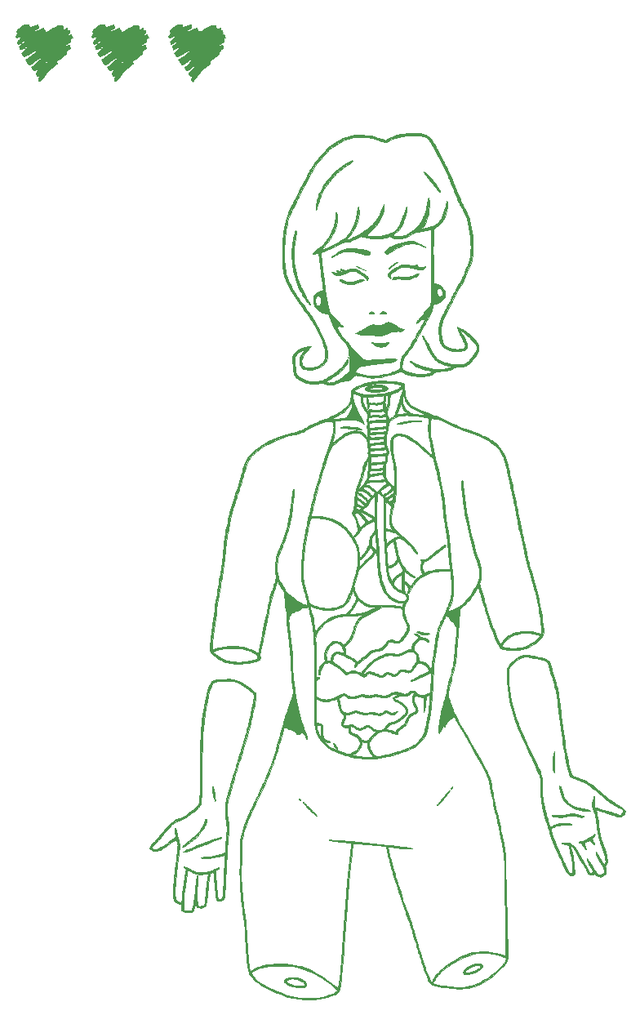
<source format=gbr>
%TF.GenerationSoftware,KiCad,Pcbnew,(6.0.1)*%
%TF.CreationDate,2022-08-22T18:54:28-05:00*%
%TF.ProjectId,Biohacking Village Badge - Gutz-Girl,42696f68-6163-46b6-996e-672056696c6c,1.0b*%
%TF.SameCoordinates,Original*%
%TF.FileFunction,Legend,Top*%
%TF.FilePolarity,Positive*%
%FSLAX46Y46*%
G04 Gerber Fmt 4.6, Leading zero omitted, Abs format (unit mm)*
G04 Created by KiCad (PCBNEW (6.0.1)) date 2022-08-22 18:54:28*
%MOMM*%
%LPD*%
G01*
G04 APERTURE LIST*
%ADD10C,0.150000*%
%ADD11C,0.010000*%
G04 APERTURE END LIST*
D10*
%TO.C,*%
D11*
%TO.C,G\u002A\u002A\u002A*%
X109970017Y-69085636D02*
X109980436Y-69112160D01*
X109980436Y-69112160D02*
X109971127Y-69121612D01*
X109971127Y-69121612D02*
X109942456Y-69119740D01*
X109942456Y-69119740D02*
X109935413Y-69112009D01*
X109935413Y-69112009D02*
X109930476Y-69081960D01*
X109930476Y-69081960D02*
X109950952Y-69073867D01*
X109950952Y-69073867D02*
X109970017Y-69085636D01*
X109970017Y-69085636D02*
X109970017Y-69085636D01*
G36*
X109970017Y-69085636D02*
G01*
X109980436Y-69112160D01*
X109971127Y-69121612D01*
X109942456Y-69119740D01*
X109935413Y-69112009D01*
X109930476Y-69081960D01*
X109950952Y-69073867D01*
X109970017Y-69085636D01*
G37*
X109970017Y-69085636D02*
X109980436Y-69112160D01*
X109971127Y-69121612D01*
X109942456Y-69119740D01*
X109935413Y-69112009D01*
X109930476Y-69081960D01*
X109950952Y-69073867D01*
X109970017Y-69085636D01*
X112737255Y-74630177D02*
X112774091Y-74636844D01*
X112774091Y-74636844D02*
X112887952Y-74669548D01*
X112887952Y-74669548D02*
X113025281Y-74725234D01*
X113025281Y-74725234D02*
X113177282Y-74799484D01*
X113177282Y-74799484D02*
X113335155Y-74887877D01*
X113335155Y-74887877D02*
X113490102Y-74985993D01*
X113490102Y-74985993D02*
X113546004Y-75024637D01*
X113546004Y-75024637D02*
X113709755Y-75135981D01*
X113709755Y-75135981D02*
X113850364Y-75220525D01*
X113850364Y-75220525D02*
X113974347Y-75281675D01*
X113974347Y-75281675D02*
X114088219Y-75322840D01*
X114088219Y-75322840D02*
X114143138Y-75336934D01*
X114143138Y-75336934D02*
X114209966Y-75353012D01*
X114209966Y-75353012D02*
X114242156Y-75366018D01*
X114242156Y-75366018D02*
X114246646Y-75380834D01*
X114246646Y-75380834D02*
X114232631Y-75399873D01*
X114232631Y-75399873D02*
X114196669Y-75429581D01*
X114196669Y-75429581D02*
X114137935Y-75468611D01*
X114137935Y-75468611D02*
X114089563Y-75497003D01*
X114089563Y-75497003D02*
X114044139Y-75521374D01*
X114044139Y-75521374D02*
X114005102Y-75538065D01*
X114005102Y-75538065D02*
X113963334Y-75548317D01*
X113963334Y-75548317D02*
X113909720Y-75553367D01*
X113909720Y-75553367D02*
X113835145Y-75554456D01*
X113835145Y-75554456D02*
X113730491Y-75552823D01*
X113730491Y-75552823D02*
X113686038Y-75551858D01*
X113686038Y-75551858D02*
X113436006Y-75554337D01*
X113436006Y-75554337D02*
X113209787Y-75575276D01*
X113209787Y-75575276D02*
X112995556Y-75617329D01*
X112995556Y-75617329D02*
X112781489Y-75683149D01*
X112781489Y-75683149D02*
X112555760Y-75775388D01*
X112555760Y-75775388D02*
X112433737Y-75832775D01*
X112433737Y-75832775D02*
X112321347Y-75885125D01*
X112321347Y-75885125D02*
X112208818Y-75933292D01*
X112208818Y-75933292D02*
X112107977Y-75972480D01*
X112107977Y-75972480D02*
X112030653Y-75997890D01*
X112030653Y-75997890D02*
X112019634Y-76000755D01*
X112019634Y-76000755D02*
X111885129Y-76022513D01*
X111885129Y-76022513D02*
X111722720Y-76031224D01*
X111722720Y-76031224D02*
X111544714Y-76027081D01*
X111544714Y-76027081D02*
X111363418Y-76010274D01*
X111363418Y-76010274D02*
X111227237Y-75988420D01*
X111227237Y-75988420D02*
X111142436Y-75973807D01*
X111142436Y-75973807D02*
X111051305Y-75962444D01*
X111051305Y-75962444D02*
X110946499Y-75953846D01*
X110946499Y-75953846D02*
X110820677Y-75947527D01*
X110820677Y-75947527D02*
X110666497Y-75942999D01*
X110666497Y-75942999D02*
X110496987Y-75940047D01*
X110496987Y-75940047D02*
X110277516Y-75935328D01*
X110277516Y-75935328D02*
X110091619Y-75926959D01*
X110091619Y-75926959D02*
X109930613Y-75913818D01*
X109930613Y-75913818D02*
X109785813Y-75894786D01*
X109785813Y-75894786D02*
X109648536Y-75868741D01*
X109648536Y-75868741D02*
X109510099Y-75834562D01*
X109510099Y-75834562D02*
X109375153Y-75795250D01*
X109375153Y-75795250D02*
X109216403Y-75746408D01*
X109216403Y-75746408D02*
X109417487Y-75642184D01*
X109417487Y-75642184D02*
X109513283Y-75593560D01*
X109513283Y-75593560D02*
X109633463Y-75534086D01*
X109633463Y-75534086D02*
X109763969Y-75470640D01*
X109763969Y-75470640D02*
X109890746Y-75410104D01*
X109890746Y-75410104D02*
X109914903Y-75398723D01*
X109914903Y-75398723D02*
X110046949Y-75333997D01*
X110046949Y-75333997D02*
X110192481Y-75258296D01*
X110192481Y-75258296D02*
X110334560Y-75180671D01*
X110334560Y-75180671D02*
X110456248Y-75110169D01*
X110456248Y-75110169D02*
X110465237Y-75104716D01*
X110465237Y-75104716D02*
X110624614Y-75011567D01*
X110624614Y-75011567D02*
X110759008Y-74943531D01*
X110759008Y-74943531D02*
X110876138Y-74898848D01*
X110876138Y-74898848D02*
X110983729Y-74875755D01*
X110983729Y-74875755D02*
X111089501Y-74872489D01*
X111089501Y-74872489D02*
X111201177Y-74887288D01*
X111201177Y-74887288D02*
X111306454Y-74912739D01*
X111306454Y-74912739D02*
X111513289Y-74950133D01*
X111513289Y-74950133D02*
X111715238Y-74945887D01*
X111715238Y-74945887D02*
X111913880Y-74899781D01*
X111913880Y-74899781D02*
X112110795Y-74811592D01*
X112110795Y-74811592D02*
X112137403Y-74796409D01*
X112137403Y-74796409D02*
X112284670Y-74715629D01*
X112284670Y-74715629D02*
X112409348Y-74660856D01*
X112409348Y-74660856D02*
X112520377Y-74629850D01*
X112520377Y-74629850D02*
X112626699Y-74620371D01*
X112626699Y-74620371D02*
X112737255Y-74630177D01*
X112737255Y-74630177D02*
X112737255Y-74630177D01*
G36*
X112737255Y-74630177D02*
G01*
X112774091Y-74636844D01*
X112887952Y-74669548D01*
X113025281Y-74725234D01*
X113177282Y-74799484D01*
X113335155Y-74887877D01*
X113490102Y-74985993D01*
X113546004Y-75024637D01*
X113709755Y-75135981D01*
X113850364Y-75220525D01*
X113974347Y-75281675D01*
X114088219Y-75322840D01*
X114143138Y-75336934D01*
X114209966Y-75353012D01*
X114242156Y-75366018D01*
X114246646Y-75380834D01*
X114232631Y-75399873D01*
X114196669Y-75429581D01*
X114137935Y-75468611D01*
X114089563Y-75497003D01*
X114044139Y-75521374D01*
X114005102Y-75538065D01*
X113963334Y-75548317D01*
X113909720Y-75553367D01*
X113835145Y-75554456D01*
X113730491Y-75552823D01*
X113686038Y-75551858D01*
X113436006Y-75554337D01*
X113209787Y-75575276D01*
X112995556Y-75617329D01*
X112781489Y-75683149D01*
X112555760Y-75775388D01*
X112433737Y-75832775D01*
X112321347Y-75885125D01*
X112208818Y-75933292D01*
X112107977Y-75972480D01*
X112030653Y-75997890D01*
X112019634Y-76000755D01*
X111885129Y-76022513D01*
X111722720Y-76031224D01*
X111544714Y-76027081D01*
X111363418Y-76010274D01*
X111227237Y-75988420D01*
X111142436Y-75973807D01*
X111051305Y-75962444D01*
X110946499Y-75953846D01*
X110820677Y-75947527D01*
X110666497Y-75942999D01*
X110496987Y-75940047D01*
X110277516Y-75935328D01*
X110091619Y-75926959D01*
X109930613Y-75913818D01*
X109785813Y-75894786D01*
X109648536Y-75868741D01*
X109510099Y-75834562D01*
X109375153Y-75795250D01*
X109216403Y-75746408D01*
X109417487Y-75642184D01*
X109513283Y-75593560D01*
X109633463Y-75534086D01*
X109763969Y-75470640D01*
X109890746Y-75410104D01*
X109914903Y-75398723D01*
X110046949Y-75333997D01*
X110192481Y-75258296D01*
X110334560Y-75180671D01*
X110456248Y-75110169D01*
X110465237Y-75104716D01*
X110624614Y-75011567D01*
X110759008Y-74943531D01*
X110876138Y-74898848D01*
X110983729Y-74875755D01*
X111089501Y-74872489D01*
X111201177Y-74887288D01*
X111306454Y-74912739D01*
X111513289Y-74950133D01*
X111715238Y-74945887D01*
X111913880Y-74899781D01*
X112110795Y-74811592D01*
X112137403Y-74796409D01*
X112284670Y-74715629D01*
X112409348Y-74660856D01*
X112520377Y-74629850D01*
X112626699Y-74620371D01*
X112737255Y-74630177D01*
G37*
X112737255Y-74630177D02*
X112774091Y-74636844D01*
X112887952Y-74669548D01*
X113025281Y-74725234D01*
X113177282Y-74799484D01*
X113335155Y-74887877D01*
X113490102Y-74985993D01*
X113546004Y-75024637D01*
X113709755Y-75135981D01*
X113850364Y-75220525D01*
X113974347Y-75281675D01*
X114088219Y-75322840D01*
X114143138Y-75336934D01*
X114209966Y-75353012D01*
X114242156Y-75366018D01*
X114246646Y-75380834D01*
X114232631Y-75399873D01*
X114196669Y-75429581D01*
X114137935Y-75468611D01*
X114089563Y-75497003D01*
X114044139Y-75521374D01*
X114005102Y-75538065D01*
X113963334Y-75548317D01*
X113909720Y-75553367D01*
X113835145Y-75554456D01*
X113730491Y-75552823D01*
X113686038Y-75551858D01*
X113436006Y-75554337D01*
X113209787Y-75575276D01*
X112995556Y-75617329D01*
X112781489Y-75683149D01*
X112555760Y-75775388D01*
X112433737Y-75832775D01*
X112321347Y-75885125D01*
X112208818Y-75933292D01*
X112107977Y-75972480D01*
X112030653Y-75997890D01*
X112019634Y-76000755D01*
X111885129Y-76022513D01*
X111722720Y-76031224D01*
X111544714Y-76027081D01*
X111363418Y-76010274D01*
X111227237Y-75988420D01*
X111142436Y-75973807D01*
X111051305Y-75962444D01*
X110946499Y-75953846D01*
X110820677Y-75947527D01*
X110666497Y-75942999D01*
X110496987Y-75940047D01*
X110277516Y-75935328D01*
X110091619Y-75926959D01*
X109930613Y-75913818D01*
X109785813Y-75894786D01*
X109648536Y-75868741D01*
X109510099Y-75834562D01*
X109375153Y-75795250D01*
X109216403Y-75746408D01*
X109417487Y-75642184D01*
X109513283Y-75593560D01*
X109633463Y-75534086D01*
X109763969Y-75470640D01*
X109890746Y-75410104D01*
X109914903Y-75398723D01*
X110046949Y-75333997D01*
X110192481Y-75258296D01*
X110334560Y-75180671D01*
X110456248Y-75110169D01*
X110465237Y-75104716D01*
X110624614Y-75011567D01*
X110759008Y-74943531D01*
X110876138Y-74898848D01*
X110983729Y-74875755D01*
X111089501Y-74872489D01*
X111201177Y-74887288D01*
X111306454Y-74912739D01*
X111513289Y-74950133D01*
X111715238Y-74945887D01*
X111913880Y-74899781D01*
X112110795Y-74811592D01*
X112137403Y-74796409D01*
X112284670Y-74715629D01*
X112409348Y-74660856D01*
X112520377Y-74629850D01*
X112626699Y-74620371D01*
X112737255Y-74630177D01*
X103062325Y-65142778D02*
X103073778Y-65177669D01*
X103073778Y-65177669D02*
X103078317Y-65247628D01*
X103078317Y-65247628D02*
X103076407Y-65346039D01*
X103076407Y-65346039D02*
X103068511Y-65466285D01*
X103068511Y-65466285D02*
X103055096Y-65601749D01*
X103055096Y-65601749D02*
X103036625Y-65745815D01*
X103036625Y-65745815D02*
X103013564Y-65891865D01*
X103013564Y-65891865D02*
X103007213Y-65927489D01*
X103007213Y-65927489D02*
X102929119Y-66407773D01*
X102929119Y-66407773D02*
X102875789Y-66860379D01*
X102875789Y-66860379D02*
X102846757Y-67291621D01*
X102846757Y-67291621D02*
X102841557Y-67707814D01*
X102841557Y-67707814D02*
X102853245Y-68017697D01*
X102853245Y-68017697D02*
X102887356Y-68440349D01*
X102887356Y-68440349D02*
X102939201Y-68843860D01*
X102939201Y-68843860D02*
X103010731Y-69236242D01*
X103010731Y-69236242D02*
X103103897Y-69625505D01*
X103103897Y-69625505D02*
X103220653Y-70019661D01*
X103220653Y-70019661D02*
X103362950Y-70426720D01*
X103362950Y-70426720D02*
X103532739Y-70854694D01*
X103532739Y-70854694D02*
X103560748Y-70921303D01*
X103560748Y-70921303D02*
X103617873Y-71051729D01*
X103617873Y-71051729D02*
X103685827Y-71199524D01*
X103685827Y-71199524D02*
X103761645Y-71358882D01*
X103761645Y-71358882D02*
X103842363Y-71523993D01*
X103842363Y-71523993D02*
X103925016Y-71689049D01*
X103925016Y-71689049D02*
X104006641Y-71848243D01*
X104006641Y-71848243D02*
X104084273Y-71995766D01*
X104084273Y-71995766D02*
X104154948Y-72125810D01*
X104154948Y-72125810D02*
X104215701Y-72232568D01*
X104215701Y-72232568D02*
X104263570Y-72310230D01*
X104263570Y-72310230D02*
X104285295Y-72340989D01*
X104285295Y-72340989D02*
X104345789Y-72424827D01*
X104345789Y-72424827D02*
X104405121Y-72517257D01*
X104405121Y-72517257D02*
X104445888Y-72589697D01*
X104445888Y-72589697D02*
X104480559Y-72652340D01*
X104480559Y-72652340D02*
X104510595Y-72696272D01*
X104510595Y-72696272D02*
X104528291Y-72711406D01*
X104528291Y-72711406D02*
X104543974Y-72729521D01*
X104543974Y-72729521D02*
X104549153Y-72764322D01*
X104549153Y-72764322D02*
X104540170Y-72803417D01*
X104540170Y-72803417D02*
X104522695Y-72815365D01*
X104522695Y-72815365D02*
X104498063Y-72799858D01*
X104498063Y-72799858D02*
X104452461Y-72759466D01*
X104452461Y-72759466D02*
X104393103Y-72700891D01*
X104393103Y-72700891D02*
X104345997Y-72651323D01*
X104345997Y-72651323D02*
X104278269Y-72576138D01*
X104278269Y-72576138D02*
X104217834Y-72505311D01*
X104217834Y-72505311D02*
X104173095Y-72448874D01*
X104173095Y-72448874D02*
X104157013Y-72425656D01*
X104157013Y-72425656D02*
X104117549Y-72369402D01*
X104117549Y-72369402D02*
X104066142Y-72306188D01*
X104066142Y-72306188D02*
X104049932Y-72288072D01*
X104049932Y-72288072D02*
X104011244Y-72238084D01*
X104011244Y-72238084D02*
X103957223Y-72156992D01*
X103957223Y-72156992D02*
X103891746Y-72051419D01*
X103891746Y-72051419D02*
X103818689Y-71927985D01*
X103818689Y-71927985D02*
X103741929Y-71793312D01*
X103741929Y-71793312D02*
X103665343Y-71654020D01*
X103665343Y-71654020D02*
X103592808Y-71516730D01*
X103592808Y-71516730D02*
X103556288Y-71444961D01*
X103556288Y-71444961D02*
X103318660Y-70930610D01*
X103318660Y-70930610D02*
X103112623Y-70401067D01*
X103112623Y-70401067D02*
X102941023Y-69864557D01*
X102941023Y-69864557D02*
X102806710Y-69329301D01*
X102806710Y-69329301D02*
X102781608Y-69208322D01*
X102781608Y-69208322D02*
X102742242Y-69005044D01*
X102742242Y-69005044D02*
X102710371Y-68824911D01*
X102710371Y-68824911D02*
X102685247Y-68659557D01*
X102685247Y-68659557D02*
X102666125Y-68500612D01*
X102666125Y-68500612D02*
X102652257Y-68339709D01*
X102652257Y-68339709D02*
X102642898Y-68168479D01*
X102642898Y-68168479D02*
X102637301Y-67978555D01*
X102637301Y-67978555D02*
X102634720Y-67761567D01*
X102634720Y-67761567D02*
X102634330Y-67557322D01*
X102634330Y-67557322D02*
X102635757Y-67304914D01*
X102635757Y-67304914D02*
X102639981Y-67085728D01*
X102639981Y-67085728D02*
X102647807Y-66890701D01*
X102647807Y-66890701D02*
X102660036Y-66710769D01*
X102660036Y-66710769D02*
X102677473Y-66536868D01*
X102677473Y-66536868D02*
X102700920Y-66359933D01*
X102700920Y-66359933D02*
X102731182Y-66170903D01*
X102731182Y-66170903D02*
X102769061Y-65960711D01*
X102769061Y-65960711D02*
X102781808Y-65893335D01*
X102781808Y-65893335D02*
X102818437Y-65717711D01*
X102818437Y-65717711D02*
X102857780Y-65558111D01*
X102857780Y-65558111D02*
X102898393Y-65418396D01*
X102898393Y-65418396D02*
X102938833Y-65302427D01*
X102938833Y-65302427D02*
X102977658Y-65214066D01*
X102977658Y-65214066D02*
X103013425Y-65157174D01*
X103013425Y-65157174D02*
X103044689Y-65135612D01*
X103044689Y-65135612D02*
X103062325Y-65142778D01*
X103062325Y-65142778D02*
X103062325Y-65142778D01*
G36*
X103062325Y-65142778D02*
G01*
X103073778Y-65177669D01*
X103078317Y-65247628D01*
X103076407Y-65346039D01*
X103068511Y-65466285D01*
X103055096Y-65601749D01*
X103036625Y-65745815D01*
X103013564Y-65891865D01*
X103007213Y-65927489D01*
X102929119Y-66407773D01*
X102875789Y-66860379D01*
X102846757Y-67291621D01*
X102841557Y-67707814D01*
X102853245Y-68017697D01*
X102887356Y-68440349D01*
X102939201Y-68843860D01*
X103010731Y-69236242D01*
X103103897Y-69625505D01*
X103220653Y-70019661D01*
X103362950Y-70426720D01*
X103532739Y-70854694D01*
X103560748Y-70921303D01*
X103617873Y-71051729D01*
X103685827Y-71199524D01*
X103761645Y-71358882D01*
X103842363Y-71523993D01*
X103925016Y-71689049D01*
X104006641Y-71848243D01*
X104084273Y-71995766D01*
X104154948Y-72125810D01*
X104215701Y-72232568D01*
X104263570Y-72310230D01*
X104285295Y-72340989D01*
X104345789Y-72424827D01*
X104405121Y-72517257D01*
X104445888Y-72589697D01*
X104480559Y-72652340D01*
X104510595Y-72696272D01*
X104528291Y-72711406D01*
X104543974Y-72729521D01*
X104549153Y-72764322D01*
X104540170Y-72803417D01*
X104522695Y-72815365D01*
X104498063Y-72799858D01*
X104452461Y-72759466D01*
X104393103Y-72700891D01*
X104345997Y-72651323D01*
X104278269Y-72576138D01*
X104217834Y-72505311D01*
X104173095Y-72448874D01*
X104157013Y-72425656D01*
X104117549Y-72369402D01*
X104066142Y-72306188D01*
X104049932Y-72288072D01*
X104011244Y-72238084D01*
X103957223Y-72156992D01*
X103891746Y-72051419D01*
X103818689Y-71927985D01*
X103741929Y-71793312D01*
X103665343Y-71654020D01*
X103592808Y-71516730D01*
X103556288Y-71444961D01*
X103318660Y-70930610D01*
X103112623Y-70401067D01*
X102941023Y-69864557D01*
X102806710Y-69329301D01*
X102781608Y-69208322D01*
X102742242Y-69005044D01*
X102710371Y-68824911D01*
X102685247Y-68659557D01*
X102666125Y-68500612D01*
X102652257Y-68339709D01*
X102642898Y-68168479D01*
X102637301Y-67978555D01*
X102634720Y-67761567D01*
X102634330Y-67557322D01*
X102635757Y-67304914D01*
X102639981Y-67085728D01*
X102647807Y-66890701D01*
X102660036Y-66710769D01*
X102677473Y-66536868D01*
X102700920Y-66359933D01*
X102731182Y-66170903D01*
X102769061Y-65960711D01*
X102781808Y-65893335D01*
X102818437Y-65717711D01*
X102857780Y-65558111D01*
X102898393Y-65418396D01*
X102938833Y-65302427D01*
X102977658Y-65214066D01*
X103013425Y-65157174D01*
X103044689Y-65135612D01*
X103062325Y-65142778D01*
G37*
X103062325Y-65142778D02*
X103073778Y-65177669D01*
X103078317Y-65247628D01*
X103076407Y-65346039D01*
X103068511Y-65466285D01*
X103055096Y-65601749D01*
X103036625Y-65745815D01*
X103013564Y-65891865D01*
X103007213Y-65927489D01*
X102929119Y-66407773D01*
X102875789Y-66860379D01*
X102846757Y-67291621D01*
X102841557Y-67707814D01*
X102853245Y-68017697D01*
X102887356Y-68440349D01*
X102939201Y-68843860D01*
X103010731Y-69236242D01*
X103103897Y-69625505D01*
X103220653Y-70019661D01*
X103362950Y-70426720D01*
X103532739Y-70854694D01*
X103560748Y-70921303D01*
X103617873Y-71051729D01*
X103685827Y-71199524D01*
X103761645Y-71358882D01*
X103842363Y-71523993D01*
X103925016Y-71689049D01*
X104006641Y-71848243D01*
X104084273Y-71995766D01*
X104154948Y-72125810D01*
X104215701Y-72232568D01*
X104263570Y-72310230D01*
X104285295Y-72340989D01*
X104345789Y-72424827D01*
X104405121Y-72517257D01*
X104445888Y-72589697D01*
X104480559Y-72652340D01*
X104510595Y-72696272D01*
X104528291Y-72711406D01*
X104543974Y-72729521D01*
X104549153Y-72764322D01*
X104540170Y-72803417D01*
X104522695Y-72815365D01*
X104498063Y-72799858D01*
X104452461Y-72759466D01*
X104393103Y-72700891D01*
X104345997Y-72651323D01*
X104278269Y-72576138D01*
X104217834Y-72505311D01*
X104173095Y-72448874D01*
X104157013Y-72425656D01*
X104117549Y-72369402D01*
X104066142Y-72306188D01*
X104049932Y-72288072D01*
X104011244Y-72238084D01*
X103957223Y-72156992D01*
X103891746Y-72051419D01*
X103818689Y-71927985D01*
X103741929Y-71793312D01*
X103665343Y-71654020D01*
X103592808Y-71516730D01*
X103556288Y-71444961D01*
X103318660Y-70930610D01*
X103112623Y-70401067D01*
X102941023Y-69864557D01*
X102806710Y-69329301D01*
X102781608Y-69208322D01*
X102742242Y-69005044D01*
X102710371Y-68824911D01*
X102685247Y-68659557D01*
X102666125Y-68500612D01*
X102652257Y-68339709D01*
X102642898Y-68168479D01*
X102637301Y-67978555D01*
X102634720Y-67761567D01*
X102634330Y-67557322D01*
X102635757Y-67304914D01*
X102639981Y-67085728D01*
X102647807Y-66890701D01*
X102660036Y-66710769D01*
X102677473Y-66536868D01*
X102700920Y-66359933D01*
X102731182Y-66170903D01*
X102769061Y-65960711D01*
X102781808Y-65893335D01*
X102818437Y-65717711D01*
X102857780Y-65558111D01*
X102898393Y-65418396D01*
X102938833Y-65302427D01*
X102977658Y-65214066D01*
X103013425Y-65157174D01*
X103044689Y-65135612D01*
X103062325Y-65142778D01*
X113330295Y-68518593D02*
X113333320Y-68542457D01*
X113333320Y-68542457D02*
X113317024Y-68573890D01*
X113317024Y-68573890D02*
X113275553Y-68615295D01*
X113275553Y-68615295D02*
X113220036Y-68658750D01*
X113220036Y-68658750D02*
X113161597Y-68696332D01*
X113161597Y-68696332D02*
X113111365Y-68720121D01*
X113111365Y-68720121D02*
X113080683Y-68722331D01*
X113080683Y-68722331D02*
X113062598Y-68727441D01*
X113062598Y-68727441D02*
X113058153Y-68751322D01*
X113058153Y-68751322D02*
X113039666Y-68791708D01*
X113039666Y-68791708D02*
X112987013Y-68845193D01*
X112987013Y-68845193D02*
X112947028Y-68876975D01*
X112947028Y-68876975D02*
X112879316Y-68930112D01*
X112879316Y-68930112D02*
X112818076Y-68982760D01*
X112818076Y-68982760D02*
X112784589Y-69015226D01*
X112784589Y-69015226D02*
X112741066Y-69055463D01*
X112741066Y-69055463D02*
X112709692Y-69071754D01*
X112709692Y-69071754D02*
X112698320Y-69061151D01*
X112698320Y-69061151D02*
X112712383Y-69015652D01*
X112712383Y-69015652D02*
X112745217Y-68969527D01*
X112745217Y-68969527D02*
X112782786Y-68941408D01*
X112782786Y-68941408D02*
X112789927Y-68939539D01*
X112789927Y-68939539D02*
X112830130Y-68913220D01*
X112830130Y-68913220D02*
X112851538Y-68862799D01*
X112851538Y-68862799D02*
X112890780Y-68790651D01*
X112890780Y-68790651D02*
X112934831Y-68756966D01*
X112934831Y-68756966D02*
X112999926Y-68716666D01*
X112999926Y-68716666D02*
X113058585Y-68673864D01*
X113058585Y-68673864D02*
X113106520Y-68641680D01*
X113106520Y-68641680D02*
X113145639Y-68626430D01*
X113145639Y-68626430D02*
X113148698Y-68626239D01*
X113148698Y-68626239D02*
X113179580Y-68608594D01*
X113179580Y-68608594D02*
X113190492Y-68586944D01*
X113190492Y-68586944D02*
X113216302Y-68553158D01*
X113216302Y-68553158D02*
X113264627Y-68525411D01*
X113264627Y-68525411D02*
X113267044Y-68524545D01*
X113267044Y-68524545D02*
X113312179Y-68511610D01*
X113312179Y-68511610D02*
X113330295Y-68518593D01*
X113330295Y-68518593D02*
X113330295Y-68518593D01*
G36*
X113330295Y-68518593D02*
G01*
X113333320Y-68542457D01*
X113317024Y-68573890D01*
X113275553Y-68615295D01*
X113220036Y-68658750D01*
X113161597Y-68696332D01*
X113111365Y-68720121D01*
X113080683Y-68722331D01*
X113062598Y-68727441D01*
X113058153Y-68751322D01*
X113039666Y-68791708D01*
X112987013Y-68845193D01*
X112947028Y-68876975D01*
X112879316Y-68930112D01*
X112818076Y-68982760D01*
X112784589Y-69015226D01*
X112741066Y-69055463D01*
X112709692Y-69071754D01*
X112698320Y-69061151D01*
X112712383Y-69015652D01*
X112745217Y-68969527D01*
X112782786Y-68941408D01*
X112789927Y-68939539D01*
X112830130Y-68913220D01*
X112851538Y-68862799D01*
X112890780Y-68790651D01*
X112934831Y-68756966D01*
X112999926Y-68716666D01*
X113058585Y-68673864D01*
X113106520Y-68641680D01*
X113145639Y-68626430D01*
X113148698Y-68626239D01*
X113179580Y-68608594D01*
X113190492Y-68586944D01*
X113216302Y-68553158D01*
X113264627Y-68525411D01*
X113267044Y-68524545D01*
X113312179Y-68511610D01*
X113330295Y-68518593D01*
G37*
X113330295Y-68518593D02*
X113333320Y-68542457D01*
X113317024Y-68573890D01*
X113275553Y-68615295D01*
X113220036Y-68658750D01*
X113161597Y-68696332D01*
X113111365Y-68720121D01*
X113080683Y-68722331D01*
X113062598Y-68727441D01*
X113058153Y-68751322D01*
X113039666Y-68791708D01*
X112987013Y-68845193D01*
X112947028Y-68876975D01*
X112879316Y-68930112D01*
X112818076Y-68982760D01*
X112784589Y-69015226D01*
X112741066Y-69055463D01*
X112709692Y-69071754D01*
X112698320Y-69061151D01*
X112712383Y-69015652D01*
X112745217Y-68969527D01*
X112782786Y-68941408D01*
X112789927Y-68939539D01*
X112830130Y-68913220D01*
X112851538Y-68862799D01*
X112890780Y-68790651D01*
X112934831Y-68756966D01*
X112999926Y-68716666D01*
X113058585Y-68673864D01*
X113106520Y-68641680D01*
X113145639Y-68626430D01*
X113148698Y-68626239D01*
X113179580Y-68608594D01*
X113190492Y-68586944D01*
X113216302Y-68553158D01*
X113264627Y-68525411D01*
X113267044Y-68524545D01*
X113312179Y-68511610D01*
X113330295Y-68518593D01*
X96307265Y-111622001D02*
X96451497Y-111629794D01*
X96451497Y-111629794D02*
X96566458Y-111642217D01*
X96566458Y-111642217D02*
X96605934Y-111649166D01*
X96605934Y-111649166D02*
X96826250Y-111709044D01*
X96826250Y-111709044D02*
X97065194Y-111800050D01*
X97065194Y-111800050D02*
X97316905Y-111918780D01*
X97316905Y-111918780D02*
X97575520Y-112061831D01*
X97575520Y-112061831D02*
X97835179Y-112225800D01*
X97835179Y-112225800D02*
X98090019Y-112407283D01*
X98090019Y-112407283D02*
X98334180Y-112602877D01*
X98334180Y-112602877D02*
X98495487Y-112746262D01*
X98495487Y-112746262D02*
X98583746Y-112826173D01*
X98583746Y-112826173D02*
X98669472Y-112899967D01*
X98669472Y-112899967D02*
X98744019Y-112960450D01*
X98744019Y-112960450D02*
X98798738Y-113000427D01*
X98798738Y-113000427D02*
X98807695Y-113006016D01*
X98807695Y-113006016D02*
X98841605Y-113025862D01*
X98841605Y-113025862D02*
X98866493Y-113043868D01*
X98866493Y-113043868D02*
X98883094Y-113066173D01*
X98883094Y-113066173D02*
X98892141Y-113098920D01*
X98892141Y-113098920D02*
X98894370Y-113148249D01*
X98894370Y-113148249D02*
X98890514Y-113220301D01*
X98890514Y-113220301D02*
X98881308Y-113321219D01*
X98881308Y-113321219D02*
X98867487Y-113457142D01*
X98867487Y-113457142D02*
X98864799Y-113483504D01*
X98864799Y-113483504D02*
X98832956Y-113771408D01*
X98832956Y-113771408D02*
X98796606Y-114049268D01*
X98796606Y-114049268D02*
X98754281Y-114325405D01*
X98754281Y-114325405D02*
X98704513Y-114608139D01*
X98704513Y-114608139D02*
X98645835Y-114905790D01*
X98645835Y-114905790D02*
X98576778Y-115226679D01*
X98576778Y-115226679D02*
X98495875Y-115579124D01*
X98495875Y-115579124D02*
X98492813Y-115592124D01*
X98492813Y-115592124D02*
X98375043Y-116080290D01*
X98375043Y-116080290D02*
X98253262Y-116561691D01*
X98253262Y-116561691D02*
X98125516Y-117043275D01*
X98125516Y-117043275D02*
X97989853Y-117531989D01*
X97989853Y-117531989D02*
X97844321Y-118034781D01*
X97844321Y-118034781D02*
X97686968Y-118558600D01*
X97686968Y-118558600D02*
X97515840Y-119110394D01*
X97515840Y-119110394D02*
X97412430Y-119436822D01*
X97412430Y-119436822D02*
X97325252Y-119713007D01*
X97325252Y-119713007D02*
X97233307Y-120010039D01*
X97233307Y-120010039D02*
X97135618Y-120331179D01*
X97135618Y-120331179D02*
X97031210Y-120679690D01*
X97031210Y-120679690D02*
X96919107Y-121058831D01*
X96919107Y-121058831D02*
X96798333Y-121471865D01*
X96798333Y-121471865D02*
X96667912Y-121922052D01*
X96667912Y-121922052D02*
X96646015Y-121997989D01*
X96646015Y-121997989D02*
X96585700Y-122206548D01*
X96585700Y-122206548D02*
X96522089Y-122425201D01*
X96522089Y-122425201D02*
X96457686Y-122645427D01*
X96457686Y-122645427D02*
X96394996Y-122858704D01*
X96394996Y-122858704D02*
X96336522Y-123056513D01*
X96336522Y-123056513D02*
X96284769Y-123230332D01*
X96284769Y-123230332D02*
X96243675Y-123366917D01*
X96243675Y-123366917D02*
X96157638Y-123658697D01*
X96157638Y-123658697D02*
X96086797Y-123918225D01*
X96086797Y-123918225D02*
X96029949Y-124152274D01*
X96029949Y-124152274D02*
X95985890Y-124367619D01*
X95985890Y-124367619D02*
X95953416Y-124571034D01*
X95953416Y-124571034D02*
X95931323Y-124769294D01*
X95931323Y-124769294D02*
X95918407Y-124969172D01*
X95918407Y-124969172D02*
X95913464Y-125177443D01*
X95913464Y-125177443D02*
X95913327Y-125225776D01*
X95913327Y-125225776D02*
X95915030Y-125383624D01*
X95915030Y-125383624D02*
X95920608Y-125528639D01*
X95920608Y-125528639D02*
X95931051Y-125671022D01*
X95931051Y-125671022D02*
X95947346Y-125820973D01*
X95947346Y-125820973D02*
X95970481Y-125988691D01*
X95970481Y-125988691D02*
X96001446Y-126184377D01*
X96001446Y-126184377D02*
X96012819Y-126252489D01*
X96012819Y-126252489D02*
X96052125Y-126562166D01*
X96052125Y-126562166D02*
X96071704Y-126904708D01*
X96071704Y-126904708D02*
X96071553Y-127275523D01*
X96071553Y-127275523D02*
X96051672Y-127670018D01*
X96051672Y-127670018D02*
X96013318Y-128072822D01*
X96013318Y-128072822D02*
X95994341Y-128249148D01*
X95994341Y-128249148D02*
X95975671Y-128446166D01*
X95975671Y-128446166D02*
X95958631Y-128648200D01*
X95958631Y-128648200D02*
X95944544Y-128839574D01*
X95944544Y-128839574D02*
X95934754Y-129004156D01*
X95934754Y-129004156D02*
X95920628Y-129288271D01*
X95920628Y-129288271D02*
X95908171Y-129534546D01*
X95908171Y-129534546D02*
X95897120Y-129747431D01*
X95897120Y-129747431D02*
X95887218Y-129931377D01*
X95887218Y-129931377D02*
X95878203Y-130090831D01*
X95878203Y-130090831D02*
X95869816Y-130230245D01*
X95869816Y-130230245D02*
X95861796Y-130354068D01*
X95861796Y-130354068D02*
X95853885Y-130466749D01*
X95853885Y-130466749D02*
X95845823Y-130572739D01*
X95845823Y-130572739D02*
X95837348Y-130676487D01*
X95837348Y-130676487D02*
X95836468Y-130686906D01*
X95836468Y-130686906D02*
X95827725Y-130805703D01*
X95827725Y-130805703D02*
X95818593Y-130957417D01*
X95818593Y-130957417D02*
X95809524Y-131132639D01*
X95809524Y-131132639D02*
X95800966Y-131321959D01*
X95800966Y-131321959D02*
X95793371Y-131515969D01*
X95793371Y-131515969D02*
X95787188Y-131705261D01*
X95787188Y-131705261D02*
X95786355Y-131734656D01*
X95786355Y-131734656D02*
X95779700Y-131940812D01*
X95779700Y-131940812D02*
X95770689Y-132169844D01*
X95770689Y-132169844D02*
X95759957Y-132408376D01*
X95759957Y-132408376D02*
X95748136Y-132643029D01*
X95748136Y-132643029D02*
X95735859Y-132860426D01*
X95735859Y-132860426D02*
X95725251Y-133025822D01*
X95725251Y-133025822D02*
X95713414Y-133200779D01*
X95713414Y-133200779D02*
X95701837Y-133378146D01*
X95701837Y-133378146D02*
X95691081Y-133548871D01*
X95691081Y-133548871D02*
X95681705Y-133703906D01*
X95681705Y-133703906D02*
X95674270Y-133834200D01*
X95674270Y-133834200D02*
X95669581Y-133925406D01*
X95669581Y-133925406D02*
X95661229Y-134071173D01*
X95661229Y-134071173D02*
X95650453Y-134182565D01*
X95650453Y-134182565D02*
X95635521Y-134267533D01*
X95635521Y-134267533D02*
X95614700Y-134334030D01*
X95614700Y-134334030D02*
X95586261Y-134390007D01*
X95586261Y-134390007D02*
X95560057Y-134428309D01*
X95560057Y-134428309D02*
X95498087Y-134491785D01*
X95498087Y-134491785D02*
X95412850Y-134543488D01*
X95412850Y-134543488D02*
X95297211Y-134587087D01*
X95297211Y-134587087D02*
X95199954Y-134613402D01*
X95199954Y-134613402D02*
X95067745Y-134636474D01*
X95067745Y-134636474D02*
X94965621Y-134632526D01*
X94965621Y-134632526D02*
X94889549Y-134599604D01*
X94889549Y-134599604D02*
X94835496Y-134535751D01*
X94835496Y-134535751D02*
X94799432Y-134439012D01*
X94799432Y-134439012D02*
X94794264Y-134416672D01*
X94794264Y-134416672D02*
X94781592Y-134350607D01*
X94781592Y-134350607D02*
X94768069Y-134265812D01*
X94768069Y-134265812D02*
X94753379Y-134159484D01*
X94753379Y-134159484D02*
X94737209Y-134028820D01*
X94737209Y-134028820D02*
X94719242Y-133871018D01*
X94719242Y-133871018D02*
X94699164Y-133683275D01*
X94699164Y-133683275D02*
X94676660Y-133462788D01*
X94676660Y-133462788D02*
X94651415Y-133206756D01*
X94651415Y-133206756D02*
X94623113Y-132912376D01*
X94623113Y-132912376D02*
X94611787Y-132792989D01*
X94611787Y-132792989D02*
X94592268Y-132587654D01*
X94592268Y-132587654D02*
X94573612Y-132393370D01*
X94573612Y-132393370D02*
X94556257Y-132214575D01*
X94556257Y-132214575D02*
X94540644Y-132055708D01*
X94540644Y-132055708D02*
X94527212Y-131921207D01*
X94527212Y-131921207D02*
X94516400Y-131815511D01*
X94516400Y-131815511D02*
X94508648Y-131743059D01*
X94508648Y-131743059D02*
X94504396Y-131708290D01*
X94504396Y-131708290D02*
X94504380Y-131708197D01*
X94504380Y-131708197D02*
X94494210Y-131668321D01*
X94494210Y-131668321D02*
X94474956Y-131647019D01*
X94474956Y-131647019D02*
X94439148Y-131643647D01*
X94439148Y-131643647D02*
X94379314Y-131657566D01*
X94379314Y-131657566D02*
X94287982Y-131688134D01*
X94287982Y-131688134D02*
X94284606Y-131689326D01*
X94284606Y-131689326D02*
X94205249Y-131720920D01*
X94205249Y-131720920D02*
X94158618Y-131749792D01*
X94158618Y-131749792D02*
X94135968Y-131781713D01*
X94135968Y-131781713D02*
X94133536Y-131789005D01*
X94133536Y-131789005D02*
X94113847Y-131869184D01*
X94113847Y-131869184D02*
X94092860Y-131977658D01*
X94092860Y-131977658D02*
X94070350Y-132116170D01*
X94070350Y-132116170D02*
X94046092Y-132286464D01*
X94046092Y-132286464D02*
X94019862Y-132490283D01*
X94019862Y-132490283D02*
X93991436Y-132729369D01*
X93991436Y-132729369D02*
X93960589Y-133005466D01*
X93960589Y-133005466D02*
X93927096Y-133320317D01*
X93927096Y-133320317D02*
X93891163Y-133671406D01*
X93891163Y-133671406D02*
X93863368Y-133944717D01*
X93863368Y-133944717D02*
X93838735Y-134179325D01*
X93838735Y-134179325D02*
X93816626Y-134378688D01*
X93816626Y-134378688D02*
X93796400Y-134546264D01*
X93796400Y-134546264D02*
X93777418Y-134685511D01*
X93777418Y-134685511D02*
X93759040Y-134799889D01*
X93759040Y-134799889D02*
X93740628Y-134892854D01*
X93740628Y-134892854D02*
X93721540Y-134967867D01*
X93721540Y-134967867D02*
X93701138Y-135028385D01*
X93701138Y-135028385D02*
X93678782Y-135077866D01*
X93678782Y-135077866D02*
X93653833Y-135119770D01*
X93653833Y-135119770D02*
X93625650Y-135157554D01*
X93625650Y-135157554D02*
X93613659Y-135171902D01*
X93613659Y-135171902D02*
X93541149Y-135241025D01*
X93541149Y-135241025D02*
X93456584Y-135288570D01*
X93456584Y-135288570D02*
X93351969Y-135317150D01*
X93351969Y-135317150D02*
X93219312Y-135329377D01*
X93219312Y-135329377D02*
X93129737Y-135330054D01*
X93129737Y-135330054D02*
X93008712Y-135326686D01*
X93008712Y-135326686D02*
X92921523Y-135317806D01*
X92921523Y-135317806D02*
X92859701Y-135299394D01*
X92859701Y-135299394D02*
X92814775Y-135267430D01*
X92814775Y-135267430D02*
X92778275Y-135217891D01*
X92778275Y-135217891D02*
X92741729Y-135146759D01*
X92741729Y-135146759D02*
X92741193Y-135145625D01*
X92741193Y-135145625D02*
X92706804Y-135076439D01*
X92706804Y-135076439D02*
X92677332Y-135023530D01*
X92677332Y-135023530D02*
X92658813Y-134997680D01*
X92658813Y-134997680D02*
X92658091Y-134997168D01*
X92658091Y-134997168D02*
X92644938Y-135011938D01*
X92644938Y-135011938D02*
X92620766Y-135060129D01*
X92620766Y-135060129D02*
X92588475Y-135135179D01*
X92588475Y-135135179D02*
X92550965Y-135230531D01*
X92550965Y-135230531D02*
X92530192Y-135286422D01*
X92530192Y-135286422D02*
X92476744Y-135431189D01*
X92476744Y-135431189D02*
X92433937Y-135541512D01*
X92433937Y-135541512D02*
X92398817Y-135623040D01*
X92398817Y-135623040D02*
X92368433Y-135681420D01*
X92368433Y-135681420D02*
X92339832Y-135722301D01*
X92339832Y-135722301D02*
X92310061Y-135751331D01*
X92310061Y-135751331D02*
X92276168Y-135774157D01*
X92276168Y-135774157D02*
X92274828Y-135774938D01*
X92274828Y-135774938D02*
X92202779Y-135801136D01*
X92202779Y-135801136D02*
X92099390Y-135817707D01*
X92099390Y-135817707D02*
X91974700Y-135823963D01*
X91974700Y-135823963D02*
X91838748Y-135819219D01*
X91838748Y-135819219D02*
X91753903Y-135810543D01*
X91753903Y-135810543D02*
X91590359Y-135781787D01*
X91590359Y-135781787D02*
X91441753Y-135737256D01*
X91441753Y-135737256D02*
X91333750Y-135693331D01*
X91333750Y-135693331D02*
X91249532Y-135650036D01*
X91249532Y-135650036D02*
X91201613Y-135606850D01*
X91201613Y-135606850D02*
X91184758Y-135555692D01*
X91184758Y-135555692D02*
X91193734Y-135488480D01*
X91193734Y-135488480D02*
X91195878Y-135480465D01*
X91195878Y-135480465D02*
X91205665Y-135420178D01*
X91205665Y-135420178D02*
X91211184Y-135334496D01*
X91211184Y-135334496D02*
X91211451Y-135240231D01*
X91211451Y-135240231D02*
X91210881Y-135224024D01*
X91210881Y-135224024D02*
X91204599Y-135129919D01*
X91204599Y-135129919D02*
X91190457Y-135062088D01*
X91190457Y-135062088D02*
X91161827Y-135013430D01*
X91161827Y-135013430D02*
X91112079Y-134976843D01*
X91112079Y-134976843D02*
X91034581Y-134945223D01*
X91034581Y-134945223D02*
X90922706Y-134911469D01*
X90922706Y-134911469D02*
X90917820Y-134910087D01*
X90917820Y-134910087D02*
X90812415Y-134877232D01*
X90812415Y-134877232D02*
X91393185Y-134877232D01*
X91393185Y-134877232D02*
X91394117Y-135035896D01*
X91394117Y-135035896D02*
X91396339Y-135181915D01*
X91396339Y-135181915D02*
X91399861Y-135309433D01*
X91399861Y-135309433D02*
X91404694Y-135412596D01*
X91404694Y-135412596D02*
X91410848Y-135485551D01*
X91410848Y-135485551D02*
X91418335Y-135522443D01*
X91418335Y-135522443D02*
X91418888Y-135523489D01*
X91418888Y-135523489D02*
X91461794Y-135560158D01*
X91461794Y-135560158D02*
X91540160Y-135590915D01*
X91540160Y-135590915D02*
X91647358Y-135614406D01*
X91647358Y-135614406D02*
X91776761Y-135629278D01*
X91776761Y-135629278D02*
X91921742Y-135634180D01*
X91921742Y-135634180D02*
X91958800Y-135633707D01*
X91958800Y-135633707D02*
X92052544Y-135630549D01*
X92052544Y-135630549D02*
X92129848Y-135625872D01*
X92129848Y-135625872D02*
X92181375Y-135620368D01*
X92181375Y-135620368D02*
X92197630Y-135615984D01*
X92197630Y-135615984D02*
X92215904Y-135585014D01*
X92215904Y-135585014D02*
X92243590Y-135523154D01*
X92243590Y-135523154D02*
X92277146Y-135439817D01*
X92277146Y-135439817D02*
X92313030Y-135344416D01*
X92313030Y-135344416D02*
X92347702Y-135246363D01*
X92347702Y-135246363D02*
X92377618Y-135155073D01*
X92377618Y-135155073D02*
X92399087Y-135080550D01*
X92399087Y-135080550D02*
X92411598Y-135019477D01*
X92411598Y-135019477D02*
X92427872Y-134921090D01*
X92427872Y-134921090D02*
X92447335Y-134790186D01*
X92447335Y-134790186D02*
X92469414Y-134631560D01*
X92469414Y-134631560D02*
X92493537Y-134450010D01*
X92493537Y-134450010D02*
X92519131Y-134250333D01*
X92519131Y-134250333D02*
X92545623Y-134037325D01*
X92545623Y-134037325D02*
X92572441Y-133815782D01*
X92572441Y-133815782D02*
X92599010Y-133590501D01*
X92599010Y-133590501D02*
X92624760Y-133366280D01*
X92624760Y-133366280D02*
X92649116Y-133147914D01*
X92649116Y-133147914D02*
X92671506Y-132940200D01*
X92671506Y-132940200D02*
X92691357Y-132747935D01*
X92691357Y-132747935D02*
X92708096Y-132575915D01*
X92708096Y-132575915D02*
X92721151Y-132428937D01*
X92721151Y-132428937D02*
X92729948Y-132311798D01*
X92729948Y-132311798D02*
X92730188Y-132308046D01*
X92730188Y-132308046D02*
X92737569Y-132204288D01*
X92737569Y-132204288D02*
X92745685Y-132133071D01*
X92745685Y-132133071D02*
X92756943Y-132084636D01*
X92756943Y-132084636D02*
X92773748Y-132049225D01*
X92773748Y-132049225D02*
X92798507Y-132017079D01*
X92798507Y-132017079D02*
X92803241Y-132011727D01*
X92803241Y-132011727D02*
X92842878Y-131975071D01*
X92842878Y-131975071D02*
X92872560Y-131961181D01*
X92872560Y-131961181D02*
X92878651Y-131963348D01*
X92878651Y-131963348D02*
X92892450Y-131996982D01*
X92892450Y-131996982D02*
X92899997Y-132064919D01*
X92899997Y-132064919D02*
X92901250Y-132168438D01*
X92901250Y-132168438D02*
X92896165Y-132308820D01*
X92896165Y-132308820D02*
X92884698Y-132487346D01*
X92884698Y-132487346D02*
X92866805Y-132705294D01*
X92866805Y-132705294D02*
X92845702Y-132930802D01*
X92845702Y-132930802D02*
X92814862Y-133277740D01*
X92814862Y-133277740D02*
X92794071Y-133589143D01*
X92794071Y-133589143D02*
X92783388Y-133870617D01*
X92783388Y-133870617D02*
X92782877Y-134127765D01*
X92782877Y-134127765D02*
X92792598Y-134366192D01*
X92792598Y-134366192D02*
X92812614Y-134591502D01*
X92812614Y-134591502D02*
X92842987Y-134809300D01*
X92842987Y-134809300D02*
X92867947Y-134947632D01*
X92867947Y-134947632D02*
X92897664Y-135047810D01*
X92897664Y-135047810D02*
X92940428Y-135123601D01*
X92940428Y-135123601D02*
X92991608Y-135169555D01*
X92991608Y-135169555D02*
X93046568Y-135180221D01*
X93046568Y-135180221D02*
X93062137Y-135176091D01*
X93062137Y-135176091D02*
X93106428Y-135163671D01*
X93106428Y-135163671D02*
X93176849Y-135148162D01*
X93176849Y-135148162D02*
X93253428Y-135133770D01*
X93253428Y-135133770D02*
X93341754Y-135115774D01*
X93341754Y-135115774D02*
X93425922Y-135094048D01*
X93425922Y-135094048D02*
X93479391Y-135076357D01*
X93479391Y-135076357D02*
X93534374Y-135048351D01*
X93534374Y-135048351D02*
X93561547Y-135012302D01*
X93561547Y-135012302D02*
X93572574Y-134966197D01*
X93572574Y-134966197D02*
X93577016Y-134930678D01*
X93577016Y-134930678D02*
X93585328Y-134857250D01*
X93585328Y-134857250D02*
X93597063Y-134750116D01*
X93597063Y-134750116D02*
X93611772Y-134613481D01*
X93611772Y-134613481D02*
X93629005Y-134451548D01*
X93629005Y-134451548D02*
X93648315Y-134268520D01*
X93648315Y-134268520D02*
X93669253Y-134068602D01*
X93669253Y-134068602D02*
X93691370Y-133855996D01*
X93691370Y-133855996D02*
X93701715Y-133756072D01*
X93701715Y-133756072D02*
X93732406Y-133460890D01*
X93732406Y-133460890D02*
X93759524Y-133204183D01*
X93759524Y-133204183D02*
X93783520Y-132982287D01*
X93783520Y-132982287D02*
X93804848Y-132791535D01*
X93804848Y-132791535D02*
X93823962Y-132628261D01*
X93823962Y-132628261D02*
X93841313Y-132488801D01*
X93841313Y-132488801D02*
X93857356Y-132369488D01*
X93857356Y-132369488D02*
X93872542Y-132266656D01*
X93872542Y-132266656D02*
X93887326Y-132176640D01*
X93887326Y-132176640D02*
X93902161Y-132095775D01*
X93902161Y-132095775D02*
X93914434Y-132034897D01*
X93914434Y-132034897D02*
X93929812Y-131955341D01*
X93929812Y-131955341D02*
X93940695Y-131887316D01*
X93940695Y-131887316D02*
X93944653Y-131846790D01*
X93944653Y-131846790D02*
X93944152Y-131831637D01*
X93944152Y-131831637D02*
X93939311Y-131820545D01*
X93939311Y-131820545D02*
X93925122Y-131813562D01*
X93925122Y-131813562D02*
X93896579Y-131810734D01*
X93896579Y-131810734D02*
X93848673Y-131812110D01*
X93848673Y-131812110D02*
X93776397Y-131817737D01*
X93776397Y-131817737D02*
X93674745Y-131827662D01*
X93674745Y-131827662D02*
X93538707Y-131841934D01*
X93538707Y-131841934D02*
X93448967Y-131851487D01*
X93448967Y-131851487D02*
X93252525Y-131864324D01*
X93252525Y-131864324D02*
X93067402Y-131857849D01*
X93067402Y-131857849D02*
X92881158Y-131830477D01*
X92881158Y-131830477D02*
X92681352Y-131780620D01*
X92681352Y-131780620D02*
X92538278Y-131735394D01*
X92538278Y-131735394D02*
X92414954Y-131691095D01*
X92414954Y-131691095D02*
X92285808Y-131640132D01*
X92285808Y-131640132D02*
X92166492Y-131588932D01*
X92166492Y-131588932D02*
X92075830Y-131545574D01*
X92075830Y-131545574D02*
X91981628Y-131497596D01*
X91981628Y-131497596D02*
X91916525Y-131467793D01*
X91916525Y-131467793D02*
X91872622Y-131453767D01*
X91872622Y-131453767D02*
X91842019Y-131453118D01*
X91842019Y-131453118D02*
X91816819Y-131463447D01*
X91816819Y-131463447D02*
X91813062Y-131465766D01*
X91813062Y-131465766D02*
X91802323Y-131491782D01*
X91802323Y-131491782D02*
X91788029Y-131556250D01*
X91788029Y-131556250D02*
X91770800Y-131655498D01*
X91770800Y-131655498D02*
X91751257Y-131785850D01*
X91751257Y-131785850D02*
X91730019Y-131943632D01*
X91730019Y-131943632D02*
X91722893Y-131999901D01*
X91722893Y-131999901D02*
X91694669Y-132223583D01*
X91694669Y-132223583D02*
X91669924Y-132413364D01*
X91669924Y-132413364D02*
X91647407Y-132577411D01*
X91647407Y-132577411D02*
X91625864Y-132723891D01*
X91625864Y-132723891D02*
X91604041Y-132860971D01*
X91604041Y-132860971D02*
X91580687Y-132996818D01*
X91580687Y-132996818D02*
X91554546Y-133139598D01*
X91554546Y-133139598D02*
X91524367Y-133297479D01*
X91524367Y-133297479D02*
X91521631Y-133311572D01*
X91521631Y-133311572D02*
X91495254Y-133452128D01*
X91495254Y-133452128D02*
X91469547Y-133597736D01*
X91469547Y-133597736D02*
X91446702Y-133735370D01*
X91446702Y-133735370D02*
X91428912Y-133852005D01*
X91428912Y-133852005D02*
X91421857Y-133904239D01*
X91421857Y-133904239D02*
X91414065Y-133987510D01*
X91414065Y-133987510D02*
X91407486Y-134099114D01*
X91407486Y-134099114D02*
X91402133Y-134233196D01*
X91402133Y-134233196D02*
X91398016Y-134383904D01*
X91398016Y-134383904D02*
X91395145Y-134545381D01*
X91395145Y-134545381D02*
X91393531Y-134711776D01*
X91393531Y-134711776D02*
X91393185Y-134877232D01*
X91393185Y-134877232D02*
X90812415Y-134877232D01*
X90812415Y-134877232D02*
X90766804Y-134863015D01*
X90766804Y-134863015D02*
X90651222Y-134815822D01*
X90651222Y-134815822D02*
X90564346Y-134764566D01*
X90564346Y-134764566D02*
X90499449Y-134705303D01*
X90499449Y-134705303D02*
X90451240Y-134636623D01*
X90451240Y-134636623D02*
X90419891Y-134575376D01*
X90419891Y-134575376D02*
X90394577Y-134509276D01*
X90394577Y-134509276D02*
X90374715Y-134433252D01*
X90374715Y-134433252D02*
X90359724Y-134342228D01*
X90359724Y-134342228D02*
X90349021Y-134231132D01*
X90349021Y-134231132D02*
X90342025Y-134094888D01*
X90342025Y-134094888D02*
X90338153Y-133928423D01*
X90338153Y-133928423D02*
X90336823Y-133726664D01*
X90336823Y-133726664D02*
X90336864Y-133639656D01*
X90336864Y-133639656D02*
X90337159Y-133534711D01*
X90337159Y-133534711D02*
X90337805Y-133437835D01*
X90337805Y-133437835D02*
X90339071Y-133346102D01*
X90339071Y-133346102D02*
X90341227Y-133256584D01*
X90341227Y-133256584D02*
X90344543Y-133166357D01*
X90344543Y-133166357D02*
X90349287Y-133072492D01*
X90349287Y-133072492D02*
X90355729Y-132972065D01*
X90355729Y-132972065D02*
X90364138Y-132862147D01*
X90364138Y-132862147D02*
X90374784Y-132739814D01*
X90374784Y-132739814D02*
X90387937Y-132602137D01*
X90387937Y-132602137D02*
X90403864Y-132446192D01*
X90403864Y-132446192D02*
X90422836Y-132269051D01*
X90422836Y-132269051D02*
X90445123Y-132067788D01*
X90445123Y-132067788D02*
X90470993Y-131839476D01*
X90470993Y-131839476D02*
X90500716Y-131581190D01*
X90500716Y-131581190D02*
X90534561Y-131290002D01*
X90534561Y-131290002D02*
X90572798Y-130962986D01*
X90572798Y-130962986D02*
X90615695Y-130597216D01*
X90615695Y-130597216D02*
X90621317Y-130549322D01*
X90621317Y-130549322D02*
X90648581Y-130316280D01*
X90648581Y-130316280D02*
X90674914Y-130089743D01*
X90674914Y-130089743D02*
X90699795Y-129874283D01*
X90699795Y-129874283D02*
X90722704Y-129674466D01*
X90722704Y-129674466D02*
X90743122Y-129494863D01*
X90743122Y-129494863D02*
X90760528Y-129340044D01*
X90760528Y-129340044D02*
X90774403Y-129214576D01*
X90774403Y-129214576D02*
X90784225Y-129123029D01*
X90784225Y-129123029D02*
X90788728Y-129078239D01*
X90788728Y-129078239D02*
X90798475Y-128856599D01*
X90798475Y-128856599D02*
X90784023Y-128662480D01*
X90784023Y-128662480D02*
X90745676Y-128499436D01*
X90745676Y-128499436D02*
X90737662Y-128477304D01*
X90737662Y-128477304D02*
X90703436Y-128412317D01*
X90703436Y-128412317D02*
X90655404Y-128373611D01*
X90655404Y-128373611D02*
X90584184Y-128356352D01*
X90584184Y-128356352D02*
X90499989Y-128354878D01*
X90499989Y-128354878D02*
X90459194Y-128358954D01*
X90459194Y-128358954D02*
X90417629Y-128370383D01*
X90417629Y-128370383D02*
X90370096Y-128392369D01*
X90370096Y-128392369D02*
X90311398Y-128428115D01*
X90311398Y-128428115D02*
X90236337Y-128480825D01*
X90236337Y-128480825D02*
X90139714Y-128553705D01*
X90139714Y-128553705D02*
X90016333Y-128649957D01*
X90016333Y-128649957D02*
X89998442Y-128664050D01*
X89998442Y-128664050D02*
X89755774Y-128850859D01*
X89755774Y-128850859D02*
X89537611Y-129008619D01*
X89537611Y-129008619D02*
X89339820Y-129139463D01*
X89339820Y-129139463D02*
X89158268Y-129245519D01*
X89158268Y-129245519D02*
X88988824Y-129328917D01*
X88988824Y-129328917D02*
X88827355Y-129391788D01*
X88827355Y-129391788D02*
X88669729Y-129436261D01*
X88669729Y-129436261D02*
X88511813Y-129464466D01*
X88511813Y-129464466D02*
X88428220Y-129473411D01*
X88428220Y-129473411D02*
X88302459Y-129473483D01*
X88302459Y-129473483D02*
X88195632Y-129447264D01*
X88195632Y-129447264D02*
X88097053Y-129390297D01*
X88097053Y-129390297D02*
X87996036Y-129298125D01*
X87996036Y-129298125D02*
X87988302Y-129289924D01*
X87988302Y-129289924D02*
X87927515Y-129217463D01*
X87927515Y-129217463D02*
X87895129Y-129154323D01*
X87895129Y-129154323D02*
X87891916Y-129097271D01*
X87891916Y-129097271D02*
X88109406Y-129097271D01*
X88109406Y-129097271D02*
X88114760Y-129132521D01*
X88114760Y-129132521D02*
X88135704Y-129164326D01*
X88135704Y-129164326D02*
X88137136Y-129165925D01*
X88137136Y-129165925D02*
X88200091Y-129221533D01*
X88200091Y-129221533D02*
X88272324Y-129253627D01*
X88272324Y-129253627D02*
X88364705Y-129265441D01*
X88364705Y-129265441D02*
X88461431Y-129262389D01*
X88461431Y-129262389D02*
X88609259Y-129242302D01*
X88609259Y-129242302D02*
X88760335Y-129202536D01*
X88760335Y-129202536D02*
X88918390Y-129141125D01*
X88918390Y-129141125D02*
X89087154Y-129056100D01*
X89087154Y-129056100D02*
X89270357Y-128945494D01*
X89270357Y-128945494D02*
X89471728Y-128807338D01*
X89471728Y-128807338D02*
X89694998Y-128639667D01*
X89694998Y-128639667D02*
X89802588Y-128554874D01*
X89802588Y-128554874D02*
X89919611Y-128464131D01*
X89919611Y-128464131D02*
X90052059Y-128365774D01*
X90052059Y-128365774D02*
X90190337Y-128266567D01*
X90190337Y-128266567D02*
X90324851Y-128173275D01*
X90324851Y-128173275D02*
X90446006Y-128092664D01*
X90446006Y-128092664D02*
X90544209Y-128031498D01*
X90544209Y-128031498D02*
X90548055Y-128029241D01*
X90548055Y-128029241D02*
X90564309Y-128017400D01*
X90564309Y-128017400D02*
X90573074Y-127999923D01*
X90573074Y-127999923D02*
X90574108Y-127968928D01*
X90574108Y-127968928D02*
X90567168Y-127916534D01*
X90567168Y-127916534D02*
X90552008Y-127834863D01*
X90552008Y-127834863D02*
X90540206Y-127775241D01*
X90540206Y-127775241D02*
X90519725Y-127669426D01*
X90519725Y-127669426D02*
X90501166Y-127567996D01*
X90501166Y-127567996D02*
X90486992Y-127484708D01*
X90486992Y-127484708D02*
X90481029Y-127444798D01*
X90481029Y-127444798D02*
X90476422Y-127376370D01*
X90476422Y-127376370D02*
X90477374Y-127295792D01*
X90477374Y-127295792D02*
X90482857Y-127213837D01*
X90482857Y-127213837D02*
X90491846Y-127141282D01*
X90491846Y-127141282D02*
X90503313Y-127088902D01*
X90503313Y-127088902D02*
X90516233Y-127067472D01*
X90516233Y-127067472D02*
X90516981Y-127067406D01*
X90516981Y-127067406D02*
X90536754Y-127085195D01*
X90536754Y-127085195D02*
X90565791Y-127130769D01*
X90565791Y-127130769D02*
X90598061Y-127192442D01*
X90598061Y-127192442D02*
X90627535Y-127258525D01*
X90627535Y-127258525D02*
X90648182Y-127317329D01*
X90648182Y-127317329D02*
X90650475Y-127326151D01*
X90650475Y-127326151D02*
X90659637Y-127370060D01*
X90659637Y-127370060D02*
X90673764Y-127444567D01*
X90673764Y-127444567D02*
X90690785Y-127538528D01*
X90690785Y-127538528D02*
X90705487Y-127622485D01*
X90705487Y-127622485D02*
X90737857Y-127775293D01*
X90737857Y-127775293D02*
X90782352Y-127938657D01*
X90782352Y-127938657D02*
X90831773Y-128086147D01*
X90831773Y-128086147D02*
X90907542Y-128319074D01*
X90907542Y-128319074D02*
X90954761Y-128547611D01*
X90954761Y-128547611D02*
X90975641Y-128785981D01*
X90975641Y-128785981D02*
X90974444Y-129004156D01*
X90974444Y-129004156D02*
X90969653Y-129080674D01*
X90969653Y-129080674D02*
X90960207Y-129193789D01*
X90960207Y-129193789D02*
X90946666Y-129338085D01*
X90946666Y-129338085D02*
X90929589Y-129508147D01*
X90929589Y-129508147D02*
X90909533Y-129698560D01*
X90909533Y-129698560D02*
X90887057Y-129903908D01*
X90887057Y-129903908D02*
X90862720Y-130118777D01*
X90862720Y-130118777D02*
X90837079Y-130337752D01*
X90837079Y-130337752D02*
X90835829Y-130348239D01*
X90835829Y-130348239D02*
X90786575Y-130762547D01*
X90786575Y-130762547D02*
X90742388Y-131137582D01*
X90742388Y-131137582D02*
X90703025Y-131476069D01*
X90703025Y-131476069D02*
X90668244Y-131780734D01*
X90668244Y-131780734D02*
X90637801Y-132054301D01*
X90637801Y-132054301D02*
X90611453Y-132299498D01*
X90611453Y-132299498D02*
X90588958Y-132519049D01*
X90588958Y-132519049D02*
X90570072Y-132715679D01*
X90570072Y-132715679D02*
X90554552Y-132892115D01*
X90554552Y-132892115D02*
X90542156Y-133051082D01*
X90542156Y-133051082D02*
X90532639Y-133195306D01*
X90532639Y-133195306D02*
X90525760Y-133327511D01*
X90525760Y-133327511D02*
X90521274Y-133450423D01*
X90521274Y-133450423D02*
X90518940Y-133566769D01*
X90518940Y-133566769D02*
X90518513Y-133679273D01*
X90518513Y-133679273D02*
X90519752Y-133790661D01*
X90519752Y-133790661D02*
X90521558Y-133872489D01*
X90521558Y-133872489D02*
X90528769Y-134065712D01*
X90528769Y-134065712D02*
X90540991Y-134222144D01*
X90540991Y-134222144D02*
X90560783Y-134347257D01*
X90560783Y-134347257D02*
X90590707Y-134446522D01*
X90590707Y-134446522D02*
X90633323Y-134525411D01*
X90633323Y-134525411D02*
X90691190Y-134589394D01*
X90691190Y-134589394D02*
X90766869Y-134643944D01*
X90766869Y-134643944D02*
X90862919Y-134694533D01*
X90862919Y-134694533D02*
X90917820Y-134719368D01*
X90917820Y-134719368D02*
X91007702Y-134757764D01*
X91007702Y-134757764D02*
X91068648Y-134780270D01*
X91068648Y-134780270D02*
X91110123Y-134788809D01*
X91110123Y-134788809D02*
X91141593Y-134785309D01*
X91141593Y-134785309D02*
X91172523Y-134771695D01*
X91172523Y-134771695D02*
X91173211Y-134771327D01*
X91173211Y-134771327D02*
X91190216Y-134758685D01*
X91190216Y-134758685D02*
X91201761Y-134737332D01*
X91201761Y-134737332D02*
X91208886Y-134699888D01*
X91208886Y-134699888D02*
X91212630Y-134638971D01*
X91212630Y-134638971D02*
X91214030Y-134547201D01*
X91214030Y-134547201D02*
X91214179Y-134480286D01*
X91214179Y-134480286D02*
X91216065Y-134354394D01*
X91216065Y-134354394D02*
X91222097Y-134223472D01*
X91222097Y-134223472D02*
X91232867Y-134082383D01*
X91232867Y-134082383D02*
X91248967Y-133925992D01*
X91248967Y-133925992D02*
X91270993Y-133749163D01*
X91270993Y-133749163D02*
X91299535Y-133546761D01*
X91299535Y-133546761D02*
X91335189Y-133313650D01*
X91335189Y-133313650D02*
X91378546Y-133044696D01*
X91378546Y-133044696D02*
X91383393Y-133015239D01*
X91383393Y-133015239D02*
X91410996Y-132845301D01*
X91410996Y-132845301D02*
X91437463Y-132677784D01*
X91437463Y-132677784D02*
X91461633Y-132520381D01*
X91461633Y-132520381D02*
X91482347Y-132380785D01*
X91482347Y-132380785D02*
X91498444Y-132266686D01*
X91498444Y-132266686D02*
X91508763Y-132185778D01*
X91508763Y-132185778D02*
X91509505Y-132179156D01*
X91509505Y-132179156D02*
X91531754Y-131989149D01*
X91531754Y-131989149D02*
X91553543Y-131832280D01*
X91553543Y-131832280D02*
X91576372Y-131699401D01*
X91576372Y-131699401D02*
X91601741Y-131581362D01*
X91601741Y-131581362D02*
X91618175Y-131516225D01*
X91618175Y-131516225D02*
X91636417Y-131439236D01*
X91636417Y-131439236D02*
X91646917Y-131377735D01*
X91646917Y-131377735D02*
X91647767Y-131343355D01*
X91647767Y-131343355D02*
X91646870Y-131341130D01*
X91646870Y-131341130D02*
X91624444Y-131318988D01*
X91624444Y-131318988D02*
X91577861Y-131280630D01*
X91577861Y-131280630D02*
X91519530Y-131236102D01*
X91519530Y-131236102D02*
X91445989Y-131176730D01*
X91445989Y-131176730D02*
X91410358Y-131134152D01*
X91410358Y-131134152D02*
X91412511Y-131106582D01*
X91412511Y-131106582D02*
X91452320Y-131092233D01*
X91452320Y-131092233D02*
X91509033Y-131089072D01*
X91509033Y-131089072D02*
X91544310Y-131091059D01*
X91544310Y-131091059D02*
X91583486Y-131098393D01*
X91583486Y-131098393D02*
X91631507Y-131113133D01*
X91631507Y-131113133D02*
X91693321Y-131137339D01*
X91693321Y-131137339D02*
X91773874Y-131173068D01*
X91773874Y-131173068D02*
X91878113Y-131222382D01*
X91878113Y-131222382D02*
X92010985Y-131287338D01*
X92010985Y-131287338D02*
X92144646Y-131353654D01*
X92144646Y-131353654D02*
X92306628Y-131433895D01*
X92306628Y-131433895D02*
X92436765Y-131497089D01*
X92436765Y-131497089D02*
X92540819Y-131545630D01*
X92540819Y-131545630D02*
X92624551Y-131581910D01*
X92624551Y-131581910D02*
X92693722Y-131608324D01*
X92693722Y-131608324D02*
X92754092Y-131627265D01*
X92754092Y-131627265D02*
X92811424Y-131641125D01*
X92811424Y-131641125D02*
X92857955Y-131649987D01*
X92857955Y-131649987D02*
X93068404Y-131674087D01*
X93068404Y-131674087D02*
X93300636Y-131679116D01*
X93300636Y-131679116D02*
X93539562Y-131665936D01*
X93539562Y-131665936D02*
X93770090Y-131635408D01*
X93770090Y-131635408D02*
X93977133Y-131588394D01*
X93977133Y-131588394D02*
X93986987Y-131585510D01*
X93986987Y-131585510D02*
X94050399Y-131564060D01*
X94050399Y-131564060D02*
X94141228Y-131529861D01*
X94141228Y-131529861D02*
X94250942Y-131486478D01*
X94250942Y-131486478D02*
X94371011Y-131437477D01*
X94371011Y-131437477D02*
X94492904Y-131386423D01*
X94492904Y-131386423D02*
X94608091Y-131336884D01*
X94608091Y-131336884D02*
X94708041Y-131292425D01*
X94708041Y-131292425D02*
X94784225Y-131256611D01*
X94784225Y-131256611D02*
X94823752Y-131235732D01*
X94823752Y-131235732D02*
X94874924Y-131211556D01*
X94874924Y-131211556D02*
X94941332Y-131188457D01*
X94941332Y-131188457D02*
X95009914Y-131169882D01*
X95009914Y-131169882D02*
X95067607Y-131159283D01*
X95067607Y-131159283D02*
X95101349Y-131160107D01*
X95101349Y-131160107D02*
X95103894Y-131161758D01*
X95103894Y-131161758D02*
X95104042Y-131186509D01*
X95104042Y-131186509D02*
X95089851Y-131231900D01*
X95089851Y-131231900D02*
X95088779Y-131234521D01*
X95088779Y-131234521D02*
X95061972Y-131275465D01*
X95061972Y-131275465D02*
X95012327Y-131315144D01*
X95012327Y-131315144D02*
X94931807Y-131359676D01*
X94931807Y-131359676D02*
X94911075Y-131369807D01*
X94911075Y-131369807D02*
X94818130Y-131417113D01*
X94818130Y-131417113D02*
X94757153Y-131456836D01*
X94757153Y-131456836D02*
X94720606Y-131496604D01*
X94720606Y-131496604D02*
X94700950Y-131544044D01*
X94700950Y-131544044D02*
X94692537Y-131590950D01*
X94692537Y-131590950D02*
X94691968Y-131628257D01*
X94691968Y-131628257D02*
X94695388Y-131701060D01*
X94695388Y-131701060D02*
X94702861Y-131810050D01*
X94702861Y-131810050D02*
X94714446Y-131955913D01*
X94714446Y-131955913D02*
X94730206Y-132139340D01*
X94730206Y-132139340D02*
X94750202Y-132361019D01*
X94750202Y-132361019D02*
X94774496Y-132621639D01*
X94774496Y-132621639D02*
X94803150Y-132921888D01*
X94803150Y-132921888D02*
X94836224Y-133262457D01*
X94836224Y-133262457D02*
X94873781Y-133644032D01*
X94873781Y-133644032D02*
X94896987Y-133877825D01*
X94896987Y-133877825D02*
X94915363Y-134048451D01*
X94915363Y-134048451D02*
X94932960Y-134181287D01*
X94932960Y-134181287D02*
X94950523Y-134280850D01*
X94950523Y-134280850D02*
X94968795Y-134351658D01*
X94968795Y-134351658D02*
X94979841Y-134380945D01*
X94979841Y-134380945D02*
X95022137Y-134476562D01*
X95022137Y-134476562D02*
X95113103Y-134463579D01*
X95113103Y-134463579D02*
X95213756Y-134432613D01*
X95213756Y-134432613D02*
X95314557Y-134373917D01*
X95314557Y-134373917D02*
X95397988Y-134298229D01*
X95397988Y-134298229D02*
X95412572Y-134279962D01*
X95412572Y-134279962D02*
X95430183Y-134250751D01*
X95430183Y-134250751D02*
X95443428Y-134212575D01*
X95443428Y-134212575D02*
X95453524Y-134157911D01*
X95453524Y-134157911D02*
X95461687Y-134079234D01*
X95461687Y-134079234D02*
X95469132Y-133969021D01*
X95469132Y-133969021D02*
X95472443Y-133909545D01*
X95472443Y-133909545D02*
X95478811Y-133800160D01*
X95478811Y-133800160D02*
X95487829Y-133658570D01*
X95487829Y-133658570D02*
X95498817Y-133494772D01*
X95498817Y-133494772D02*
X95511094Y-133318762D01*
X95511094Y-133318762D02*
X95523980Y-133140537D01*
X95523980Y-133140537D02*
X95533344Y-133015239D01*
X95533344Y-133015239D02*
X95546088Y-132832217D01*
X95546088Y-132832217D02*
X95558968Y-132619935D01*
X95558968Y-132619935D02*
X95571310Y-132391460D01*
X95571310Y-132391460D02*
X95582443Y-132159857D01*
X95582443Y-132159857D02*
X95591693Y-131938191D01*
X95591693Y-131938191D02*
X95597603Y-131766406D01*
X95597603Y-131766406D02*
X95604515Y-131561852D01*
X95604515Y-131561852D02*
X95613478Y-131334604D01*
X95613478Y-131334604D02*
X95623876Y-131098124D01*
X95623876Y-131098124D02*
X95635092Y-130865875D01*
X95635092Y-130865875D02*
X95646513Y-130651319D01*
X95646513Y-130651319D02*
X95655699Y-130496406D01*
X95655699Y-130496406D02*
X95665287Y-130341230D01*
X95665287Y-130341230D02*
X95673622Y-130200327D01*
X95673622Y-130200327D02*
X95680416Y-130079074D01*
X95680416Y-130079074D02*
X95685381Y-129982849D01*
X95685381Y-129982849D02*
X95688228Y-129917031D01*
X95688228Y-129917031D02*
X95688669Y-129886998D01*
X95688669Y-129886998D02*
X95688442Y-129885757D01*
X95688442Y-129885757D02*
X95667110Y-129887625D01*
X95667110Y-129887625D02*
X95611260Y-129897417D01*
X95611260Y-129897417D02*
X95527687Y-129913809D01*
X95527687Y-129913809D02*
X95423184Y-129935478D01*
X95423184Y-129935478D02*
X95327199Y-129956134D01*
X95327199Y-129956134D02*
X95022593Y-130021973D01*
X95022593Y-130021973D02*
X94755845Y-130078011D01*
X94755845Y-130078011D02*
X94523763Y-130124804D01*
X94523763Y-130124804D02*
X94323157Y-130162904D01*
X94323157Y-130162904D02*
X94150836Y-130192866D01*
X94150836Y-130192866D02*
X94003610Y-130215242D01*
X94003610Y-130215242D02*
X93878288Y-130230588D01*
X93878288Y-130230588D02*
X93771679Y-130239457D01*
X93771679Y-130239457D02*
X93680593Y-130242403D01*
X93680593Y-130242403D02*
X93677946Y-130242406D01*
X93677946Y-130242406D02*
X93582988Y-130238526D01*
X93582988Y-130238526D02*
X93486421Y-130228062D01*
X93486421Y-130228062D02*
X93396244Y-130212779D01*
X93396244Y-130212779D02*
X93320457Y-130194442D01*
X93320457Y-130194442D02*
X93267061Y-130174814D01*
X93267061Y-130174814D02*
X93244055Y-130155660D01*
X93244055Y-130155660D02*
X93246139Y-130147173D01*
X93246139Y-130147173D02*
X93276359Y-130124738D01*
X93276359Y-130124738D02*
X93329968Y-130104859D01*
X93329968Y-130104859D02*
X93411104Y-130086714D01*
X93411104Y-130086714D02*
X93523908Y-130069482D01*
X93523908Y-130069482D02*
X93672518Y-130052344D01*
X93672518Y-130052344D02*
X93775320Y-130042257D01*
X93775320Y-130042257D02*
X94191407Y-129996581D01*
X94191407Y-129996581D02*
X94567815Y-129941027D01*
X94567815Y-129941027D02*
X94906108Y-129875263D01*
X94906108Y-129875263D02*
X95207850Y-129798962D01*
X95207850Y-129798962D02*
X95474604Y-129711791D01*
X95474604Y-129711791D02*
X95622112Y-129652575D01*
X95622112Y-129652575D02*
X95722653Y-129608910D01*
X95722653Y-129608910D02*
X95722653Y-129433171D01*
X95722653Y-129433171D02*
X95725867Y-129270717D01*
X95725867Y-129270717D02*
X95735201Y-129072737D01*
X95735201Y-129072737D02*
X95750193Y-128845525D01*
X95750193Y-128845525D02*
X95770381Y-128595373D01*
X95770381Y-128595373D02*
X95795303Y-128328576D01*
X95795303Y-128328576D02*
X95823297Y-128062239D01*
X95823297Y-128062239D02*
X95859593Y-127678162D01*
X95859593Y-127678162D02*
X95879312Y-127326239D01*
X95879312Y-127326239D02*
X95882454Y-126999671D01*
X95882454Y-126999671D02*
X95869019Y-126691660D01*
X95869019Y-126691660D02*
X95839006Y-126395405D01*
X95839006Y-126395405D02*
X95823215Y-126284239D01*
X95823215Y-126284239D02*
X95779618Y-125973183D01*
X95779618Y-125973183D02*
X95749346Y-125692903D01*
X95749346Y-125692903D02*
X95731743Y-125434213D01*
X95731743Y-125434213D02*
X95726154Y-125187930D01*
X95726154Y-125187930D02*
X95730320Y-124982489D01*
X95730320Y-124982489D02*
X95743928Y-124732834D01*
X95743928Y-124732834D02*
X95765340Y-124504532D01*
X95765340Y-124504532D02*
X95796539Y-124286737D01*
X95796539Y-124286737D02*
X95839507Y-124068603D01*
X95839507Y-124068603D02*
X95896228Y-123839282D01*
X95896228Y-123839282D02*
X95968685Y-123587927D01*
X95968685Y-123587927D02*
X96008931Y-123458489D01*
X96008931Y-123458489D02*
X96079389Y-123234829D01*
X96079389Y-123234829D02*
X96148000Y-123014234D01*
X96148000Y-123014234D02*
X96216557Y-122790732D01*
X96216557Y-122790732D02*
X96286849Y-122558350D01*
X96286849Y-122558350D02*
X96360668Y-122311113D01*
X96360668Y-122311113D02*
X96439804Y-122043050D01*
X96439804Y-122043050D02*
X96526048Y-121748186D01*
X96526048Y-121748186D02*
X96621191Y-121420550D01*
X96621191Y-121420550D02*
X96656214Y-121299489D01*
X96656214Y-121299489D02*
X96735064Y-121026926D01*
X96735064Y-121026926D02*
X96804232Y-120788451D01*
X96804232Y-120788451D02*
X96865699Y-120577456D01*
X96865699Y-120577456D02*
X96921444Y-120387333D01*
X96921444Y-120387333D02*
X96973448Y-120211473D01*
X96973448Y-120211473D02*
X97023689Y-120043270D01*
X97023689Y-120043270D02*
X97074149Y-119876116D01*
X97074149Y-119876116D02*
X97126806Y-119703401D01*
X97126806Y-119703401D02*
X97183641Y-119518519D01*
X97183641Y-119518519D02*
X97246633Y-119314861D01*
X97246633Y-119314861D02*
X97317762Y-119085821D01*
X97317762Y-119085821D02*
X97363319Y-118939406D01*
X97363319Y-118939406D02*
X97480290Y-118562733D01*
X97480290Y-118562733D02*
X97585365Y-118222087D01*
X97585365Y-118222087D02*
X97679697Y-117913221D01*
X97679697Y-117913221D02*
X97764438Y-117631891D01*
X97764438Y-117631891D02*
X97840743Y-117373851D01*
X97840743Y-117373851D02*
X97909764Y-117134856D01*
X97909764Y-117134856D02*
X97972655Y-116910660D01*
X97972655Y-116910660D02*
X98030569Y-116697017D01*
X98030569Y-116697017D02*
X98084660Y-116489683D01*
X98084660Y-116489683D02*
X98136081Y-116284412D01*
X98136081Y-116284412D02*
X98185984Y-116076959D01*
X98185984Y-116076959D02*
X98235524Y-115863078D01*
X98235524Y-115863078D02*
X98285853Y-115638523D01*
X98285853Y-115638523D02*
X98338126Y-115399049D01*
X98338126Y-115399049D02*
X98386832Y-115171739D01*
X98386832Y-115171739D02*
X98444079Y-114900728D01*
X98444079Y-114900728D02*
X98492635Y-114665871D01*
X98492635Y-114665871D02*
X98533395Y-114462088D01*
X98533395Y-114462088D02*
X98567252Y-114284297D01*
X98567252Y-114284297D02*
X98595098Y-114127418D01*
X98595098Y-114127418D02*
X98617826Y-113986370D01*
X98617826Y-113986370D02*
X98636331Y-113856073D01*
X98636331Y-113856073D02*
X98651505Y-113731446D01*
X98651505Y-113731446D02*
X98664240Y-113607409D01*
X98664240Y-113607409D02*
X98666909Y-113578540D01*
X98666909Y-113578540D02*
X98677645Y-113443039D01*
X98677645Y-113443039D02*
X98679465Y-113337684D01*
X98679465Y-113337684D02*
X98668600Y-113253257D01*
X98668600Y-113253257D02*
X98641281Y-113180539D01*
X98641281Y-113180539D02*
X98593737Y-113110314D01*
X98593737Y-113110314D02*
X98522200Y-113033364D01*
X98522200Y-113033364D02*
X98422899Y-112940472D01*
X98422899Y-112940472D02*
X98396037Y-112916152D01*
X98396037Y-112916152D02*
X98135943Y-112694437D01*
X98135943Y-112694437D02*
X97867451Y-112490352D01*
X97867451Y-112490352D02*
X97595676Y-112306916D01*
X97595676Y-112306916D02*
X97325733Y-112147148D01*
X97325733Y-112147148D02*
X97062738Y-112014068D01*
X97062738Y-112014068D02*
X96811805Y-111910694D01*
X96811805Y-111910694D02*
X96578051Y-111840047D01*
X96578051Y-111840047D02*
X96569320Y-111837989D01*
X96569320Y-111837989D02*
X96475048Y-111821181D01*
X96475048Y-111821181D02*
X96358038Y-111809921D01*
X96358038Y-111809921D02*
X96214812Y-111804177D01*
X96214812Y-111804177D02*
X96041888Y-111803917D01*
X96041888Y-111803917D02*
X95835787Y-111809107D01*
X95835787Y-111809107D02*
X95593029Y-111819716D01*
X95593029Y-111819716D02*
X95447487Y-111827572D01*
X95447487Y-111827572D02*
X95235464Y-111840599D01*
X95235464Y-111840599D02*
X95060705Y-111853959D01*
X95060705Y-111853959D02*
X94918149Y-111868747D01*
X94918149Y-111868747D02*
X94802732Y-111886056D01*
X94802732Y-111886056D02*
X94709394Y-111906982D01*
X94709394Y-111906982D02*
X94633072Y-111932618D01*
X94633072Y-111932618D02*
X94568703Y-111964061D01*
X94568703Y-111964061D02*
X94511226Y-112002403D01*
X94511226Y-112002403D02*
X94465540Y-112039889D01*
X94465540Y-112039889D02*
X94418761Y-112085110D01*
X94418761Y-112085110D02*
X94377795Y-112135794D01*
X94377795Y-112135794D02*
X94339977Y-112197686D01*
X94339977Y-112197686D02*
X94302641Y-112276531D01*
X94302641Y-112276531D02*
X94263120Y-112378076D01*
X94263120Y-112378076D02*
X94218749Y-112508065D01*
X94218749Y-112508065D02*
X94166861Y-112672244D01*
X94166861Y-112672244D02*
X94156532Y-112705822D01*
X94156532Y-112705822D02*
X93988970Y-113296019D01*
X93988970Y-113296019D02*
X93840073Y-113913534D01*
X93840073Y-113913534D02*
X93709507Y-114560351D01*
X93709507Y-114560351D02*
X93596939Y-115238452D01*
X93596939Y-115238452D02*
X93502032Y-115949819D01*
X93502032Y-115949819D02*
X93424454Y-116696434D01*
X93424454Y-116696434D02*
X93372460Y-117351906D01*
X93372460Y-117351906D02*
X93368269Y-117430297D01*
X93368269Y-117430297D02*
X93363753Y-117546458D01*
X93363753Y-117546458D02*
X93359021Y-117695826D01*
X93359021Y-117695826D02*
X93354178Y-117873841D01*
X93354178Y-117873841D02*
X93349333Y-118075940D01*
X93349333Y-118075940D02*
X93344593Y-118297562D01*
X93344593Y-118297562D02*
X93340065Y-118534145D01*
X93340065Y-118534145D02*
X93335855Y-118781128D01*
X93335855Y-118781128D02*
X93332072Y-119033948D01*
X93332072Y-119033948D02*
X93330917Y-119119322D01*
X93330917Y-119119322D02*
X93327201Y-119375744D01*
X93327201Y-119375744D02*
X93322874Y-119629906D01*
X93322874Y-119629906D02*
X93318059Y-119876969D01*
X93318059Y-119876969D02*
X93312878Y-120112094D01*
X93312878Y-120112094D02*
X93307453Y-120330439D01*
X93307453Y-120330439D02*
X93301907Y-120527164D01*
X93301907Y-120527164D02*
X93296361Y-120697430D01*
X93296361Y-120697430D02*
X93290938Y-120836396D01*
X93290938Y-120836396D02*
X93285761Y-120939222D01*
X93285761Y-120939222D02*
X93284376Y-120960822D01*
X93284376Y-120960822D02*
X93276636Y-121101129D01*
X93276636Y-121101129D02*
X93270518Y-121273759D01*
X93270518Y-121273759D02*
X93265996Y-121480489D01*
X93265996Y-121480489D02*
X93263046Y-121723093D01*
X93263046Y-121723093D02*
X93261644Y-122003348D01*
X93261644Y-122003348D02*
X93261765Y-122323027D01*
X93261765Y-122323027D02*
X93262600Y-122543072D01*
X93262600Y-122543072D02*
X93263722Y-122815643D01*
X93263722Y-122815643D02*
X93264151Y-123049849D01*
X93264151Y-123049849D02*
X93263815Y-123249655D01*
X93263815Y-123249655D02*
X93262642Y-123419025D01*
X93262642Y-123419025D02*
X93260559Y-123561923D01*
X93260559Y-123561923D02*
X93257495Y-123682312D01*
X93257495Y-123682312D02*
X93253378Y-123784158D01*
X93253378Y-123784158D02*
X93248136Y-123871424D01*
X93248136Y-123871424D02*
X93241697Y-123948074D01*
X93241697Y-123948074D02*
X93236118Y-124000294D01*
X93236118Y-124000294D02*
X93223706Y-124114669D01*
X93223706Y-124114669D02*
X93213503Y-124223673D01*
X93213503Y-124223673D02*
X93206535Y-124315279D01*
X93206535Y-124315279D02*
X93203825Y-124377457D01*
X93203825Y-124377457D02*
X93203820Y-124379366D01*
X93203820Y-124379366D02*
X93187116Y-124519941D01*
X93187116Y-124519941D02*
X93140870Y-124667360D01*
X93140870Y-124667360D02*
X93070879Y-124805163D01*
X93070879Y-124805163D02*
X93035909Y-124856064D01*
X93035909Y-124856064D02*
X92984590Y-124913433D01*
X92984590Y-124913433D02*
X92900497Y-124993546D01*
X92900497Y-124993546D02*
X92785473Y-125094777D01*
X92785473Y-125094777D02*
X92641360Y-125215501D01*
X92641360Y-125215501D02*
X92485569Y-125341667D01*
X92485569Y-125341667D02*
X92286952Y-125499698D01*
X92286952Y-125499698D02*
X92116508Y-125633393D01*
X92116508Y-125633393D02*
X91969900Y-125745533D01*
X91969900Y-125745533D02*
X91842793Y-125838897D01*
X91842793Y-125838897D02*
X91730849Y-125916264D01*
X91730849Y-125916264D02*
X91629732Y-125980415D01*
X91629732Y-125980415D02*
X91535105Y-126034129D01*
X91535105Y-126034129D02*
X91442632Y-126080186D01*
X91442632Y-126080186D02*
X91347975Y-126121365D01*
X91347975Y-126121365D02*
X91246798Y-126160447D01*
X91246798Y-126160447D02*
X91159533Y-126191622D01*
X91159533Y-126191622D02*
X90894295Y-126293846D01*
X90894295Y-126293846D02*
X90661222Y-126406057D01*
X90661222Y-126406057D02*
X90450338Y-126534209D01*
X90450338Y-126534209D02*
X90251669Y-126684253D01*
X90251669Y-126684253D02*
X90086497Y-126831976D01*
X90086497Y-126831976D02*
X90027720Y-126891299D01*
X90027720Y-126891299D02*
X89947338Y-126977114D01*
X89947338Y-126977114D02*
X89850797Y-127083355D01*
X89850797Y-127083355D02*
X89743546Y-127203955D01*
X89743546Y-127203955D02*
X89631033Y-127332847D01*
X89631033Y-127332847D02*
X89518705Y-127463963D01*
X89518705Y-127463963D02*
X89513951Y-127469572D01*
X89513951Y-127469572D02*
X89336856Y-127678252D01*
X89336856Y-127678252D02*
X89183228Y-127858422D01*
X89183228Y-127858422D02*
X89049479Y-128014133D01*
X89049479Y-128014133D02*
X88932024Y-128149436D01*
X88932024Y-128149436D02*
X88827276Y-128268384D01*
X88827276Y-128268384D02*
X88731649Y-128375026D01*
X88731649Y-128375026D02*
X88641557Y-128473416D01*
X88641557Y-128473416D02*
X88553413Y-128567604D01*
X88553413Y-128567604D02*
X88463632Y-128661641D01*
X88463632Y-128661641D02*
X88406165Y-128721035D01*
X88406165Y-128721035D02*
X88295136Y-128837071D01*
X88295136Y-128837071D02*
X88212507Y-128928475D01*
X88212507Y-128928475D02*
X88155718Y-128999485D01*
X88155718Y-128999485D02*
X88122205Y-129054338D01*
X88122205Y-129054338D02*
X88109406Y-129097271D01*
X88109406Y-129097271D02*
X87891916Y-129097271D01*
X87891916Y-129097271D02*
X87891610Y-129091856D01*
X87891610Y-129091856D02*
X87917421Y-129021414D01*
X87917421Y-129021414D02*
X87973025Y-128934350D01*
X87973025Y-128934350D02*
X88010037Y-128884635D01*
X88010037Y-128884635D02*
X88071043Y-128809306D01*
X88071043Y-128809306D02*
X88152062Y-128715486D01*
X88152062Y-128715486D02*
X88243060Y-128614508D01*
X88243060Y-128614508D02*
X88334005Y-128517702D01*
X88334005Y-128517702D02*
X88344599Y-128506739D01*
X88344599Y-128506739D02*
X88418922Y-128429336D01*
X88418922Y-128429336D02*
X88493860Y-128349567D01*
X88493860Y-128349567D02*
X88572530Y-128263889D01*
X88572530Y-128263889D02*
X88658047Y-128168762D01*
X88658047Y-128168762D02*
X88753526Y-128060642D01*
X88753526Y-128060642D02*
X88862084Y-127935988D01*
X88862084Y-127935988D02*
X88986836Y-127791257D01*
X88986836Y-127791257D02*
X89130899Y-127622907D01*
X89130899Y-127622907D02*
X89297387Y-127427397D01*
X89297387Y-127427397D02*
X89391535Y-127316558D01*
X89391535Y-127316558D02*
X89505104Y-127184242D01*
X89505104Y-127184242D02*
X89619756Y-127053336D01*
X89619756Y-127053336D02*
X89729933Y-126929994D01*
X89729933Y-126929994D02*
X89830072Y-126820371D01*
X89830072Y-126820371D02*
X89914615Y-126730622D01*
X89914615Y-126730622D02*
X89978001Y-126666902D01*
X89978001Y-126666902D02*
X89981061Y-126663992D01*
X89981061Y-126663992D02*
X90208563Y-126466505D01*
X90208563Y-126466505D02*
X90439539Y-126304019D01*
X90439539Y-126304019D02*
X90684873Y-126170079D01*
X90684873Y-126170079D02*
X90955449Y-126058231D01*
X90955449Y-126058231D02*
X91065987Y-126020555D01*
X91065987Y-126020555D02*
X91165851Y-125987185D01*
X91165851Y-125987185D02*
X91256009Y-125954019D01*
X91256009Y-125954019D02*
X91340644Y-125918386D01*
X91340644Y-125918386D02*
X91423937Y-125877616D01*
X91423937Y-125877616D02*
X91510072Y-125829038D01*
X91510072Y-125829038D02*
X91603232Y-125769982D01*
X91603232Y-125769982D02*
X91707599Y-125697777D01*
X91707599Y-125697777D02*
X91827356Y-125609754D01*
X91827356Y-125609754D02*
X91966687Y-125503240D01*
X91966687Y-125503240D02*
X92129773Y-125375567D01*
X92129773Y-125375567D02*
X92320797Y-125224063D01*
X92320797Y-125224063D02*
X92350069Y-125200750D01*
X92350069Y-125200750D02*
X92506825Y-125074739D01*
X92506825Y-125074739D02*
X92633370Y-124969836D01*
X92633370Y-124969836D02*
X92733504Y-124881944D01*
X92733504Y-124881944D02*
X92811027Y-124806964D01*
X92811027Y-124806964D02*
X92869740Y-124740799D01*
X92869740Y-124740799D02*
X92913443Y-124679350D01*
X92913443Y-124679350D02*
X92945935Y-124618520D01*
X92945935Y-124618520D02*
X92971016Y-124554210D01*
X92971016Y-124554210D02*
X92982037Y-124519230D01*
X92982037Y-124519230D02*
X93000632Y-124443780D01*
X93000632Y-124443780D02*
X93011837Y-124373558D01*
X93011837Y-124373558D02*
X93013320Y-124348809D01*
X93013320Y-124348809D02*
X93015993Y-124303349D01*
X93015993Y-124303349D02*
X93023289Y-124226340D01*
X93023289Y-124226340D02*
X93034126Y-124128180D01*
X93034126Y-124128180D02*
X93047417Y-124019267D01*
X93047417Y-124019267D02*
X93048774Y-124008692D01*
X93048774Y-124008692D02*
X93056591Y-123941688D01*
X93056591Y-123941688D02*
X93063254Y-123868816D01*
X93063254Y-123868816D02*
X93068860Y-123786213D01*
X93068860Y-123786213D02*
X93073507Y-123690016D01*
X93073507Y-123690016D02*
X93077292Y-123576362D01*
X93077292Y-123576362D02*
X93080310Y-123441387D01*
X93080310Y-123441387D02*
X93082659Y-123281228D01*
X93082659Y-123281228D02*
X93084436Y-123092021D01*
X93084436Y-123092021D02*
X93085737Y-122869904D01*
X93085737Y-122869904D02*
X93086660Y-122611012D01*
X93086660Y-122611012D02*
X93086970Y-122484822D01*
X93086970Y-122484822D02*
X93088508Y-122069476D01*
X93088508Y-122069476D02*
X93091267Y-121647115D01*
X93091267Y-121647115D02*
X93095174Y-121221042D01*
X93095174Y-121221042D02*
X93100152Y-120794558D01*
X93100152Y-120794558D02*
X93106126Y-120370963D01*
X93106126Y-120370963D02*
X93113022Y-119953560D01*
X93113022Y-119953560D02*
X93120762Y-119545650D01*
X93120762Y-119545650D02*
X93129273Y-119150534D01*
X93129273Y-119150534D02*
X93138479Y-118771514D01*
X93138479Y-118771514D02*
X93148305Y-118411891D01*
X93148305Y-118411891D02*
X93158675Y-118074966D01*
X93158675Y-118074966D02*
X93169513Y-117764041D01*
X93169513Y-117764041D02*
X93180746Y-117482418D01*
X93180746Y-117482418D02*
X93192296Y-117233397D01*
X93192296Y-117233397D02*
X93204090Y-117020280D01*
X93204090Y-117020280D02*
X93215419Y-116854489D01*
X93215419Y-116854489D02*
X93257604Y-116377773D01*
X93257604Y-116377773D02*
X93310273Y-115898937D01*
X93310273Y-115898937D02*
X93372552Y-115422592D01*
X93372552Y-115422592D02*
X93443561Y-114953347D01*
X93443561Y-114953347D02*
X93522424Y-114495813D01*
X93522424Y-114495813D02*
X93608262Y-114054598D01*
X93608262Y-114054598D02*
X93700199Y-113634314D01*
X93700199Y-113634314D02*
X93797357Y-113239569D01*
X93797357Y-113239569D02*
X93898858Y-112874974D01*
X93898858Y-112874974D02*
X94003826Y-112545137D01*
X94003826Y-112545137D02*
X94071601Y-112356572D01*
X94071601Y-112356572D02*
X94133313Y-112197931D01*
X94133313Y-112197931D02*
X94186601Y-112073856D01*
X94186601Y-112073856D02*
X94235596Y-111978484D01*
X94235596Y-111978484D02*
X94284430Y-111905952D01*
X94284430Y-111905952D02*
X94337234Y-111850398D01*
X94337234Y-111850398D02*
X94398141Y-111805958D01*
X94398141Y-111805958D02*
X94471281Y-111766771D01*
X94471281Y-111766771D02*
X94495049Y-111755698D01*
X94495049Y-111755698D02*
X94567512Y-111732441D01*
X94567512Y-111732441D02*
X94676331Y-111710501D01*
X94676331Y-111710501D02*
X94815538Y-111690180D01*
X94815538Y-111690180D02*
X94979168Y-111671778D01*
X94979168Y-111671778D02*
X95161255Y-111655596D01*
X95161255Y-111655596D02*
X95355832Y-111641936D01*
X95355832Y-111641936D02*
X95556934Y-111631099D01*
X95556934Y-111631099D02*
X95758594Y-111623386D01*
X95758594Y-111623386D02*
X95954847Y-111619098D01*
X95954847Y-111619098D02*
X96139726Y-111618536D01*
X96139726Y-111618536D02*
X96307265Y-111622001D01*
X96307265Y-111622001D02*
X96307265Y-111622001D01*
G36*
X90651222Y-134815822D02*
G01*
X90564346Y-134764566D01*
X90499449Y-134705303D01*
X90451240Y-134636623D01*
X90419891Y-134575376D01*
X90394577Y-134509276D01*
X90374715Y-134433252D01*
X90359724Y-134342228D01*
X90349021Y-134231132D01*
X90342025Y-134094888D01*
X90338153Y-133928423D01*
X90336823Y-133726664D01*
X90336864Y-133639656D01*
X90337159Y-133534711D01*
X90337805Y-133437835D01*
X90339071Y-133346102D01*
X90341227Y-133256584D01*
X90344543Y-133166357D01*
X90349287Y-133072492D01*
X90355729Y-132972065D01*
X90364138Y-132862147D01*
X90374784Y-132739814D01*
X90387937Y-132602137D01*
X90403864Y-132446192D01*
X90422836Y-132269051D01*
X90445123Y-132067788D01*
X90470993Y-131839476D01*
X90500716Y-131581190D01*
X90534561Y-131290002D01*
X90572798Y-130962986D01*
X90615695Y-130597216D01*
X90621317Y-130549322D01*
X90648581Y-130316280D01*
X90674914Y-130089743D01*
X90699795Y-129874283D01*
X90722704Y-129674466D01*
X90743122Y-129494863D01*
X90760528Y-129340044D01*
X90774403Y-129214576D01*
X90784225Y-129123029D01*
X90788728Y-129078239D01*
X90798475Y-128856599D01*
X90784023Y-128662480D01*
X90745676Y-128499436D01*
X90737662Y-128477304D01*
X90703436Y-128412317D01*
X90655404Y-128373611D01*
X90584184Y-128356352D01*
X90499989Y-128354878D01*
X90459194Y-128358954D01*
X90417629Y-128370383D01*
X90370096Y-128392369D01*
X90311398Y-128428115D01*
X90236337Y-128480825D01*
X90139714Y-128553705D01*
X90016333Y-128649957D01*
X89998442Y-128664050D01*
X89755774Y-128850859D01*
X89537611Y-129008619D01*
X89339820Y-129139463D01*
X89158268Y-129245519D01*
X88988824Y-129328917D01*
X88827355Y-129391788D01*
X88669729Y-129436261D01*
X88511813Y-129464466D01*
X88428220Y-129473411D01*
X88302459Y-129473483D01*
X88195632Y-129447264D01*
X88097053Y-129390297D01*
X87996036Y-129298125D01*
X87988302Y-129289924D01*
X87927515Y-129217463D01*
X87895129Y-129154323D01*
X87891916Y-129097271D01*
X88109406Y-129097271D01*
X88114760Y-129132521D01*
X88135704Y-129164326D01*
X88137136Y-129165925D01*
X88200091Y-129221533D01*
X88272324Y-129253627D01*
X88364705Y-129265441D01*
X88461431Y-129262389D01*
X88609259Y-129242302D01*
X88760335Y-129202536D01*
X88918390Y-129141125D01*
X89087154Y-129056100D01*
X89270357Y-128945494D01*
X89471728Y-128807338D01*
X89694998Y-128639667D01*
X89802588Y-128554874D01*
X89919611Y-128464131D01*
X90052059Y-128365774D01*
X90190337Y-128266567D01*
X90324851Y-128173275D01*
X90446006Y-128092664D01*
X90544209Y-128031498D01*
X90548055Y-128029241D01*
X90564309Y-128017400D01*
X90573074Y-127999923D01*
X90574108Y-127968928D01*
X90567168Y-127916534D01*
X90552008Y-127834863D01*
X90540206Y-127775241D01*
X90519725Y-127669426D01*
X90501166Y-127567996D01*
X90486992Y-127484708D01*
X90481029Y-127444798D01*
X90476422Y-127376370D01*
X90477374Y-127295792D01*
X90482857Y-127213837D01*
X90491846Y-127141282D01*
X90503313Y-127088902D01*
X90516233Y-127067472D01*
X90516981Y-127067406D01*
X90536754Y-127085195D01*
X90565791Y-127130769D01*
X90598061Y-127192442D01*
X90627535Y-127258525D01*
X90648182Y-127317329D01*
X90650475Y-127326151D01*
X90659637Y-127370060D01*
X90673764Y-127444567D01*
X90690785Y-127538528D01*
X90705487Y-127622485D01*
X90737857Y-127775293D01*
X90782352Y-127938657D01*
X90831773Y-128086147D01*
X90907542Y-128319074D01*
X90954761Y-128547611D01*
X90975641Y-128785981D01*
X90974444Y-129004156D01*
X90969653Y-129080674D01*
X90960207Y-129193789D01*
X90946666Y-129338085D01*
X90929589Y-129508147D01*
X90909533Y-129698560D01*
X90887057Y-129903908D01*
X90862720Y-130118777D01*
X90837079Y-130337752D01*
X90835829Y-130348239D01*
X90786575Y-130762547D01*
X90742388Y-131137582D01*
X90703025Y-131476069D01*
X90668244Y-131780734D01*
X90637801Y-132054301D01*
X90611453Y-132299498D01*
X90588958Y-132519049D01*
X90570072Y-132715679D01*
X90554552Y-132892115D01*
X90542156Y-133051082D01*
X90532639Y-133195306D01*
X90525760Y-133327511D01*
X90521274Y-133450423D01*
X90518940Y-133566769D01*
X90518513Y-133679273D01*
X90519752Y-133790661D01*
X90521558Y-133872489D01*
X90528769Y-134065712D01*
X90540991Y-134222144D01*
X90560783Y-134347257D01*
X90590707Y-134446522D01*
X90633323Y-134525411D01*
X90691190Y-134589394D01*
X90766869Y-134643944D01*
X90862919Y-134694533D01*
X90917820Y-134719368D01*
X91007702Y-134757764D01*
X91068648Y-134780270D01*
X91110123Y-134788809D01*
X91141593Y-134785309D01*
X91172523Y-134771695D01*
X91173211Y-134771327D01*
X91190216Y-134758685D01*
X91201761Y-134737332D01*
X91208886Y-134699888D01*
X91212630Y-134638971D01*
X91214030Y-134547201D01*
X91214179Y-134480286D01*
X91216065Y-134354394D01*
X91222097Y-134223472D01*
X91232867Y-134082383D01*
X91248967Y-133925992D01*
X91270993Y-133749163D01*
X91299535Y-133546761D01*
X91335189Y-133313650D01*
X91378546Y-133044696D01*
X91383393Y-133015239D01*
X91410996Y-132845301D01*
X91437463Y-132677784D01*
X91461633Y-132520381D01*
X91482347Y-132380785D01*
X91498444Y-132266686D01*
X91508763Y-132185778D01*
X91509505Y-132179156D01*
X91531754Y-131989149D01*
X91553543Y-131832280D01*
X91576372Y-131699401D01*
X91601741Y-131581362D01*
X91618175Y-131516225D01*
X91636417Y-131439236D01*
X91646917Y-131377735D01*
X91647767Y-131343355D01*
X91646870Y-131341130D01*
X91624444Y-131318988D01*
X91577861Y-131280630D01*
X91519530Y-131236102D01*
X91445989Y-131176730D01*
X91410358Y-131134152D01*
X91412511Y-131106582D01*
X91452320Y-131092233D01*
X91509033Y-131089072D01*
X91544310Y-131091059D01*
X91583486Y-131098393D01*
X91631507Y-131113133D01*
X91693321Y-131137339D01*
X91773874Y-131173068D01*
X91878113Y-131222382D01*
X92010985Y-131287338D01*
X92144646Y-131353654D01*
X92306628Y-131433895D01*
X92436765Y-131497089D01*
X92540819Y-131545630D01*
X92624551Y-131581910D01*
X92693722Y-131608324D01*
X92754092Y-131627265D01*
X92811424Y-131641125D01*
X92857955Y-131649987D01*
X93068404Y-131674087D01*
X93300636Y-131679116D01*
X93539562Y-131665936D01*
X93770090Y-131635408D01*
X93977133Y-131588394D01*
X93986987Y-131585510D01*
X94050399Y-131564060D01*
X94141228Y-131529861D01*
X94250942Y-131486478D01*
X94371011Y-131437477D01*
X94492904Y-131386423D01*
X94608091Y-131336884D01*
X94708041Y-131292425D01*
X94784225Y-131256611D01*
X94823752Y-131235732D01*
X94874924Y-131211556D01*
X94941332Y-131188457D01*
X95009914Y-131169882D01*
X95067607Y-131159283D01*
X95101349Y-131160107D01*
X95103894Y-131161758D01*
X95104042Y-131186509D01*
X95089851Y-131231900D01*
X95088779Y-131234521D01*
X95061972Y-131275465D01*
X95012327Y-131315144D01*
X94931807Y-131359676D01*
X94911075Y-131369807D01*
X94818130Y-131417113D01*
X94757153Y-131456836D01*
X94720606Y-131496604D01*
X94700950Y-131544044D01*
X94692537Y-131590950D01*
X94691968Y-131628257D01*
X94695388Y-131701060D01*
X94702861Y-131810050D01*
X94714446Y-131955913D01*
X94730206Y-132139340D01*
X94750202Y-132361019D01*
X94774496Y-132621639D01*
X94803150Y-132921888D01*
X94836224Y-133262457D01*
X94873781Y-133644032D01*
X94896987Y-133877825D01*
X94915363Y-134048451D01*
X94932960Y-134181287D01*
X94950523Y-134280850D01*
X94968795Y-134351658D01*
X94979841Y-134380945D01*
X95022137Y-134476562D01*
X95113103Y-134463579D01*
X95213756Y-134432613D01*
X95314557Y-134373917D01*
X95397988Y-134298229D01*
X95412572Y-134279962D01*
X95430183Y-134250751D01*
X95443428Y-134212575D01*
X95453524Y-134157911D01*
X95461687Y-134079234D01*
X95469132Y-133969021D01*
X95472443Y-133909545D01*
X95478811Y-133800160D01*
X95487829Y-133658570D01*
X95498817Y-133494772D01*
X95511094Y-133318762D01*
X95523980Y-133140537D01*
X95533344Y-133015239D01*
X95546088Y-132832217D01*
X95558968Y-132619935D01*
X95571310Y-132391460D01*
X95582443Y-132159857D01*
X95591693Y-131938191D01*
X95597603Y-131766406D01*
X95604515Y-131561852D01*
X95613478Y-131334604D01*
X95623876Y-131098124D01*
X95635092Y-130865875D01*
X95646513Y-130651319D01*
X95655699Y-130496406D01*
X95665287Y-130341230D01*
X95673622Y-130200327D01*
X95680416Y-130079074D01*
X95685381Y-129982849D01*
X95688228Y-129917031D01*
X95688669Y-129886998D01*
X95688442Y-129885757D01*
X95667110Y-129887625D01*
X95611260Y-129897417D01*
X95527687Y-129913809D01*
X95423184Y-129935478D01*
X95327199Y-129956134D01*
X95022593Y-130021973D01*
X94755845Y-130078011D01*
X94523763Y-130124804D01*
X94323157Y-130162904D01*
X94150836Y-130192866D01*
X94003610Y-130215242D01*
X93878288Y-130230588D01*
X93771679Y-130239457D01*
X93680593Y-130242403D01*
X93677946Y-130242406D01*
X93582988Y-130238526D01*
X93486421Y-130228062D01*
X93396244Y-130212779D01*
X93320457Y-130194442D01*
X93267061Y-130174814D01*
X93244055Y-130155660D01*
X93246139Y-130147173D01*
X93276359Y-130124738D01*
X93329968Y-130104859D01*
X93411104Y-130086714D01*
X93523908Y-130069482D01*
X93672518Y-130052344D01*
X93775320Y-130042257D01*
X94191407Y-129996581D01*
X94567815Y-129941027D01*
X94906108Y-129875263D01*
X95207850Y-129798962D01*
X95474604Y-129711791D01*
X95622112Y-129652575D01*
X95722653Y-129608910D01*
X95722653Y-129433171D01*
X95725867Y-129270717D01*
X95735201Y-129072737D01*
X95750193Y-128845525D01*
X95770381Y-128595373D01*
X95795303Y-128328576D01*
X95823297Y-128062239D01*
X95859593Y-127678162D01*
X95879312Y-127326239D01*
X95882454Y-126999671D01*
X95869019Y-126691660D01*
X95839006Y-126395405D01*
X95823215Y-126284239D01*
X95779618Y-125973183D01*
X95749346Y-125692903D01*
X95731743Y-125434213D01*
X95726154Y-125187930D01*
X95730320Y-124982489D01*
X95743928Y-124732834D01*
X95765340Y-124504532D01*
X95796539Y-124286737D01*
X95839507Y-124068603D01*
X95896228Y-123839282D01*
X95968685Y-123587927D01*
X96008931Y-123458489D01*
X96079389Y-123234829D01*
X96148000Y-123014234D01*
X96216557Y-122790732D01*
X96286849Y-122558350D01*
X96360668Y-122311113D01*
X96439804Y-122043050D01*
X96526048Y-121748186D01*
X96621191Y-121420550D01*
X96656214Y-121299489D01*
X96735064Y-121026926D01*
X96804232Y-120788451D01*
X96865699Y-120577456D01*
X96921444Y-120387333D01*
X96973448Y-120211473D01*
X97023689Y-120043270D01*
X97074149Y-119876116D01*
X97126806Y-119703401D01*
X97183641Y-119518519D01*
X97246633Y-119314861D01*
X97317762Y-119085821D01*
X97363319Y-118939406D01*
X97480290Y-118562733D01*
X97585365Y-118222087D01*
X97679697Y-117913221D01*
X97764438Y-117631891D01*
X97840743Y-117373851D01*
X97909764Y-117134856D01*
X97972655Y-116910660D01*
X98030569Y-116697017D01*
X98084660Y-116489683D01*
X98136081Y-116284412D01*
X98185984Y-116076959D01*
X98235524Y-115863078D01*
X98285853Y-115638523D01*
X98338126Y-115399049D01*
X98386832Y-115171739D01*
X98444079Y-114900728D01*
X98492635Y-114665871D01*
X98533395Y-114462088D01*
X98567252Y-114284297D01*
X98595098Y-114127418D01*
X98617826Y-113986370D01*
X98636331Y-113856073D01*
X98651505Y-113731446D01*
X98664240Y-113607409D01*
X98666909Y-113578540D01*
X98677645Y-113443039D01*
X98679465Y-113337684D01*
X98668600Y-113253257D01*
X98641281Y-113180539D01*
X98593737Y-113110314D01*
X98522200Y-113033364D01*
X98422899Y-112940472D01*
X98396037Y-112916152D01*
X98135943Y-112694437D01*
X97867451Y-112490352D01*
X97595676Y-112306916D01*
X97325733Y-112147148D01*
X97062738Y-112014068D01*
X96811805Y-111910694D01*
X96578051Y-111840047D01*
X96569320Y-111837989D01*
X96475048Y-111821181D01*
X96358038Y-111809921D01*
X96214812Y-111804177D01*
X96041888Y-111803917D01*
X95835787Y-111809107D01*
X95593029Y-111819716D01*
X95447487Y-111827572D01*
X95235464Y-111840599D01*
X95060705Y-111853959D01*
X94918149Y-111868747D01*
X94802732Y-111886056D01*
X94709394Y-111906982D01*
X94633072Y-111932618D01*
X94568703Y-111964061D01*
X94511226Y-112002403D01*
X94465540Y-112039889D01*
X94418761Y-112085110D01*
X94377795Y-112135794D01*
X94339977Y-112197686D01*
X94302641Y-112276531D01*
X94263120Y-112378076D01*
X94218749Y-112508065D01*
X94166861Y-112672244D01*
X94156532Y-112705822D01*
X93988970Y-113296019D01*
X93840073Y-113913534D01*
X93709507Y-114560351D01*
X93596939Y-115238452D01*
X93502032Y-115949819D01*
X93424454Y-116696434D01*
X93372460Y-117351906D01*
X93368269Y-117430297D01*
X93363753Y-117546458D01*
X93359021Y-117695826D01*
X93354178Y-117873841D01*
X93349333Y-118075940D01*
X93344593Y-118297562D01*
X93340065Y-118534145D01*
X93335855Y-118781128D01*
X93332072Y-119033948D01*
X93330917Y-119119322D01*
X93327201Y-119375744D01*
X93322874Y-119629906D01*
X93318059Y-119876969D01*
X93312878Y-120112094D01*
X93307453Y-120330439D01*
X93301907Y-120527164D01*
X93296361Y-120697430D01*
X93290938Y-120836396D01*
X93285761Y-120939222D01*
X93284376Y-120960822D01*
X93276636Y-121101129D01*
X93270518Y-121273759D01*
X93265996Y-121480489D01*
X93263046Y-121723093D01*
X93261644Y-122003348D01*
X93261765Y-122323027D01*
X93262600Y-122543072D01*
X93263722Y-122815643D01*
X93264151Y-123049849D01*
X93263815Y-123249655D01*
X93262642Y-123419025D01*
X93260559Y-123561923D01*
X93257495Y-123682312D01*
X93253378Y-123784158D01*
X93248136Y-123871424D01*
X93241697Y-123948074D01*
X93236118Y-124000294D01*
X93223706Y-124114669D01*
X93213503Y-124223673D01*
X93206535Y-124315279D01*
X93203825Y-124377457D01*
X93203820Y-124379366D01*
X93187116Y-124519941D01*
X93140870Y-124667360D01*
X93070879Y-124805163D01*
X93035909Y-124856064D01*
X92984590Y-124913433D01*
X92900497Y-124993546D01*
X92785473Y-125094777D01*
X92641360Y-125215501D01*
X92485569Y-125341667D01*
X92286952Y-125499698D01*
X92116508Y-125633393D01*
X91969900Y-125745533D01*
X91842793Y-125838897D01*
X91730849Y-125916264D01*
X91629732Y-125980415D01*
X91535105Y-126034129D01*
X91442632Y-126080186D01*
X91347975Y-126121365D01*
X91246798Y-126160447D01*
X91159533Y-126191622D01*
X90894295Y-126293846D01*
X90661222Y-126406057D01*
X90450338Y-126534209D01*
X90251669Y-126684253D01*
X90086497Y-126831976D01*
X90027720Y-126891299D01*
X89947338Y-126977114D01*
X89850797Y-127083355D01*
X89743546Y-127203955D01*
X89631033Y-127332847D01*
X89518705Y-127463963D01*
X89513951Y-127469572D01*
X89336856Y-127678252D01*
X89183228Y-127858422D01*
X89049479Y-128014133D01*
X88932024Y-128149436D01*
X88827276Y-128268384D01*
X88731649Y-128375026D01*
X88641557Y-128473416D01*
X88553413Y-128567604D01*
X88463632Y-128661641D01*
X88406165Y-128721035D01*
X88295136Y-128837071D01*
X88212507Y-128928475D01*
X88155718Y-128999485D01*
X88122205Y-129054338D01*
X88109406Y-129097271D01*
X87891916Y-129097271D01*
X87891610Y-129091856D01*
X87917421Y-129021414D01*
X87973025Y-128934350D01*
X88010037Y-128884635D01*
X88071043Y-128809306D01*
X88152062Y-128715486D01*
X88243060Y-128614508D01*
X88334005Y-128517702D01*
X88344599Y-128506739D01*
X88418922Y-128429336D01*
X88493860Y-128349567D01*
X88572530Y-128263889D01*
X88658047Y-128168762D01*
X88753526Y-128060642D01*
X88862084Y-127935988D01*
X88986836Y-127791257D01*
X89130899Y-127622907D01*
X89297387Y-127427397D01*
X89391535Y-127316558D01*
X89505104Y-127184242D01*
X89619756Y-127053336D01*
X89729933Y-126929994D01*
X89830072Y-126820371D01*
X89914615Y-126730622D01*
X89978001Y-126666902D01*
X89981061Y-126663992D01*
X90208563Y-126466505D01*
X90439539Y-126304019D01*
X90684873Y-126170079D01*
X90955449Y-126058231D01*
X91065987Y-126020555D01*
X91165851Y-125987185D01*
X91256009Y-125954019D01*
X91340644Y-125918386D01*
X91423937Y-125877616D01*
X91510072Y-125829038D01*
X91603232Y-125769982D01*
X91707599Y-125697777D01*
X91827356Y-125609754D01*
X91966687Y-125503240D01*
X92129773Y-125375567D01*
X92320797Y-125224063D01*
X92350069Y-125200750D01*
X92506825Y-125074739D01*
X92633370Y-124969836D01*
X92733504Y-124881944D01*
X92811027Y-124806964D01*
X92869740Y-124740799D01*
X92913443Y-124679350D01*
X92945935Y-124618520D01*
X92971016Y-124554210D01*
X92982037Y-124519230D01*
X93000632Y-124443780D01*
X93011837Y-124373558D01*
X93013320Y-124348809D01*
X93015993Y-124303349D01*
X93023289Y-124226340D01*
X93034126Y-124128180D01*
X93047417Y-124019267D01*
X93048774Y-124008692D01*
X93056591Y-123941688D01*
X93063254Y-123868816D01*
X93068860Y-123786213D01*
X93073507Y-123690016D01*
X93077292Y-123576362D01*
X93080310Y-123441387D01*
X93082659Y-123281228D01*
X93084436Y-123092021D01*
X93085737Y-122869904D01*
X93086660Y-122611012D01*
X93086970Y-122484822D01*
X93088508Y-122069476D01*
X93091267Y-121647115D01*
X93095174Y-121221042D01*
X93100152Y-120794558D01*
X93106126Y-120370963D01*
X93113022Y-119953560D01*
X93120762Y-119545650D01*
X93129273Y-119150534D01*
X93138479Y-118771514D01*
X93148305Y-118411891D01*
X93158675Y-118074966D01*
X93169513Y-117764041D01*
X93180746Y-117482418D01*
X93192296Y-117233397D01*
X93204090Y-117020280D01*
X93215419Y-116854489D01*
X93257604Y-116377773D01*
X93310273Y-115898937D01*
X93372552Y-115422592D01*
X93443561Y-114953347D01*
X93522424Y-114495813D01*
X93608262Y-114054598D01*
X93700199Y-113634314D01*
X93797357Y-113239569D01*
X93898858Y-112874974D01*
X94003826Y-112545137D01*
X94071601Y-112356572D01*
X94133313Y-112197931D01*
X94186601Y-112073856D01*
X94235596Y-111978484D01*
X94284430Y-111905952D01*
X94337234Y-111850398D01*
X94398141Y-111805958D01*
X94471281Y-111766771D01*
X94495049Y-111755698D01*
X94567512Y-111732441D01*
X94676331Y-111710501D01*
X94815538Y-111690180D01*
X94979168Y-111671778D01*
X95161255Y-111655596D01*
X95355832Y-111641936D01*
X95556934Y-111631099D01*
X95758594Y-111623386D01*
X95954847Y-111619098D01*
X96139726Y-111618536D01*
X96307265Y-111622001D01*
X96451497Y-111629794D01*
X96566458Y-111642217D01*
X96605934Y-111649166D01*
X96826250Y-111709044D01*
X97065194Y-111800050D01*
X97316905Y-111918780D01*
X97575520Y-112061831D01*
X97835179Y-112225800D01*
X98090019Y-112407283D01*
X98334180Y-112602877D01*
X98495487Y-112746262D01*
X98583746Y-112826173D01*
X98669472Y-112899967D01*
X98744019Y-112960450D01*
X98798738Y-113000427D01*
X98807695Y-113006016D01*
X98841605Y-113025862D01*
X98866493Y-113043868D01*
X98883094Y-113066173D01*
X98892141Y-113098920D01*
X98894370Y-113148249D01*
X98890514Y-113220301D01*
X98881308Y-113321219D01*
X98867487Y-113457142D01*
X98864799Y-113483504D01*
X98832956Y-113771408D01*
X98796606Y-114049268D01*
X98754281Y-114325405D01*
X98704513Y-114608139D01*
X98645835Y-114905790D01*
X98576778Y-115226679D01*
X98495875Y-115579124D01*
X98492813Y-115592124D01*
X98375043Y-116080290D01*
X98253262Y-116561691D01*
X98125516Y-117043275D01*
X97989853Y-117531989D01*
X97844321Y-118034781D01*
X97686968Y-118558600D01*
X97515840Y-119110394D01*
X97412430Y-119436822D01*
X97325252Y-119713007D01*
X97233307Y-120010039D01*
X97135618Y-120331179D01*
X97031210Y-120679690D01*
X96919107Y-121058831D01*
X96798333Y-121471865D01*
X96667912Y-121922052D01*
X96646015Y-121997989D01*
X96585700Y-122206548D01*
X96522089Y-122425201D01*
X96457686Y-122645427D01*
X96394996Y-122858704D01*
X96336522Y-123056513D01*
X96284769Y-123230332D01*
X96243675Y-123366917D01*
X96157638Y-123658697D01*
X96086797Y-123918225D01*
X96029949Y-124152274D01*
X95985890Y-124367619D01*
X95953416Y-124571034D01*
X95931323Y-124769294D01*
X95918407Y-124969172D01*
X95913464Y-125177443D01*
X95913327Y-125225776D01*
X95915030Y-125383624D01*
X95920608Y-125528639D01*
X95931051Y-125671022D01*
X95947346Y-125820973D01*
X95970481Y-125988691D01*
X96001446Y-126184377D01*
X96012819Y-126252489D01*
X96052125Y-126562166D01*
X96071704Y-126904708D01*
X96071553Y-127275523D01*
X96051672Y-127670018D01*
X96013318Y-128072822D01*
X95994341Y-128249148D01*
X95975671Y-128446166D01*
X95958631Y-128648200D01*
X95944544Y-128839574D01*
X95934754Y-129004156D01*
X95920628Y-129288271D01*
X95908171Y-129534546D01*
X95897120Y-129747431D01*
X95887218Y-129931377D01*
X95878203Y-130090831D01*
X95869816Y-130230245D01*
X95861796Y-130354068D01*
X95853885Y-130466749D01*
X95845823Y-130572739D01*
X95837348Y-130676487D01*
X95836468Y-130686906D01*
X95827725Y-130805703D01*
X95818593Y-130957417D01*
X95809524Y-131132639D01*
X95800966Y-131321959D01*
X95793371Y-131515969D01*
X95787188Y-131705261D01*
X95786355Y-131734656D01*
X95779700Y-131940812D01*
X95770689Y-132169844D01*
X95759957Y-132408376D01*
X95748136Y-132643029D01*
X95735859Y-132860426D01*
X95725251Y-133025822D01*
X95713414Y-133200779D01*
X95701837Y-133378146D01*
X95691081Y-133548871D01*
X95681705Y-133703906D01*
X95674270Y-133834200D01*
X95669581Y-133925406D01*
X95661229Y-134071173D01*
X95650453Y-134182565D01*
X95635521Y-134267533D01*
X95614700Y-134334030D01*
X95586261Y-134390007D01*
X95560057Y-134428309D01*
X95498087Y-134491785D01*
X95412850Y-134543488D01*
X95297211Y-134587087D01*
X95199954Y-134613402D01*
X95067745Y-134636474D01*
X94965621Y-134632526D01*
X94889549Y-134599604D01*
X94835496Y-134535751D01*
X94799432Y-134439012D01*
X94794264Y-134416672D01*
X94781592Y-134350607D01*
X94768069Y-134265812D01*
X94753379Y-134159484D01*
X94737209Y-134028820D01*
X94719242Y-133871018D01*
X94699164Y-133683275D01*
X94676660Y-133462788D01*
X94651415Y-133206756D01*
X94623113Y-132912376D01*
X94611787Y-132792989D01*
X94592268Y-132587654D01*
X94573612Y-132393370D01*
X94556257Y-132214575D01*
X94540644Y-132055708D01*
X94527212Y-131921207D01*
X94516400Y-131815511D01*
X94508648Y-131743059D01*
X94504396Y-131708290D01*
X94504380Y-131708197D01*
X94494210Y-131668321D01*
X94474956Y-131647019D01*
X94439148Y-131643647D01*
X94379314Y-131657566D01*
X94287982Y-131688134D01*
X94284606Y-131689326D01*
X94205249Y-131720920D01*
X94158618Y-131749792D01*
X94135968Y-131781713D01*
X94133536Y-131789005D01*
X94113847Y-131869184D01*
X94092860Y-131977658D01*
X94070350Y-132116170D01*
X94046092Y-132286464D01*
X94019862Y-132490283D01*
X93991436Y-132729369D01*
X93960589Y-133005466D01*
X93927096Y-133320317D01*
X93891163Y-133671406D01*
X93863368Y-133944717D01*
X93838735Y-134179325D01*
X93816626Y-134378688D01*
X93796400Y-134546264D01*
X93777418Y-134685511D01*
X93759040Y-134799889D01*
X93740628Y-134892854D01*
X93721540Y-134967867D01*
X93701138Y-135028385D01*
X93678782Y-135077866D01*
X93653833Y-135119770D01*
X93625650Y-135157554D01*
X93613659Y-135171902D01*
X93541149Y-135241025D01*
X93456584Y-135288570D01*
X93351969Y-135317150D01*
X93219312Y-135329377D01*
X93129737Y-135330054D01*
X93008712Y-135326686D01*
X92921523Y-135317806D01*
X92859701Y-135299394D01*
X92814775Y-135267430D01*
X92778275Y-135217891D01*
X92741729Y-135146759D01*
X92741193Y-135145625D01*
X92706804Y-135076439D01*
X92677332Y-135023530D01*
X92658813Y-134997680D01*
X92658091Y-134997168D01*
X92644938Y-135011938D01*
X92620766Y-135060129D01*
X92588475Y-135135179D01*
X92550965Y-135230531D01*
X92530192Y-135286422D01*
X92476744Y-135431189D01*
X92433937Y-135541512D01*
X92398817Y-135623040D01*
X92368433Y-135681420D01*
X92339832Y-135722301D01*
X92310061Y-135751331D01*
X92276168Y-135774157D01*
X92274828Y-135774938D01*
X92202779Y-135801136D01*
X92099390Y-135817707D01*
X91974700Y-135823963D01*
X91838748Y-135819219D01*
X91753903Y-135810543D01*
X91590359Y-135781787D01*
X91441753Y-135737256D01*
X91333750Y-135693331D01*
X91249532Y-135650036D01*
X91201613Y-135606850D01*
X91184758Y-135555692D01*
X91193734Y-135488480D01*
X91195878Y-135480465D01*
X91205665Y-135420178D01*
X91211184Y-135334496D01*
X91211451Y-135240231D01*
X91210881Y-135224024D01*
X91204599Y-135129919D01*
X91190457Y-135062088D01*
X91161827Y-135013430D01*
X91112079Y-134976843D01*
X91034581Y-134945223D01*
X90922706Y-134911469D01*
X90917820Y-134910087D01*
X90812415Y-134877232D01*
X91393185Y-134877232D01*
X91394117Y-135035896D01*
X91396339Y-135181915D01*
X91399861Y-135309433D01*
X91404694Y-135412596D01*
X91410848Y-135485551D01*
X91418335Y-135522443D01*
X91418888Y-135523489D01*
X91461794Y-135560158D01*
X91540160Y-135590915D01*
X91647358Y-135614406D01*
X91776761Y-135629278D01*
X91921742Y-135634180D01*
X91958800Y-135633707D01*
X92052544Y-135630549D01*
X92129848Y-135625872D01*
X92181375Y-135620368D01*
X92197630Y-135615984D01*
X92215904Y-135585014D01*
X92243590Y-135523154D01*
X92277146Y-135439817D01*
X92313030Y-135344416D01*
X92347702Y-135246363D01*
X92377618Y-135155073D01*
X92399087Y-135080550D01*
X92411598Y-135019477D01*
X92427872Y-134921090D01*
X92447335Y-134790186D01*
X92469414Y-134631560D01*
X92493537Y-134450010D01*
X92519131Y-134250333D01*
X92545623Y-134037325D01*
X92572441Y-133815782D01*
X92599010Y-133590501D01*
X92624760Y-133366280D01*
X92649116Y-133147914D01*
X92671506Y-132940200D01*
X92691357Y-132747935D01*
X92708096Y-132575915D01*
X92721151Y-132428937D01*
X92729948Y-132311798D01*
X92730188Y-132308046D01*
X92737569Y-132204288D01*
X92745685Y-132133071D01*
X92756943Y-132084636D01*
X92773748Y-132049225D01*
X92798507Y-132017079D01*
X92803241Y-132011727D01*
X92842878Y-131975071D01*
X92872560Y-131961181D01*
X92878651Y-131963348D01*
X92892450Y-131996982D01*
X92899997Y-132064919D01*
X92901250Y-132168438D01*
X92896165Y-132308820D01*
X92884698Y-132487346D01*
X92866805Y-132705294D01*
X92845702Y-132930802D01*
X92814862Y-133277740D01*
X92794071Y-133589143D01*
X92783388Y-133870617D01*
X92782877Y-134127765D01*
X92792598Y-134366192D01*
X92812614Y-134591502D01*
X92842987Y-134809300D01*
X92867947Y-134947632D01*
X92897664Y-135047810D01*
X92940428Y-135123601D01*
X92991608Y-135169555D01*
X93046568Y-135180221D01*
X93062137Y-135176091D01*
X93106428Y-135163671D01*
X93176849Y-135148162D01*
X93253428Y-135133770D01*
X93341754Y-135115774D01*
X93425922Y-135094048D01*
X93479391Y-135076357D01*
X93534374Y-135048351D01*
X93561547Y-135012302D01*
X93572574Y-134966197D01*
X93577016Y-134930678D01*
X93585328Y-134857250D01*
X93597063Y-134750116D01*
X93611772Y-134613481D01*
X93629005Y-134451548D01*
X93648315Y-134268520D01*
X93669253Y-134068602D01*
X93691370Y-133855996D01*
X93701715Y-133756072D01*
X93732406Y-133460890D01*
X93759524Y-133204183D01*
X93783520Y-132982287D01*
X93804848Y-132791535D01*
X93823962Y-132628261D01*
X93841313Y-132488801D01*
X93857356Y-132369488D01*
X93872542Y-132266656D01*
X93887326Y-132176640D01*
X93902161Y-132095775D01*
X93914434Y-132034897D01*
X93929812Y-131955341D01*
X93940695Y-131887316D01*
X93944653Y-131846790D01*
X93944152Y-131831637D01*
X93939311Y-131820545D01*
X93925122Y-131813562D01*
X93896579Y-131810734D01*
X93848673Y-131812110D01*
X93776397Y-131817737D01*
X93674745Y-131827662D01*
X93538707Y-131841934D01*
X93448967Y-131851487D01*
X93252525Y-131864324D01*
X93067402Y-131857849D01*
X92881158Y-131830477D01*
X92681352Y-131780620D01*
X92538278Y-131735394D01*
X92414954Y-131691095D01*
X92285808Y-131640132D01*
X92166492Y-131588932D01*
X92075830Y-131545574D01*
X91981628Y-131497596D01*
X91916525Y-131467793D01*
X91872622Y-131453767D01*
X91842019Y-131453118D01*
X91816819Y-131463447D01*
X91813062Y-131465766D01*
X91802323Y-131491782D01*
X91788029Y-131556250D01*
X91770800Y-131655498D01*
X91751257Y-131785850D01*
X91730019Y-131943632D01*
X91722893Y-131999901D01*
X91694669Y-132223583D01*
X91669924Y-132413364D01*
X91647407Y-132577411D01*
X91625864Y-132723891D01*
X91604041Y-132860971D01*
X91580687Y-132996818D01*
X91554546Y-133139598D01*
X91524367Y-133297479D01*
X91521631Y-133311572D01*
X91495254Y-133452128D01*
X91469547Y-133597736D01*
X91446702Y-133735370D01*
X91428912Y-133852005D01*
X91421857Y-133904239D01*
X91414065Y-133987510D01*
X91407486Y-134099114D01*
X91402133Y-134233196D01*
X91398016Y-134383904D01*
X91395145Y-134545381D01*
X91393531Y-134711776D01*
X91393185Y-134877232D01*
X90812415Y-134877232D01*
X90766804Y-134863015D01*
X90651222Y-134815822D01*
G37*
X90651222Y-134815822D02*
X90564346Y-134764566D01*
X90499449Y-134705303D01*
X90451240Y-134636623D01*
X90419891Y-134575376D01*
X90394577Y-134509276D01*
X90374715Y-134433252D01*
X90359724Y-134342228D01*
X90349021Y-134231132D01*
X90342025Y-134094888D01*
X90338153Y-133928423D01*
X90336823Y-133726664D01*
X90336864Y-133639656D01*
X90337159Y-133534711D01*
X90337805Y-133437835D01*
X90339071Y-133346102D01*
X90341227Y-133256584D01*
X90344543Y-133166357D01*
X90349287Y-133072492D01*
X90355729Y-132972065D01*
X90364138Y-132862147D01*
X90374784Y-132739814D01*
X90387937Y-132602137D01*
X90403864Y-132446192D01*
X90422836Y-132269051D01*
X90445123Y-132067788D01*
X90470993Y-131839476D01*
X90500716Y-131581190D01*
X90534561Y-131290002D01*
X90572798Y-130962986D01*
X90615695Y-130597216D01*
X90621317Y-130549322D01*
X90648581Y-130316280D01*
X90674914Y-130089743D01*
X90699795Y-129874283D01*
X90722704Y-129674466D01*
X90743122Y-129494863D01*
X90760528Y-129340044D01*
X90774403Y-129214576D01*
X90784225Y-129123029D01*
X90788728Y-129078239D01*
X90798475Y-128856599D01*
X90784023Y-128662480D01*
X90745676Y-128499436D01*
X90737662Y-128477304D01*
X90703436Y-128412317D01*
X90655404Y-128373611D01*
X90584184Y-128356352D01*
X90499989Y-128354878D01*
X90459194Y-128358954D01*
X90417629Y-128370383D01*
X90370096Y-128392369D01*
X90311398Y-128428115D01*
X90236337Y-128480825D01*
X90139714Y-128553705D01*
X90016333Y-128649957D01*
X89998442Y-128664050D01*
X89755774Y-128850859D01*
X89537611Y-129008619D01*
X89339820Y-129139463D01*
X89158268Y-129245519D01*
X88988824Y-129328917D01*
X88827355Y-129391788D01*
X88669729Y-129436261D01*
X88511813Y-129464466D01*
X88428220Y-129473411D01*
X88302459Y-129473483D01*
X88195632Y-129447264D01*
X88097053Y-129390297D01*
X87996036Y-129298125D01*
X87988302Y-129289924D01*
X87927515Y-129217463D01*
X87895129Y-129154323D01*
X87891916Y-129097271D01*
X88109406Y-129097271D01*
X88114760Y-129132521D01*
X88135704Y-129164326D01*
X88137136Y-129165925D01*
X88200091Y-129221533D01*
X88272324Y-129253627D01*
X88364705Y-129265441D01*
X88461431Y-129262389D01*
X88609259Y-129242302D01*
X88760335Y-129202536D01*
X88918390Y-129141125D01*
X89087154Y-129056100D01*
X89270357Y-128945494D01*
X89471728Y-128807338D01*
X89694998Y-128639667D01*
X89802588Y-128554874D01*
X89919611Y-128464131D01*
X90052059Y-128365774D01*
X90190337Y-128266567D01*
X90324851Y-128173275D01*
X90446006Y-128092664D01*
X90544209Y-128031498D01*
X90548055Y-128029241D01*
X90564309Y-128017400D01*
X90573074Y-127999923D01*
X90574108Y-127968928D01*
X90567168Y-127916534D01*
X90552008Y-127834863D01*
X90540206Y-127775241D01*
X90519725Y-127669426D01*
X90501166Y-127567996D01*
X90486992Y-127484708D01*
X90481029Y-127444798D01*
X90476422Y-127376370D01*
X90477374Y-127295792D01*
X90482857Y-127213837D01*
X90491846Y-127141282D01*
X90503313Y-127088902D01*
X90516233Y-127067472D01*
X90516981Y-127067406D01*
X90536754Y-127085195D01*
X90565791Y-127130769D01*
X90598061Y-127192442D01*
X90627535Y-127258525D01*
X90648182Y-127317329D01*
X90650475Y-127326151D01*
X90659637Y-127370060D01*
X90673764Y-127444567D01*
X90690785Y-127538528D01*
X90705487Y-127622485D01*
X90737857Y-127775293D01*
X90782352Y-127938657D01*
X90831773Y-128086147D01*
X90907542Y-128319074D01*
X90954761Y-128547611D01*
X90975641Y-128785981D01*
X90974444Y-129004156D01*
X90969653Y-129080674D01*
X90960207Y-129193789D01*
X90946666Y-129338085D01*
X90929589Y-129508147D01*
X90909533Y-129698560D01*
X90887057Y-129903908D01*
X90862720Y-130118777D01*
X90837079Y-130337752D01*
X90835829Y-130348239D01*
X90786575Y-130762547D01*
X90742388Y-131137582D01*
X90703025Y-131476069D01*
X90668244Y-131780734D01*
X90637801Y-132054301D01*
X90611453Y-132299498D01*
X90588958Y-132519049D01*
X90570072Y-132715679D01*
X90554552Y-132892115D01*
X90542156Y-133051082D01*
X90532639Y-133195306D01*
X90525760Y-133327511D01*
X90521274Y-133450423D01*
X90518940Y-133566769D01*
X90518513Y-133679273D01*
X90519752Y-133790661D01*
X90521558Y-133872489D01*
X90528769Y-134065712D01*
X90540991Y-134222144D01*
X90560783Y-134347257D01*
X90590707Y-134446522D01*
X90633323Y-134525411D01*
X90691190Y-134589394D01*
X90766869Y-134643944D01*
X90862919Y-134694533D01*
X90917820Y-134719368D01*
X91007702Y-134757764D01*
X91068648Y-134780270D01*
X91110123Y-134788809D01*
X91141593Y-134785309D01*
X91172523Y-134771695D01*
X91173211Y-134771327D01*
X91190216Y-134758685D01*
X91201761Y-134737332D01*
X91208886Y-134699888D01*
X91212630Y-134638971D01*
X91214030Y-134547201D01*
X91214179Y-134480286D01*
X91216065Y-134354394D01*
X91222097Y-134223472D01*
X91232867Y-134082383D01*
X91248967Y-133925992D01*
X91270993Y-133749163D01*
X91299535Y-133546761D01*
X91335189Y-133313650D01*
X91378546Y-133044696D01*
X91383393Y-133015239D01*
X91410996Y-132845301D01*
X91437463Y-132677784D01*
X91461633Y-132520381D01*
X91482347Y-132380785D01*
X91498444Y-132266686D01*
X91508763Y-132185778D01*
X91509505Y-132179156D01*
X91531754Y-131989149D01*
X91553543Y-131832280D01*
X91576372Y-131699401D01*
X91601741Y-131581362D01*
X91618175Y-131516225D01*
X91636417Y-131439236D01*
X91646917Y-131377735D01*
X91647767Y-131343355D01*
X91646870Y-131341130D01*
X91624444Y-131318988D01*
X91577861Y-131280630D01*
X91519530Y-131236102D01*
X91445989Y-131176730D01*
X91410358Y-131134152D01*
X91412511Y-131106582D01*
X91452320Y-131092233D01*
X91509033Y-131089072D01*
X91544310Y-131091059D01*
X91583486Y-131098393D01*
X91631507Y-131113133D01*
X91693321Y-131137339D01*
X91773874Y-131173068D01*
X91878113Y-131222382D01*
X92010985Y-131287338D01*
X92144646Y-131353654D01*
X92306628Y-131433895D01*
X92436765Y-131497089D01*
X92540819Y-131545630D01*
X92624551Y-131581910D01*
X92693722Y-131608324D01*
X92754092Y-131627265D01*
X92811424Y-131641125D01*
X92857955Y-131649987D01*
X93068404Y-131674087D01*
X93300636Y-131679116D01*
X93539562Y-131665936D01*
X93770090Y-131635408D01*
X93977133Y-131588394D01*
X93986987Y-131585510D01*
X94050399Y-131564060D01*
X94141228Y-131529861D01*
X94250942Y-131486478D01*
X94371011Y-131437477D01*
X94492904Y-131386423D01*
X94608091Y-131336884D01*
X94708041Y-131292425D01*
X94784225Y-131256611D01*
X94823752Y-131235732D01*
X94874924Y-131211556D01*
X94941332Y-131188457D01*
X95009914Y-131169882D01*
X95067607Y-131159283D01*
X95101349Y-131160107D01*
X95103894Y-131161758D01*
X95104042Y-131186509D01*
X95089851Y-131231900D01*
X95088779Y-131234521D01*
X95061972Y-131275465D01*
X95012327Y-131315144D01*
X94931807Y-131359676D01*
X94911075Y-131369807D01*
X94818130Y-131417113D01*
X94757153Y-131456836D01*
X94720606Y-131496604D01*
X94700950Y-131544044D01*
X94692537Y-131590950D01*
X94691968Y-131628257D01*
X94695388Y-131701060D01*
X94702861Y-131810050D01*
X94714446Y-131955913D01*
X94730206Y-132139340D01*
X94750202Y-132361019D01*
X94774496Y-132621639D01*
X94803150Y-132921888D01*
X94836224Y-133262457D01*
X94873781Y-133644032D01*
X94896987Y-133877825D01*
X94915363Y-134048451D01*
X94932960Y-134181287D01*
X94950523Y-134280850D01*
X94968795Y-134351658D01*
X94979841Y-134380945D01*
X95022137Y-134476562D01*
X95113103Y-134463579D01*
X95213756Y-134432613D01*
X95314557Y-134373917D01*
X95397988Y-134298229D01*
X95412572Y-134279962D01*
X95430183Y-134250751D01*
X95443428Y-134212575D01*
X95453524Y-134157911D01*
X95461687Y-134079234D01*
X95469132Y-133969021D01*
X95472443Y-133909545D01*
X95478811Y-133800160D01*
X95487829Y-133658570D01*
X95498817Y-133494772D01*
X95511094Y-133318762D01*
X95523980Y-133140537D01*
X95533344Y-133015239D01*
X95546088Y-132832217D01*
X95558968Y-132619935D01*
X95571310Y-132391460D01*
X95582443Y-132159857D01*
X95591693Y-131938191D01*
X95597603Y-131766406D01*
X95604515Y-131561852D01*
X95613478Y-131334604D01*
X95623876Y-131098124D01*
X95635092Y-130865875D01*
X95646513Y-130651319D01*
X95655699Y-130496406D01*
X95665287Y-130341230D01*
X95673622Y-130200327D01*
X95680416Y-130079074D01*
X95685381Y-129982849D01*
X95688228Y-129917031D01*
X95688669Y-129886998D01*
X95688442Y-129885757D01*
X95667110Y-129887625D01*
X95611260Y-129897417D01*
X95527687Y-129913809D01*
X95423184Y-129935478D01*
X95327199Y-129956134D01*
X95022593Y-130021973D01*
X94755845Y-130078011D01*
X94523763Y-130124804D01*
X94323157Y-130162904D01*
X94150836Y-130192866D01*
X94003610Y-130215242D01*
X93878288Y-130230588D01*
X93771679Y-130239457D01*
X93680593Y-130242403D01*
X93677946Y-130242406D01*
X93582988Y-130238526D01*
X93486421Y-130228062D01*
X93396244Y-130212779D01*
X93320457Y-130194442D01*
X93267061Y-130174814D01*
X93244055Y-130155660D01*
X93246139Y-130147173D01*
X93276359Y-130124738D01*
X93329968Y-130104859D01*
X93411104Y-130086714D01*
X93523908Y-130069482D01*
X93672518Y-130052344D01*
X93775320Y-130042257D01*
X94191407Y-129996581D01*
X94567815Y-129941027D01*
X94906108Y-129875263D01*
X95207850Y-129798962D01*
X95474604Y-129711791D01*
X95622112Y-129652575D01*
X95722653Y-129608910D01*
X95722653Y-129433171D01*
X95725867Y-129270717D01*
X95735201Y-129072737D01*
X95750193Y-128845525D01*
X95770381Y-128595373D01*
X95795303Y-128328576D01*
X95823297Y-128062239D01*
X95859593Y-127678162D01*
X95879312Y-127326239D01*
X95882454Y-126999671D01*
X95869019Y-126691660D01*
X95839006Y-126395405D01*
X95823215Y-126284239D01*
X95779618Y-125973183D01*
X95749346Y-125692903D01*
X95731743Y-125434213D01*
X95726154Y-125187930D01*
X95730320Y-124982489D01*
X95743928Y-124732834D01*
X95765340Y-124504532D01*
X95796539Y-124286737D01*
X95839507Y-124068603D01*
X95896228Y-123839282D01*
X95968685Y-123587927D01*
X96008931Y-123458489D01*
X96079389Y-123234829D01*
X96148000Y-123014234D01*
X96216557Y-122790732D01*
X96286849Y-122558350D01*
X96360668Y-122311113D01*
X96439804Y-122043050D01*
X96526048Y-121748186D01*
X96621191Y-121420550D01*
X96656214Y-121299489D01*
X96735064Y-121026926D01*
X96804232Y-120788451D01*
X96865699Y-120577456D01*
X96921444Y-120387333D01*
X96973448Y-120211473D01*
X97023689Y-120043270D01*
X97074149Y-119876116D01*
X97126806Y-119703401D01*
X97183641Y-119518519D01*
X97246633Y-119314861D01*
X97317762Y-119085821D01*
X97363319Y-118939406D01*
X97480290Y-118562733D01*
X97585365Y-118222087D01*
X97679697Y-117913221D01*
X97764438Y-117631891D01*
X97840743Y-117373851D01*
X97909764Y-117134856D01*
X97972655Y-116910660D01*
X98030569Y-116697017D01*
X98084660Y-116489683D01*
X98136081Y-116284412D01*
X98185984Y-116076959D01*
X98235524Y-115863078D01*
X98285853Y-115638523D01*
X98338126Y-115399049D01*
X98386832Y-115171739D01*
X98444079Y-114900728D01*
X98492635Y-114665871D01*
X98533395Y-114462088D01*
X98567252Y-114284297D01*
X98595098Y-114127418D01*
X98617826Y-113986370D01*
X98636331Y-113856073D01*
X98651505Y-113731446D01*
X98664240Y-113607409D01*
X98666909Y-113578540D01*
X98677645Y-113443039D01*
X98679465Y-113337684D01*
X98668600Y-113253257D01*
X98641281Y-113180539D01*
X98593737Y-113110314D01*
X98522200Y-113033364D01*
X98422899Y-112940472D01*
X98396037Y-112916152D01*
X98135943Y-112694437D01*
X97867451Y-112490352D01*
X97595676Y-112306916D01*
X97325733Y-112147148D01*
X97062738Y-112014068D01*
X96811805Y-111910694D01*
X96578051Y-111840047D01*
X96569320Y-111837989D01*
X96475048Y-111821181D01*
X96358038Y-111809921D01*
X96214812Y-111804177D01*
X96041888Y-111803917D01*
X95835787Y-111809107D01*
X95593029Y-111819716D01*
X95447487Y-111827572D01*
X95235464Y-111840599D01*
X95060705Y-111853959D01*
X94918149Y-111868747D01*
X94802732Y-111886056D01*
X94709394Y-111906982D01*
X94633072Y-111932618D01*
X94568703Y-111964061D01*
X94511226Y-112002403D01*
X94465540Y-112039889D01*
X94418761Y-112085110D01*
X94377795Y-112135794D01*
X94339977Y-112197686D01*
X94302641Y-112276531D01*
X94263120Y-112378076D01*
X94218749Y-112508065D01*
X94166861Y-112672244D01*
X94156532Y-112705822D01*
X93988970Y-113296019D01*
X93840073Y-113913534D01*
X93709507Y-114560351D01*
X93596939Y-115238452D01*
X93502032Y-115949819D01*
X93424454Y-116696434D01*
X93372460Y-117351906D01*
X93368269Y-117430297D01*
X93363753Y-117546458D01*
X93359021Y-117695826D01*
X93354178Y-117873841D01*
X93349333Y-118075940D01*
X93344593Y-118297562D01*
X93340065Y-118534145D01*
X93335855Y-118781128D01*
X93332072Y-119033948D01*
X93330917Y-119119322D01*
X93327201Y-119375744D01*
X93322874Y-119629906D01*
X93318059Y-119876969D01*
X93312878Y-120112094D01*
X93307453Y-120330439D01*
X93301907Y-120527164D01*
X93296361Y-120697430D01*
X93290938Y-120836396D01*
X93285761Y-120939222D01*
X93284376Y-120960822D01*
X93276636Y-121101129D01*
X93270518Y-121273759D01*
X93265996Y-121480489D01*
X93263046Y-121723093D01*
X93261644Y-122003348D01*
X93261765Y-122323027D01*
X93262600Y-122543072D01*
X93263722Y-122815643D01*
X93264151Y-123049849D01*
X93263815Y-123249655D01*
X93262642Y-123419025D01*
X93260559Y-123561923D01*
X93257495Y-123682312D01*
X93253378Y-123784158D01*
X93248136Y-123871424D01*
X93241697Y-123948074D01*
X93236118Y-124000294D01*
X93223706Y-124114669D01*
X93213503Y-124223673D01*
X93206535Y-124315279D01*
X93203825Y-124377457D01*
X93203820Y-124379366D01*
X93187116Y-124519941D01*
X93140870Y-124667360D01*
X93070879Y-124805163D01*
X93035909Y-124856064D01*
X92984590Y-124913433D01*
X92900497Y-124993546D01*
X92785473Y-125094777D01*
X92641360Y-125215501D01*
X92485569Y-125341667D01*
X92286952Y-125499698D01*
X92116508Y-125633393D01*
X91969900Y-125745533D01*
X91842793Y-125838897D01*
X91730849Y-125916264D01*
X91629732Y-125980415D01*
X91535105Y-126034129D01*
X91442632Y-126080186D01*
X91347975Y-126121365D01*
X91246798Y-126160447D01*
X91159533Y-126191622D01*
X90894295Y-126293846D01*
X90661222Y-126406057D01*
X90450338Y-126534209D01*
X90251669Y-126684253D01*
X90086497Y-126831976D01*
X90027720Y-126891299D01*
X89947338Y-126977114D01*
X89850797Y-127083355D01*
X89743546Y-127203955D01*
X89631033Y-127332847D01*
X89518705Y-127463963D01*
X89513951Y-127469572D01*
X89336856Y-127678252D01*
X89183228Y-127858422D01*
X89049479Y-128014133D01*
X88932024Y-128149436D01*
X88827276Y-128268384D01*
X88731649Y-128375026D01*
X88641557Y-128473416D01*
X88553413Y-128567604D01*
X88463632Y-128661641D01*
X88406165Y-128721035D01*
X88295136Y-128837071D01*
X88212507Y-128928475D01*
X88155718Y-128999485D01*
X88122205Y-129054338D01*
X88109406Y-129097271D01*
X87891916Y-129097271D01*
X87891610Y-129091856D01*
X87917421Y-129021414D01*
X87973025Y-128934350D01*
X88010037Y-128884635D01*
X88071043Y-128809306D01*
X88152062Y-128715486D01*
X88243060Y-128614508D01*
X88334005Y-128517702D01*
X88344599Y-128506739D01*
X88418922Y-128429336D01*
X88493860Y-128349567D01*
X88572530Y-128263889D01*
X88658047Y-128168762D01*
X88753526Y-128060642D01*
X88862084Y-127935988D01*
X88986836Y-127791257D01*
X89130899Y-127622907D01*
X89297387Y-127427397D01*
X89391535Y-127316558D01*
X89505104Y-127184242D01*
X89619756Y-127053336D01*
X89729933Y-126929994D01*
X89830072Y-126820371D01*
X89914615Y-126730622D01*
X89978001Y-126666902D01*
X89981061Y-126663992D01*
X90208563Y-126466505D01*
X90439539Y-126304019D01*
X90684873Y-126170079D01*
X90955449Y-126058231D01*
X91065987Y-126020555D01*
X91165851Y-125987185D01*
X91256009Y-125954019D01*
X91340644Y-125918386D01*
X91423937Y-125877616D01*
X91510072Y-125829038D01*
X91603232Y-125769982D01*
X91707599Y-125697777D01*
X91827356Y-125609754D01*
X91966687Y-125503240D01*
X92129773Y-125375567D01*
X92320797Y-125224063D01*
X92350069Y-125200750D01*
X92506825Y-125074739D01*
X92633370Y-124969836D01*
X92733504Y-124881944D01*
X92811027Y-124806964D01*
X92869740Y-124740799D01*
X92913443Y-124679350D01*
X92945935Y-124618520D01*
X92971016Y-124554210D01*
X92982037Y-124519230D01*
X93000632Y-124443780D01*
X93011837Y-124373558D01*
X93013320Y-124348809D01*
X93015993Y-124303349D01*
X93023289Y-124226340D01*
X93034126Y-124128180D01*
X93047417Y-124019267D01*
X93048774Y-124008692D01*
X93056591Y-123941688D01*
X93063254Y-123868816D01*
X93068860Y-123786213D01*
X93073507Y-123690016D01*
X93077292Y-123576362D01*
X93080310Y-123441387D01*
X93082659Y-123281228D01*
X93084436Y-123092021D01*
X93085737Y-122869904D01*
X93086660Y-122611012D01*
X93086970Y-122484822D01*
X93088508Y-122069476D01*
X93091267Y-121647115D01*
X93095174Y-121221042D01*
X93100152Y-120794558D01*
X93106126Y-120370963D01*
X93113022Y-119953560D01*
X93120762Y-119545650D01*
X93129273Y-119150534D01*
X93138479Y-118771514D01*
X93148305Y-118411891D01*
X93158675Y-118074966D01*
X93169513Y-117764041D01*
X93180746Y-117482418D01*
X93192296Y-117233397D01*
X93204090Y-117020280D01*
X93215419Y-116854489D01*
X93257604Y-116377773D01*
X93310273Y-115898937D01*
X93372552Y-115422592D01*
X93443561Y-114953347D01*
X93522424Y-114495813D01*
X93608262Y-114054598D01*
X93700199Y-113634314D01*
X93797357Y-113239569D01*
X93898858Y-112874974D01*
X94003826Y-112545137D01*
X94071601Y-112356572D01*
X94133313Y-112197931D01*
X94186601Y-112073856D01*
X94235596Y-111978484D01*
X94284430Y-111905952D01*
X94337234Y-111850398D01*
X94398141Y-111805958D01*
X94471281Y-111766771D01*
X94495049Y-111755698D01*
X94567512Y-111732441D01*
X94676331Y-111710501D01*
X94815538Y-111690180D01*
X94979168Y-111671778D01*
X95161255Y-111655596D01*
X95355832Y-111641936D01*
X95556934Y-111631099D01*
X95758594Y-111623386D01*
X95954847Y-111619098D01*
X96139726Y-111618536D01*
X96307265Y-111622001D01*
X96451497Y-111629794D01*
X96566458Y-111642217D01*
X96605934Y-111649166D01*
X96826250Y-111709044D01*
X97065194Y-111800050D01*
X97316905Y-111918780D01*
X97575520Y-112061831D01*
X97835179Y-112225800D01*
X98090019Y-112407283D01*
X98334180Y-112602877D01*
X98495487Y-112746262D01*
X98583746Y-112826173D01*
X98669472Y-112899967D01*
X98744019Y-112960450D01*
X98798738Y-113000427D01*
X98807695Y-113006016D01*
X98841605Y-113025862D01*
X98866493Y-113043868D01*
X98883094Y-113066173D01*
X98892141Y-113098920D01*
X98894370Y-113148249D01*
X98890514Y-113220301D01*
X98881308Y-113321219D01*
X98867487Y-113457142D01*
X98864799Y-113483504D01*
X98832956Y-113771408D01*
X98796606Y-114049268D01*
X98754281Y-114325405D01*
X98704513Y-114608139D01*
X98645835Y-114905790D01*
X98576778Y-115226679D01*
X98495875Y-115579124D01*
X98492813Y-115592124D01*
X98375043Y-116080290D01*
X98253262Y-116561691D01*
X98125516Y-117043275D01*
X97989853Y-117531989D01*
X97844321Y-118034781D01*
X97686968Y-118558600D01*
X97515840Y-119110394D01*
X97412430Y-119436822D01*
X97325252Y-119713007D01*
X97233307Y-120010039D01*
X97135618Y-120331179D01*
X97031210Y-120679690D01*
X96919107Y-121058831D01*
X96798333Y-121471865D01*
X96667912Y-121922052D01*
X96646015Y-121997989D01*
X96585700Y-122206548D01*
X96522089Y-122425201D01*
X96457686Y-122645427D01*
X96394996Y-122858704D01*
X96336522Y-123056513D01*
X96284769Y-123230332D01*
X96243675Y-123366917D01*
X96157638Y-123658697D01*
X96086797Y-123918225D01*
X96029949Y-124152274D01*
X95985890Y-124367619D01*
X95953416Y-124571034D01*
X95931323Y-124769294D01*
X95918407Y-124969172D01*
X95913464Y-125177443D01*
X95913327Y-125225776D01*
X95915030Y-125383624D01*
X95920608Y-125528639D01*
X95931051Y-125671022D01*
X95947346Y-125820973D01*
X95970481Y-125988691D01*
X96001446Y-126184377D01*
X96012819Y-126252489D01*
X96052125Y-126562166D01*
X96071704Y-126904708D01*
X96071553Y-127275523D01*
X96051672Y-127670018D01*
X96013318Y-128072822D01*
X95994341Y-128249148D01*
X95975671Y-128446166D01*
X95958631Y-128648200D01*
X95944544Y-128839574D01*
X95934754Y-129004156D01*
X95920628Y-129288271D01*
X95908171Y-129534546D01*
X95897120Y-129747431D01*
X95887218Y-129931377D01*
X95878203Y-130090831D01*
X95869816Y-130230245D01*
X95861796Y-130354068D01*
X95853885Y-130466749D01*
X95845823Y-130572739D01*
X95837348Y-130676487D01*
X95836468Y-130686906D01*
X95827725Y-130805703D01*
X95818593Y-130957417D01*
X95809524Y-131132639D01*
X95800966Y-131321959D01*
X95793371Y-131515969D01*
X95787188Y-131705261D01*
X95786355Y-131734656D01*
X95779700Y-131940812D01*
X95770689Y-132169844D01*
X95759957Y-132408376D01*
X95748136Y-132643029D01*
X95735859Y-132860426D01*
X95725251Y-133025822D01*
X95713414Y-133200779D01*
X95701837Y-133378146D01*
X95691081Y-133548871D01*
X95681705Y-133703906D01*
X95674270Y-133834200D01*
X95669581Y-133925406D01*
X95661229Y-134071173D01*
X95650453Y-134182565D01*
X95635521Y-134267533D01*
X95614700Y-134334030D01*
X95586261Y-134390007D01*
X95560057Y-134428309D01*
X95498087Y-134491785D01*
X95412850Y-134543488D01*
X95297211Y-134587087D01*
X95199954Y-134613402D01*
X95067745Y-134636474D01*
X94965621Y-134632526D01*
X94889549Y-134599604D01*
X94835496Y-134535751D01*
X94799432Y-134439012D01*
X94794264Y-134416672D01*
X94781592Y-134350607D01*
X94768069Y-134265812D01*
X94753379Y-134159484D01*
X94737209Y-134028820D01*
X94719242Y-133871018D01*
X94699164Y-133683275D01*
X94676660Y-133462788D01*
X94651415Y-133206756D01*
X94623113Y-132912376D01*
X94611787Y-132792989D01*
X94592268Y-132587654D01*
X94573612Y-132393370D01*
X94556257Y-132214575D01*
X94540644Y-132055708D01*
X94527212Y-131921207D01*
X94516400Y-131815511D01*
X94508648Y-131743059D01*
X94504396Y-131708290D01*
X94504380Y-131708197D01*
X94494210Y-131668321D01*
X94474956Y-131647019D01*
X94439148Y-131643647D01*
X94379314Y-131657566D01*
X94287982Y-131688134D01*
X94284606Y-131689326D01*
X94205249Y-131720920D01*
X94158618Y-131749792D01*
X94135968Y-131781713D01*
X94133536Y-131789005D01*
X94113847Y-131869184D01*
X94092860Y-131977658D01*
X94070350Y-132116170D01*
X94046092Y-132286464D01*
X94019862Y-132490283D01*
X93991436Y-132729369D01*
X93960589Y-133005466D01*
X93927096Y-133320317D01*
X93891163Y-133671406D01*
X93863368Y-133944717D01*
X93838735Y-134179325D01*
X93816626Y-134378688D01*
X93796400Y-134546264D01*
X93777418Y-134685511D01*
X93759040Y-134799889D01*
X93740628Y-134892854D01*
X93721540Y-134967867D01*
X93701138Y-135028385D01*
X93678782Y-135077866D01*
X93653833Y-135119770D01*
X93625650Y-135157554D01*
X93613659Y-135171902D01*
X93541149Y-135241025D01*
X93456584Y-135288570D01*
X93351969Y-135317150D01*
X93219312Y-135329377D01*
X93129737Y-135330054D01*
X93008712Y-135326686D01*
X92921523Y-135317806D01*
X92859701Y-135299394D01*
X92814775Y-135267430D01*
X92778275Y-135217891D01*
X92741729Y-135146759D01*
X92741193Y-135145625D01*
X92706804Y-135076439D01*
X92677332Y-135023530D01*
X92658813Y-134997680D01*
X92658091Y-134997168D01*
X92644938Y-135011938D01*
X92620766Y-135060129D01*
X92588475Y-135135179D01*
X92550965Y-135230531D01*
X92530192Y-135286422D01*
X92476744Y-135431189D01*
X92433937Y-135541512D01*
X92398817Y-135623040D01*
X92368433Y-135681420D01*
X92339832Y-135722301D01*
X92310061Y-135751331D01*
X92276168Y-135774157D01*
X92274828Y-135774938D01*
X92202779Y-135801136D01*
X92099390Y-135817707D01*
X91974700Y-135823963D01*
X91838748Y-135819219D01*
X91753903Y-135810543D01*
X91590359Y-135781787D01*
X91441753Y-135737256D01*
X91333750Y-135693331D01*
X91249532Y-135650036D01*
X91201613Y-135606850D01*
X91184758Y-135555692D01*
X91193734Y-135488480D01*
X91195878Y-135480465D01*
X91205665Y-135420178D01*
X91211184Y-135334496D01*
X91211451Y-135240231D01*
X91210881Y-135224024D01*
X91204599Y-135129919D01*
X91190457Y-135062088D01*
X91161827Y-135013430D01*
X91112079Y-134976843D01*
X91034581Y-134945223D01*
X90922706Y-134911469D01*
X90917820Y-134910087D01*
X90812415Y-134877232D01*
X91393185Y-134877232D01*
X91394117Y-135035896D01*
X91396339Y-135181915D01*
X91399861Y-135309433D01*
X91404694Y-135412596D01*
X91410848Y-135485551D01*
X91418335Y-135522443D01*
X91418888Y-135523489D01*
X91461794Y-135560158D01*
X91540160Y-135590915D01*
X91647358Y-135614406D01*
X91776761Y-135629278D01*
X91921742Y-135634180D01*
X91958800Y-135633707D01*
X92052544Y-135630549D01*
X92129848Y-135625872D01*
X92181375Y-135620368D01*
X92197630Y-135615984D01*
X92215904Y-135585014D01*
X92243590Y-135523154D01*
X92277146Y-135439817D01*
X92313030Y-135344416D01*
X92347702Y-135246363D01*
X92377618Y-135155073D01*
X92399087Y-135080550D01*
X92411598Y-135019477D01*
X92427872Y-134921090D01*
X92447335Y-134790186D01*
X92469414Y-134631560D01*
X92493537Y-134450010D01*
X92519131Y-134250333D01*
X92545623Y-134037325D01*
X92572441Y-133815782D01*
X92599010Y-133590501D01*
X92624760Y-133366280D01*
X92649116Y-133147914D01*
X92671506Y-132940200D01*
X92691357Y-132747935D01*
X92708096Y-132575915D01*
X92721151Y-132428937D01*
X92729948Y-132311798D01*
X92730188Y-132308046D01*
X92737569Y-132204288D01*
X92745685Y-132133071D01*
X92756943Y-132084636D01*
X92773748Y-132049225D01*
X92798507Y-132017079D01*
X92803241Y-132011727D01*
X92842878Y-131975071D01*
X92872560Y-131961181D01*
X92878651Y-131963348D01*
X92892450Y-131996982D01*
X92899997Y-132064919D01*
X92901250Y-132168438D01*
X92896165Y-132308820D01*
X92884698Y-132487346D01*
X92866805Y-132705294D01*
X92845702Y-132930802D01*
X92814862Y-133277740D01*
X92794071Y-133589143D01*
X92783388Y-133870617D01*
X92782877Y-134127765D01*
X92792598Y-134366192D01*
X92812614Y-134591502D01*
X92842987Y-134809300D01*
X92867947Y-134947632D01*
X92897664Y-135047810D01*
X92940428Y-135123601D01*
X92991608Y-135169555D01*
X93046568Y-135180221D01*
X93062137Y-135176091D01*
X93106428Y-135163671D01*
X93176849Y-135148162D01*
X93253428Y-135133770D01*
X93341754Y-135115774D01*
X93425922Y-135094048D01*
X93479391Y-135076357D01*
X93534374Y-135048351D01*
X93561547Y-135012302D01*
X93572574Y-134966197D01*
X93577016Y-134930678D01*
X93585328Y-134857250D01*
X93597063Y-134750116D01*
X93611772Y-134613481D01*
X93629005Y-134451548D01*
X93648315Y-134268520D01*
X93669253Y-134068602D01*
X93691370Y-133855996D01*
X93701715Y-133756072D01*
X93732406Y-133460890D01*
X93759524Y-133204183D01*
X93783520Y-132982287D01*
X93804848Y-132791535D01*
X93823962Y-132628261D01*
X93841313Y-132488801D01*
X93857356Y-132369488D01*
X93872542Y-132266656D01*
X93887326Y-132176640D01*
X93902161Y-132095775D01*
X93914434Y-132034897D01*
X93929812Y-131955341D01*
X93940695Y-131887316D01*
X93944653Y-131846790D01*
X93944152Y-131831637D01*
X93939311Y-131820545D01*
X93925122Y-131813562D01*
X93896579Y-131810734D01*
X93848673Y-131812110D01*
X93776397Y-131817737D01*
X93674745Y-131827662D01*
X93538707Y-131841934D01*
X93448967Y-131851487D01*
X93252525Y-131864324D01*
X93067402Y-131857849D01*
X92881158Y-131830477D01*
X92681352Y-131780620D01*
X92538278Y-131735394D01*
X92414954Y-131691095D01*
X92285808Y-131640132D01*
X92166492Y-131588932D01*
X92075830Y-131545574D01*
X91981628Y-131497596D01*
X91916525Y-131467793D01*
X91872622Y-131453767D01*
X91842019Y-131453118D01*
X91816819Y-131463447D01*
X91813062Y-131465766D01*
X91802323Y-131491782D01*
X91788029Y-131556250D01*
X91770800Y-131655498D01*
X91751257Y-131785850D01*
X91730019Y-131943632D01*
X91722893Y-131999901D01*
X91694669Y-132223583D01*
X91669924Y-132413364D01*
X91647407Y-132577411D01*
X91625864Y-132723891D01*
X91604041Y-132860971D01*
X91580687Y-132996818D01*
X91554546Y-133139598D01*
X91524367Y-133297479D01*
X91521631Y-133311572D01*
X91495254Y-133452128D01*
X91469547Y-133597736D01*
X91446702Y-133735370D01*
X91428912Y-133852005D01*
X91421857Y-133904239D01*
X91414065Y-133987510D01*
X91407486Y-134099114D01*
X91402133Y-134233196D01*
X91398016Y-134383904D01*
X91395145Y-134545381D01*
X91393531Y-134711776D01*
X91393185Y-134877232D01*
X90812415Y-134877232D01*
X90766804Y-134863015D01*
X90651222Y-134815822D01*
X110260581Y-69229672D02*
X110264153Y-69238823D01*
X110264153Y-69238823D02*
X110250148Y-69266463D01*
X110250148Y-69266463D02*
X110223001Y-69273082D01*
X110223001Y-69273082D02*
X110214189Y-69267719D01*
X110214189Y-69267719D02*
X110201313Y-69236993D01*
X110201313Y-69236993D02*
X110223968Y-69219520D01*
X110223968Y-69219520D02*
X110232403Y-69218906D01*
X110232403Y-69218906D02*
X110260581Y-69229672D01*
X110260581Y-69229672D02*
X110260581Y-69229672D01*
G36*
X110260581Y-69229672D02*
G01*
X110264153Y-69238823D01*
X110250148Y-69266463D01*
X110223001Y-69273082D01*
X110214189Y-69267719D01*
X110201313Y-69236993D01*
X110223968Y-69219520D01*
X110232403Y-69218906D01*
X110260581Y-69229672D01*
G37*
X110260581Y-69229672D02*
X110264153Y-69238823D01*
X110250148Y-69266463D01*
X110223001Y-69273082D01*
X110214189Y-69267719D01*
X110201313Y-69236993D01*
X110223968Y-69219520D01*
X110232403Y-69218906D01*
X110260581Y-69229672D01*
X115215290Y-66239722D02*
X115415067Y-66293176D01*
X115415067Y-66293176D02*
X115601781Y-66376940D01*
X115601781Y-66376940D02*
X115659655Y-66410317D01*
X115659655Y-66410317D02*
X115741525Y-66453930D01*
X115741525Y-66453930D02*
X115828329Y-66490774D01*
X115828329Y-66490774D02*
X115881206Y-66507501D01*
X115881206Y-66507501D02*
X115962703Y-66532805D01*
X115962703Y-66532805D02*
X116052776Y-66568555D01*
X116052776Y-66568555D02*
X116092872Y-66587351D01*
X116092872Y-66587351D02*
X116164885Y-66625982D01*
X116164885Y-66625982D02*
X116244258Y-66672247D01*
X116244258Y-66672247D02*
X116323147Y-66721061D01*
X116323147Y-66721061D02*
X116393711Y-66767340D01*
X116393711Y-66767340D02*
X116448108Y-66806001D01*
X116448108Y-66806001D02*
X116478494Y-66831958D01*
X116478494Y-66831958D02*
X116481796Y-66839485D01*
X116481796Y-66839485D02*
X116456680Y-66838264D01*
X116456680Y-66838264D02*
X116401881Y-66821961D01*
X116401881Y-66821961D02*
X116325747Y-66794084D01*
X116325747Y-66794084D02*
X116236625Y-66758144D01*
X116236625Y-66758144D02*
X116142864Y-66717651D01*
X116142864Y-66717651D02*
X116052813Y-66676113D01*
X116052813Y-66676113D02*
X115974820Y-66637042D01*
X115974820Y-66637042D02*
X115917232Y-66603946D01*
X115917232Y-66603946D02*
X115909886Y-66599038D01*
X115909886Y-66599038D02*
X115841249Y-66556065D01*
X115841249Y-66556065D02*
X115778114Y-66529942D01*
X115778114Y-66529942D02*
X115702247Y-66514470D01*
X115702247Y-66514470D02*
X115640487Y-66507477D01*
X115640487Y-66507477D02*
X115536576Y-66495773D01*
X115536576Y-66495773D02*
X115425482Y-66480567D01*
X115425482Y-66480567D02*
X115344153Y-66467379D01*
X115344153Y-66467379D02*
X115162623Y-66451774D01*
X115162623Y-66451774D02*
X114954642Y-66464557D01*
X114954642Y-66464557D02*
X114723923Y-66504409D01*
X114723923Y-66504409D02*
X114474175Y-66570011D01*
X114474175Y-66570011D02*
X114209111Y-66660046D01*
X114209111Y-66660046D02*
X113932441Y-66773194D01*
X113932441Y-66773194D02*
X113647876Y-66908139D01*
X113647876Y-66908139D02*
X113359128Y-67063560D01*
X113359128Y-67063560D02*
X113069907Y-67238141D01*
X113069907Y-67238141D02*
X112944982Y-67319667D01*
X112944982Y-67319667D02*
X112784505Y-67421128D01*
X112784505Y-67421128D02*
X112651877Y-67492368D01*
X112651877Y-67492368D02*
X112545898Y-67533959D01*
X112545898Y-67533959D02*
X112470312Y-67546532D01*
X112470312Y-67546532D02*
X112426083Y-67541452D01*
X112426083Y-67541452D02*
X112391504Y-67519866D01*
X112391504Y-67519866D02*
X112354518Y-67472735D01*
X112354518Y-67472735D02*
X112338020Y-67447345D01*
X112338020Y-67447345D02*
X112293797Y-67368404D01*
X112293797Y-67368404D02*
X112278834Y-67307556D01*
X112278834Y-67307556D02*
X112294955Y-67253228D01*
X112294955Y-67253228D02*
X112343987Y-67193847D01*
X112343987Y-67193847D02*
X112383891Y-67156414D01*
X112383891Y-67156414D02*
X112598858Y-66985482D01*
X112598858Y-66985482D02*
X112850004Y-66825021D01*
X112850004Y-66825021D02*
X113131973Y-66677325D01*
X113131973Y-66677325D02*
X113439411Y-66544684D01*
X113439411Y-66544684D02*
X113766959Y-66429391D01*
X113766959Y-66429391D02*
X114109264Y-66333738D01*
X114109264Y-66333738D02*
X114460968Y-66260016D01*
X114460968Y-66260016D02*
X114490435Y-66254951D01*
X114490435Y-66254951D02*
X114757690Y-66221236D01*
X114757690Y-66221236D02*
X114997736Y-66215951D01*
X114997736Y-66215951D02*
X115215290Y-66239722D01*
X115215290Y-66239722D02*
X115215290Y-66239722D01*
G36*
X115215290Y-66239722D02*
G01*
X115415067Y-66293176D01*
X115601781Y-66376940D01*
X115659655Y-66410317D01*
X115741525Y-66453930D01*
X115828329Y-66490774D01*
X115881206Y-66507501D01*
X115962703Y-66532805D01*
X116052776Y-66568555D01*
X116092872Y-66587351D01*
X116164885Y-66625982D01*
X116244258Y-66672247D01*
X116323147Y-66721061D01*
X116393711Y-66767340D01*
X116448108Y-66806001D01*
X116478494Y-66831958D01*
X116481796Y-66839485D01*
X116456680Y-66838264D01*
X116401881Y-66821961D01*
X116325747Y-66794084D01*
X116236625Y-66758144D01*
X116142864Y-66717651D01*
X116052813Y-66676113D01*
X115974820Y-66637042D01*
X115917232Y-66603946D01*
X115909886Y-66599038D01*
X115841249Y-66556065D01*
X115778114Y-66529942D01*
X115702247Y-66514470D01*
X115640487Y-66507477D01*
X115536576Y-66495773D01*
X115425482Y-66480567D01*
X115344153Y-66467379D01*
X115162623Y-66451774D01*
X114954642Y-66464557D01*
X114723923Y-66504409D01*
X114474175Y-66570011D01*
X114209111Y-66660046D01*
X113932441Y-66773194D01*
X113647876Y-66908139D01*
X113359128Y-67063560D01*
X113069907Y-67238141D01*
X112944982Y-67319667D01*
X112784505Y-67421128D01*
X112651877Y-67492368D01*
X112545898Y-67533959D01*
X112470312Y-67546532D01*
X112426083Y-67541452D01*
X112391504Y-67519866D01*
X112354518Y-67472735D01*
X112338020Y-67447345D01*
X112293797Y-67368404D01*
X112278834Y-67307556D01*
X112294955Y-67253228D01*
X112343987Y-67193847D01*
X112383891Y-67156414D01*
X112598858Y-66985482D01*
X112850004Y-66825021D01*
X113131973Y-66677325D01*
X113439411Y-66544684D01*
X113766959Y-66429391D01*
X114109264Y-66333738D01*
X114460968Y-66260016D01*
X114490435Y-66254951D01*
X114757690Y-66221236D01*
X114997736Y-66215951D01*
X115215290Y-66239722D01*
G37*
X115215290Y-66239722D02*
X115415067Y-66293176D01*
X115601781Y-66376940D01*
X115659655Y-66410317D01*
X115741525Y-66453930D01*
X115828329Y-66490774D01*
X115881206Y-66507501D01*
X115962703Y-66532805D01*
X116052776Y-66568555D01*
X116092872Y-66587351D01*
X116164885Y-66625982D01*
X116244258Y-66672247D01*
X116323147Y-66721061D01*
X116393711Y-66767340D01*
X116448108Y-66806001D01*
X116478494Y-66831958D01*
X116481796Y-66839485D01*
X116456680Y-66838264D01*
X116401881Y-66821961D01*
X116325747Y-66794084D01*
X116236625Y-66758144D01*
X116142864Y-66717651D01*
X116052813Y-66676113D01*
X115974820Y-66637042D01*
X115917232Y-66603946D01*
X115909886Y-66599038D01*
X115841249Y-66556065D01*
X115778114Y-66529942D01*
X115702247Y-66514470D01*
X115640487Y-66507477D01*
X115536576Y-66495773D01*
X115425482Y-66480567D01*
X115344153Y-66467379D01*
X115162623Y-66451774D01*
X114954642Y-66464557D01*
X114723923Y-66504409D01*
X114474175Y-66570011D01*
X114209111Y-66660046D01*
X113932441Y-66773194D01*
X113647876Y-66908139D01*
X113359128Y-67063560D01*
X113069907Y-67238141D01*
X112944982Y-67319667D01*
X112784505Y-67421128D01*
X112651877Y-67492368D01*
X112545898Y-67533959D01*
X112470312Y-67546532D01*
X112426083Y-67541452D01*
X112391504Y-67519866D01*
X112354518Y-67472735D01*
X112338020Y-67447345D01*
X112293797Y-67368404D01*
X112278834Y-67307556D01*
X112294955Y-67253228D01*
X112343987Y-67193847D01*
X112383891Y-67156414D01*
X112598858Y-66985482D01*
X112850004Y-66825021D01*
X113131973Y-66677325D01*
X113439411Y-66544684D01*
X113766959Y-66429391D01*
X114109264Y-66333738D01*
X114460968Y-66260016D01*
X114490435Y-66254951D01*
X114757690Y-66221236D01*
X114997736Y-66215951D01*
X115215290Y-66239722D01*
X93770119Y-126141578D02*
X93811182Y-126176269D01*
X93811182Y-126176269D02*
X93818456Y-126191100D01*
X93818456Y-126191100D02*
X93821115Y-126239292D01*
X93821115Y-126239292D02*
X93807588Y-126318361D01*
X93807588Y-126318361D02*
X93780253Y-126421136D01*
X93780253Y-126421136D02*
X93741486Y-126540449D01*
X93741486Y-126540449D02*
X93693663Y-126669129D01*
X93693663Y-126669129D02*
X93639163Y-126800007D01*
X93639163Y-126800007D02*
X93580360Y-126925912D01*
X93580360Y-126925912D02*
X93564423Y-126957408D01*
X93564423Y-126957408D02*
X93423148Y-127196502D01*
X93423148Y-127196502D02*
X93241360Y-127444515D01*
X93241360Y-127444515D02*
X93019770Y-127700726D01*
X93019770Y-127700726D02*
X92759087Y-127964415D01*
X92759087Y-127964415D02*
X92460020Y-128234863D01*
X92460020Y-128234863D02*
X92123279Y-128511347D01*
X92123279Y-128511347D02*
X91772961Y-128776151D01*
X91772961Y-128776151D02*
X91674786Y-128845507D01*
X91674786Y-128845507D02*
X91575886Y-128911612D01*
X91575886Y-128911612D02*
X91483342Y-128970124D01*
X91483342Y-128970124D02*
X91404233Y-129016700D01*
X91404233Y-129016700D02*
X91345643Y-129046999D01*
X91345643Y-129046999D02*
X91315398Y-129056748D01*
X91315398Y-129056748D02*
X91294946Y-129046796D01*
X91294946Y-129046796D02*
X91278297Y-129036751D01*
X91278297Y-129036751D02*
X91263690Y-129019430D01*
X91263690Y-129019430D02*
X91271437Y-128992288D01*
X91271437Y-128992288D02*
X91304790Y-128945690D01*
X91304790Y-128945690D02*
X91312116Y-128936534D01*
X91312116Y-128936534D02*
X91341510Y-128902168D01*
X91341510Y-128902168D02*
X91377521Y-128864735D01*
X91377521Y-128864735D02*
X91423740Y-128821196D01*
X91423740Y-128821196D02*
X91483757Y-128768512D01*
X91483757Y-128768512D02*
X91561162Y-128703646D01*
X91561162Y-128703646D02*
X91659547Y-128623559D01*
X91659547Y-128623559D02*
X91782500Y-128525213D01*
X91782500Y-128525213D02*
X91933613Y-128405569D01*
X91933613Y-128405569D02*
X92020097Y-128337406D01*
X92020097Y-128337406D02*
X92221465Y-128173228D01*
X92221465Y-128173228D02*
X92420567Y-128000267D01*
X92420567Y-128000267D02*
X92611896Y-127823913D01*
X92611896Y-127823913D02*
X92789943Y-127649559D01*
X92789943Y-127649559D02*
X92949199Y-127482596D01*
X92949199Y-127482596D02*
X93084158Y-127328414D01*
X93084158Y-127328414D02*
X93187894Y-127194406D01*
X93187894Y-127194406D02*
X93368803Y-126905171D01*
X93368803Y-126905171D02*
X93511833Y-126602234D01*
X93511833Y-126602234D02*
X93582292Y-126403626D01*
X93582292Y-126403626D02*
X93611791Y-126313079D01*
X93611791Y-126313079D02*
X93639508Y-126236091D01*
X93639508Y-126236091D02*
X93661645Y-126182816D01*
X93661645Y-126182816D02*
X93671413Y-126165501D01*
X93671413Y-126165501D02*
X93717955Y-126137018D01*
X93717955Y-126137018D02*
X93770119Y-126141578D01*
X93770119Y-126141578D02*
X93770119Y-126141578D01*
G36*
X93770119Y-126141578D02*
G01*
X93811182Y-126176269D01*
X93818456Y-126191100D01*
X93821115Y-126239292D01*
X93807588Y-126318361D01*
X93780253Y-126421136D01*
X93741486Y-126540449D01*
X93693663Y-126669129D01*
X93639163Y-126800007D01*
X93580360Y-126925912D01*
X93564423Y-126957408D01*
X93423148Y-127196502D01*
X93241360Y-127444515D01*
X93019770Y-127700726D01*
X92759087Y-127964415D01*
X92460020Y-128234863D01*
X92123279Y-128511347D01*
X91772961Y-128776151D01*
X91674786Y-128845507D01*
X91575886Y-128911612D01*
X91483342Y-128970124D01*
X91404233Y-129016700D01*
X91345643Y-129046999D01*
X91315398Y-129056748D01*
X91294946Y-129046796D01*
X91278297Y-129036751D01*
X91263690Y-129019430D01*
X91271437Y-128992288D01*
X91304790Y-128945690D01*
X91312116Y-128936534D01*
X91341510Y-128902168D01*
X91377521Y-128864735D01*
X91423740Y-128821196D01*
X91483757Y-128768512D01*
X91561162Y-128703646D01*
X91659547Y-128623559D01*
X91782500Y-128525213D01*
X91933613Y-128405569D01*
X92020097Y-128337406D01*
X92221465Y-128173228D01*
X92420567Y-128000267D01*
X92611896Y-127823913D01*
X92789943Y-127649559D01*
X92949199Y-127482596D01*
X93084158Y-127328414D01*
X93187894Y-127194406D01*
X93368803Y-126905171D01*
X93511833Y-126602234D01*
X93582292Y-126403626D01*
X93611791Y-126313079D01*
X93639508Y-126236091D01*
X93661645Y-126182816D01*
X93671413Y-126165501D01*
X93717955Y-126137018D01*
X93770119Y-126141578D01*
G37*
X93770119Y-126141578D02*
X93811182Y-126176269D01*
X93818456Y-126191100D01*
X93821115Y-126239292D01*
X93807588Y-126318361D01*
X93780253Y-126421136D01*
X93741486Y-126540449D01*
X93693663Y-126669129D01*
X93639163Y-126800007D01*
X93580360Y-126925912D01*
X93564423Y-126957408D01*
X93423148Y-127196502D01*
X93241360Y-127444515D01*
X93019770Y-127700726D01*
X92759087Y-127964415D01*
X92460020Y-128234863D01*
X92123279Y-128511347D01*
X91772961Y-128776151D01*
X91674786Y-128845507D01*
X91575886Y-128911612D01*
X91483342Y-128970124D01*
X91404233Y-129016700D01*
X91345643Y-129046999D01*
X91315398Y-129056748D01*
X91294946Y-129046796D01*
X91278297Y-129036751D01*
X91263690Y-129019430D01*
X91271437Y-128992288D01*
X91304790Y-128945690D01*
X91312116Y-128936534D01*
X91341510Y-128902168D01*
X91377521Y-128864735D01*
X91423740Y-128821196D01*
X91483757Y-128768512D01*
X91561162Y-128703646D01*
X91659547Y-128623559D01*
X91782500Y-128525213D01*
X91933613Y-128405569D01*
X92020097Y-128337406D01*
X92221465Y-128173228D01*
X92420567Y-128000267D01*
X92611896Y-127823913D01*
X92789943Y-127649559D01*
X92949199Y-127482596D01*
X93084158Y-127328414D01*
X93187894Y-127194406D01*
X93368803Y-126905171D01*
X93511833Y-126602234D01*
X93582292Y-126403626D01*
X93611791Y-126313079D01*
X93639508Y-126236091D01*
X93661645Y-126182816D01*
X93671413Y-126165501D01*
X93717955Y-126137018D01*
X93770119Y-126141578D01*
X102827370Y-142546593D02*
X102994971Y-142558268D01*
X102994971Y-142558268D02*
X103147519Y-142576914D01*
X103147519Y-142576914D02*
X103268570Y-142601157D01*
X103268570Y-142601157D02*
X103387730Y-142639038D01*
X103387730Y-142639038D02*
X103521213Y-142692283D01*
X103521213Y-142692283D02*
X103657495Y-142755286D01*
X103657495Y-142755286D02*
X103785047Y-142822441D01*
X103785047Y-142822441D02*
X103892343Y-142888143D01*
X103892343Y-142888143D02*
X103954503Y-142934729D01*
X103954503Y-142934729D02*
X104058440Y-143041133D01*
X104058440Y-143041133D02*
X104128419Y-143149709D01*
X104128419Y-143149709D02*
X104164242Y-143256026D01*
X104164242Y-143256026D02*
X104165710Y-143355650D01*
X104165710Y-143355650D02*
X104132625Y-143444147D01*
X104132625Y-143444147D02*
X104064790Y-143517085D01*
X104064790Y-143517085D02*
X103982541Y-143562397D01*
X103982541Y-143562397D02*
X103915498Y-143579816D01*
X103915498Y-143579816D02*
X103816675Y-143593579D01*
X103816675Y-143593579D02*
X103696506Y-143603171D01*
X103696506Y-143603171D02*
X103565429Y-143608078D01*
X103565429Y-143608078D02*
X103433880Y-143607784D01*
X103433880Y-143607784D02*
X103312294Y-143601773D01*
X103312294Y-143601773D02*
X103268570Y-143597629D01*
X103268570Y-143597629D02*
X103067878Y-143569108D01*
X103067878Y-143569108D02*
X102856336Y-143528116D01*
X102856336Y-143528116D02*
X102645550Y-143477592D01*
X102645550Y-143477592D02*
X102447125Y-143420473D01*
X102447125Y-143420473D02*
X102272668Y-143359697D01*
X102272668Y-143359697D02*
X102186850Y-143323843D01*
X102186850Y-143323843D02*
X102067467Y-143258440D01*
X102067467Y-143258440D02*
X101967183Y-143181267D01*
X101967183Y-143181267D02*
X101893953Y-143099383D01*
X101893953Y-143099383D02*
X101859630Y-143033545D01*
X101859630Y-143033545D02*
X101850221Y-142958042D01*
X101850221Y-142958042D02*
X101985365Y-142958042D01*
X101985365Y-142958042D02*
X102087217Y-143032341D01*
X102087217Y-143032341D02*
X102266409Y-143143779D01*
X102266409Y-143143779D02*
X102478094Y-143242332D01*
X102478094Y-143242332D02*
X102713494Y-143324553D01*
X102713494Y-143324553D02*
X102963834Y-143386992D01*
X102963834Y-143386992D02*
X103014570Y-143396738D01*
X103014570Y-143396738D02*
X103125335Y-143411195D01*
X103125335Y-143411195D02*
X103258963Y-143419735D01*
X103258963Y-143419735D02*
X103404870Y-143422574D01*
X103404870Y-143422574D02*
X103552471Y-143419928D01*
X103552471Y-143419928D02*
X103691184Y-143412015D01*
X103691184Y-143412015D02*
X103810425Y-143399049D01*
X103810425Y-143399049D02*
X103899609Y-143381248D01*
X103899609Y-143381248D02*
X103908862Y-143378457D01*
X103908862Y-143378457D02*
X103970022Y-143354969D01*
X103970022Y-143354969D02*
X104010383Y-143331923D01*
X104010383Y-143331923D02*
X104019987Y-143319249D01*
X104019987Y-143319249D02*
X104005029Y-143280585D01*
X104005029Y-143280585D02*
X103965024Y-143222810D01*
X103965024Y-143222810D02*
X103907268Y-143154120D01*
X103907268Y-143154120D02*
X103839059Y-143082714D01*
X103839059Y-143082714D02*
X103767697Y-143016788D01*
X103767697Y-143016788D02*
X103710267Y-142971367D01*
X103710267Y-142971367D02*
X103551084Y-142878075D01*
X103551084Y-142878075D02*
X103360555Y-142800392D01*
X103360555Y-142800392D02*
X103147552Y-142740727D01*
X103147552Y-142740727D02*
X102920952Y-142701486D01*
X102920952Y-142701486D02*
X102689628Y-142685077D01*
X102689628Y-142685077D02*
X102653561Y-142684732D01*
X102653561Y-142684732D02*
X102465521Y-142695516D01*
X102465521Y-142695516D02*
X102308489Y-142729528D01*
X102308489Y-142729528D02*
X102176886Y-142788701D01*
X102176886Y-142788701D02*
X102065134Y-142874965D01*
X102065134Y-142874965D02*
X102044884Y-142895419D01*
X102044884Y-142895419D02*
X101985365Y-142958042D01*
X101985365Y-142958042D02*
X101850221Y-142958042D01*
X101850221Y-142958042D02*
X101847368Y-142935154D01*
X101847368Y-142935154D02*
X101874001Y-142841163D01*
X101874001Y-142841163D02*
X101936106Y-142754746D01*
X101936106Y-142754746D02*
X102030261Y-142679076D01*
X102030261Y-142679076D02*
X102153046Y-142617328D01*
X102153046Y-142617328D02*
X102301039Y-142572674D01*
X102301039Y-142572674D02*
X102370516Y-142559683D01*
X102370516Y-142559683D02*
X102501516Y-142546671D01*
X102501516Y-142546671D02*
X102658343Y-142542517D01*
X102658343Y-142542517D02*
X102827370Y-142546593D01*
X102827370Y-142546593D02*
X102827370Y-142546593D01*
G36*
X101874001Y-142841163D02*
G01*
X101936106Y-142754746D01*
X102030261Y-142679076D01*
X102153046Y-142617328D01*
X102301039Y-142572674D01*
X102370516Y-142559683D01*
X102501516Y-142546671D01*
X102658343Y-142542517D01*
X102827370Y-142546593D01*
X102994971Y-142558268D01*
X103147519Y-142576914D01*
X103268570Y-142601157D01*
X103387730Y-142639038D01*
X103521213Y-142692283D01*
X103657495Y-142755286D01*
X103785047Y-142822441D01*
X103892343Y-142888143D01*
X103954503Y-142934729D01*
X104058440Y-143041133D01*
X104128419Y-143149709D01*
X104164242Y-143256026D01*
X104165710Y-143355650D01*
X104132625Y-143444147D01*
X104064790Y-143517085D01*
X103982541Y-143562397D01*
X103915498Y-143579816D01*
X103816675Y-143593579D01*
X103696506Y-143603171D01*
X103565429Y-143608078D01*
X103433880Y-143607784D01*
X103312294Y-143601773D01*
X103268570Y-143597629D01*
X103067878Y-143569108D01*
X102856336Y-143528116D01*
X102645550Y-143477592D01*
X102447125Y-143420473D01*
X102272668Y-143359697D01*
X102186850Y-143323843D01*
X102067467Y-143258440D01*
X101967183Y-143181267D01*
X101893953Y-143099383D01*
X101859630Y-143033545D01*
X101850221Y-142958042D01*
X101985365Y-142958042D01*
X102087217Y-143032341D01*
X102266409Y-143143779D01*
X102478094Y-143242332D01*
X102713494Y-143324553D01*
X102963834Y-143386992D01*
X103014570Y-143396738D01*
X103125335Y-143411195D01*
X103258963Y-143419735D01*
X103404870Y-143422574D01*
X103552471Y-143419928D01*
X103691184Y-143412015D01*
X103810425Y-143399049D01*
X103899609Y-143381248D01*
X103908862Y-143378457D01*
X103970022Y-143354969D01*
X104010383Y-143331923D01*
X104019987Y-143319249D01*
X104005029Y-143280585D01*
X103965024Y-143222810D01*
X103907268Y-143154120D01*
X103839059Y-143082714D01*
X103767697Y-143016788D01*
X103710267Y-142971367D01*
X103551084Y-142878075D01*
X103360555Y-142800392D01*
X103147552Y-142740727D01*
X102920952Y-142701486D01*
X102689628Y-142685077D01*
X102653561Y-142684732D01*
X102465521Y-142695516D01*
X102308489Y-142729528D01*
X102176886Y-142788701D01*
X102065134Y-142874965D01*
X102044884Y-142895419D01*
X101985365Y-142958042D01*
X101850221Y-142958042D01*
X101847368Y-142935154D01*
X101874001Y-142841163D01*
G37*
X101874001Y-142841163D02*
X101936106Y-142754746D01*
X102030261Y-142679076D01*
X102153046Y-142617328D01*
X102301039Y-142572674D01*
X102370516Y-142559683D01*
X102501516Y-142546671D01*
X102658343Y-142542517D01*
X102827370Y-142546593D01*
X102994971Y-142558268D01*
X103147519Y-142576914D01*
X103268570Y-142601157D01*
X103387730Y-142639038D01*
X103521213Y-142692283D01*
X103657495Y-142755286D01*
X103785047Y-142822441D01*
X103892343Y-142888143D01*
X103954503Y-142934729D01*
X104058440Y-143041133D01*
X104128419Y-143149709D01*
X104164242Y-143256026D01*
X104165710Y-143355650D01*
X104132625Y-143444147D01*
X104064790Y-143517085D01*
X103982541Y-143562397D01*
X103915498Y-143579816D01*
X103816675Y-143593579D01*
X103696506Y-143603171D01*
X103565429Y-143608078D01*
X103433880Y-143607784D01*
X103312294Y-143601773D01*
X103268570Y-143597629D01*
X103067878Y-143569108D01*
X102856336Y-143528116D01*
X102645550Y-143477592D01*
X102447125Y-143420473D01*
X102272668Y-143359697D01*
X102186850Y-143323843D01*
X102067467Y-143258440D01*
X101967183Y-143181267D01*
X101893953Y-143099383D01*
X101859630Y-143033545D01*
X101850221Y-142958042D01*
X101985365Y-142958042D01*
X102087217Y-143032341D01*
X102266409Y-143143779D01*
X102478094Y-143242332D01*
X102713494Y-143324553D01*
X102963834Y-143386992D01*
X103014570Y-143396738D01*
X103125335Y-143411195D01*
X103258963Y-143419735D01*
X103404870Y-143422574D01*
X103552471Y-143419928D01*
X103691184Y-143412015D01*
X103810425Y-143399049D01*
X103899609Y-143381248D01*
X103908862Y-143378457D01*
X103970022Y-143354969D01*
X104010383Y-143331923D01*
X104019987Y-143319249D01*
X104005029Y-143280585D01*
X103965024Y-143222810D01*
X103907268Y-143154120D01*
X103839059Y-143082714D01*
X103767697Y-143016788D01*
X103710267Y-142971367D01*
X103551084Y-142878075D01*
X103360555Y-142800392D01*
X103147552Y-142740727D01*
X102920952Y-142701486D01*
X102689628Y-142685077D01*
X102653561Y-142684732D01*
X102465521Y-142695516D01*
X102308489Y-142729528D01*
X102176886Y-142788701D01*
X102065134Y-142874965D01*
X102044884Y-142895419D01*
X101985365Y-142958042D01*
X101850221Y-142958042D01*
X101847368Y-142935154D01*
X101874001Y-142841163D01*
X103421160Y-124055782D02*
X103462718Y-124082928D01*
X103462718Y-124082928D02*
X103507329Y-124127194D01*
X103507329Y-124127194D02*
X103541911Y-124173882D01*
X103541911Y-124173882D02*
X103553651Y-124204614D01*
X103553651Y-124204614D02*
X103540900Y-124228143D01*
X103540900Y-124228143D02*
X103512176Y-124228243D01*
X103512176Y-124228243D02*
X103484524Y-124207983D01*
X103484524Y-124207983D02*
X103476298Y-124190696D01*
X103476298Y-124190696D02*
X103448681Y-124151769D01*
X103448681Y-124151769D02*
X103425363Y-124139761D01*
X103425363Y-124139761D02*
X103391582Y-124112059D01*
X103391582Y-124112059D02*
X103384987Y-124085551D01*
X103384987Y-124085551D02*
X103393527Y-124054189D01*
X103393527Y-124054189D02*
X103421160Y-124055782D01*
X103421160Y-124055782D02*
X103421160Y-124055782D01*
G36*
X103421160Y-124055782D02*
G01*
X103462718Y-124082928D01*
X103507329Y-124127194D01*
X103541911Y-124173882D01*
X103553651Y-124204614D01*
X103540900Y-124228143D01*
X103512176Y-124228243D01*
X103484524Y-124207983D01*
X103476298Y-124190696D01*
X103448681Y-124151769D01*
X103425363Y-124139761D01*
X103391582Y-124112059D01*
X103384987Y-124085551D01*
X103393527Y-124054189D01*
X103421160Y-124055782D01*
G37*
X103421160Y-124055782D02*
X103462718Y-124082928D01*
X103507329Y-124127194D01*
X103541911Y-124173882D01*
X103553651Y-124204614D01*
X103540900Y-124228143D01*
X103512176Y-124228243D01*
X103484524Y-124207983D01*
X103476298Y-124190696D01*
X103448681Y-124151769D01*
X103425363Y-124139761D01*
X103391582Y-124112059D01*
X103384987Y-124085551D01*
X103393527Y-124054189D01*
X103421160Y-124055782D01*
X108480872Y-78254287D02*
X108486153Y-78290071D01*
X108486153Y-78290071D02*
X108475719Y-78330930D01*
X108475719Y-78330930D02*
X108443820Y-78341739D01*
X108443820Y-78341739D02*
X108408291Y-78326846D01*
X108408291Y-78326846D02*
X108401811Y-78304697D01*
X108401811Y-78304697D02*
X108412077Y-78255291D01*
X108412077Y-78255291D02*
X108435892Y-78224695D01*
X108435892Y-78224695D02*
X108462620Y-78223860D01*
X108462620Y-78223860D02*
X108480872Y-78254287D01*
X108480872Y-78254287D02*
X108480872Y-78254287D01*
G36*
X108480872Y-78254287D02*
G01*
X108486153Y-78290071D01*
X108475719Y-78330930D01*
X108443820Y-78341739D01*
X108408291Y-78326846D01*
X108401811Y-78304697D01*
X108412077Y-78255291D01*
X108435892Y-78224695D01*
X108462620Y-78223860D01*
X108480872Y-78254287D01*
G37*
X108480872Y-78254287D02*
X108486153Y-78290071D01*
X108475719Y-78330930D01*
X108443820Y-78341739D01*
X108408291Y-78326846D01*
X108401811Y-78304697D01*
X108412077Y-78255291D01*
X108435892Y-78224695D01*
X108462620Y-78223860D01*
X108480872Y-78254287D01*
X108903947Y-57839602D02*
X108922966Y-57862903D01*
X108922966Y-57862903D02*
X108914858Y-57899765D01*
X108914858Y-57899765D02*
X108870531Y-57955768D01*
X108870531Y-57955768D02*
X108791046Y-58029994D01*
X108791046Y-58029994D02*
X108677460Y-58121525D01*
X108677460Y-58121525D02*
X108530834Y-58229441D01*
X108530834Y-58229441D02*
X108378243Y-58335248D01*
X108378243Y-58335248D02*
X107980625Y-58616205D01*
X107980625Y-58616205D02*
X107620255Y-58895665D01*
X107620255Y-58895665D02*
X107292477Y-59178168D01*
X107292477Y-59178168D02*
X106992637Y-59468254D01*
X106992637Y-59468254D02*
X106716081Y-59770464D01*
X106716081Y-59770464D02*
X106458156Y-60089337D01*
X106458156Y-60089337D02*
X106214207Y-60429414D01*
X106214207Y-60429414D02*
X106181195Y-60478539D01*
X106181195Y-60478539D02*
X106050683Y-60680156D01*
X106050683Y-60680156D02*
X105941265Y-60863674D01*
X105941265Y-60863674D02*
X105845748Y-61042495D01*
X105845748Y-61042495D02*
X105756942Y-61230017D01*
X105756942Y-61230017D02*
X105674969Y-61421782D01*
X105674969Y-61421782D02*
X105626736Y-61544436D01*
X105626736Y-61544436D02*
X105572115Y-61692088D01*
X105572115Y-61692088D02*
X105513716Y-61856838D01*
X105513716Y-61856838D02*
X105454153Y-62030785D01*
X105454153Y-62030785D02*
X105396038Y-62206028D01*
X105396038Y-62206028D02*
X105341984Y-62374668D01*
X105341984Y-62374668D02*
X105294604Y-62528803D01*
X105294604Y-62528803D02*
X105256509Y-62660533D01*
X105256509Y-62660533D02*
X105230313Y-62761957D01*
X105230313Y-62761957D02*
X105227127Y-62776089D01*
X105227127Y-62776089D02*
X105208247Y-62858509D01*
X105208247Y-62858509D02*
X105191636Y-62923894D01*
X105191636Y-62923894D02*
X105179933Y-62962132D01*
X105179933Y-62962132D02*
X105177149Y-62967632D01*
X105177149Y-62967632D02*
X105167485Y-62954669D01*
X105167485Y-62954669D02*
X105152979Y-62910460D01*
X105152979Y-62910460D02*
X105139920Y-62858103D01*
X105139920Y-62858103D02*
X105128060Y-62747641D01*
X105128060Y-62747641D02*
X105132878Y-62604878D01*
X105132878Y-62604878D02*
X105153001Y-62435803D01*
X105153001Y-62435803D02*
X105187052Y-62246404D01*
X105187052Y-62246404D02*
X105233656Y-62042669D01*
X105233656Y-62042669D02*
X105291438Y-61830588D01*
X105291438Y-61830588D02*
X105359022Y-61616149D01*
X105359022Y-61616149D02*
X105435032Y-61405341D01*
X105435032Y-61405341D02*
X105518093Y-61204153D01*
X105518093Y-61204153D02*
X105521635Y-61196184D01*
X105521635Y-61196184D02*
X105697555Y-60841437D01*
X105697555Y-60841437D02*
X105909806Y-60481935D01*
X105909806Y-60481935D02*
X106153733Y-60123524D01*
X106153733Y-60123524D02*
X106424680Y-59772051D01*
X106424680Y-59772051D02*
X106717995Y-59433362D01*
X106717995Y-59433362D02*
X107029022Y-59113303D01*
X107029022Y-59113303D02*
X107353107Y-58817721D01*
X107353107Y-58817721D02*
X107533653Y-58668954D01*
X107533653Y-58668954D02*
X107676982Y-58558150D01*
X107676982Y-58558150D02*
X107830084Y-58444789D01*
X107830084Y-58444789D02*
X107986691Y-58333110D01*
X107986691Y-58333110D02*
X108140536Y-58227352D01*
X108140536Y-58227352D02*
X108285352Y-58131756D01*
X108285352Y-58131756D02*
X108414870Y-58050560D01*
X108414870Y-58050560D02*
X108522823Y-57988005D01*
X108522823Y-57988005D02*
X108591987Y-57953084D01*
X108591987Y-57953084D02*
X108670213Y-57917324D01*
X108670213Y-57917324D02*
X108740558Y-57883979D01*
X108740558Y-57883979D02*
X108785752Y-57861323D01*
X108785752Y-57861323D02*
X108855866Y-57834479D01*
X108855866Y-57834479D02*
X108903947Y-57839602D01*
X108903947Y-57839602D02*
X108903947Y-57839602D01*
G36*
X108903947Y-57839602D02*
G01*
X108922966Y-57862903D01*
X108914858Y-57899765D01*
X108870531Y-57955768D01*
X108791046Y-58029994D01*
X108677460Y-58121525D01*
X108530834Y-58229441D01*
X108378243Y-58335248D01*
X107980625Y-58616205D01*
X107620255Y-58895665D01*
X107292477Y-59178168D01*
X106992637Y-59468254D01*
X106716081Y-59770464D01*
X106458156Y-60089337D01*
X106214207Y-60429414D01*
X106181195Y-60478539D01*
X106050683Y-60680156D01*
X105941265Y-60863674D01*
X105845748Y-61042495D01*
X105756942Y-61230017D01*
X105674969Y-61421782D01*
X105626736Y-61544436D01*
X105572115Y-61692088D01*
X105513716Y-61856838D01*
X105454153Y-62030785D01*
X105396038Y-62206028D01*
X105341984Y-62374668D01*
X105294604Y-62528803D01*
X105256509Y-62660533D01*
X105230313Y-62761957D01*
X105227127Y-62776089D01*
X105208247Y-62858509D01*
X105191636Y-62923894D01*
X105179933Y-62962132D01*
X105177149Y-62967632D01*
X105167485Y-62954669D01*
X105152979Y-62910460D01*
X105139920Y-62858103D01*
X105128060Y-62747641D01*
X105132878Y-62604878D01*
X105153001Y-62435803D01*
X105187052Y-62246404D01*
X105233656Y-62042669D01*
X105291438Y-61830588D01*
X105359022Y-61616149D01*
X105435032Y-61405341D01*
X105518093Y-61204153D01*
X105521635Y-61196184D01*
X105697555Y-60841437D01*
X105909806Y-60481935D01*
X106153733Y-60123524D01*
X106424680Y-59772051D01*
X106717995Y-59433362D01*
X107029022Y-59113303D01*
X107353107Y-58817721D01*
X107533653Y-58668954D01*
X107676982Y-58558150D01*
X107830084Y-58444789D01*
X107986691Y-58333110D01*
X108140536Y-58227352D01*
X108285352Y-58131756D01*
X108414870Y-58050560D01*
X108522823Y-57988005D01*
X108591987Y-57953084D01*
X108670213Y-57917324D01*
X108740558Y-57883979D01*
X108785752Y-57861323D01*
X108855866Y-57834479D01*
X108903947Y-57839602D01*
G37*
X108903947Y-57839602D02*
X108922966Y-57862903D01*
X108914858Y-57899765D01*
X108870531Y-57955768D01*
X108791046Y-58029994D01*
X108677460Y-58121525D01*
X108530834Y-58229441D01*
X108378243Y-58335248D01*
X107980625Y-58616205D01*
X107620255Y-58895665D01*
X107292477Y-59178168D01*
X106992637Y-59468254D01*
X106716081Y-59770464D01*
X106458156Y-60089337D01*
X106214207Y-60429414D01*
X106181195Y-60478539D01*
X106050683Y-60680156D01*
X105941265Y-60863674D01*
X105845748Y-61042495D01*
X105756942Y-61230017D01*
X105674969Y-61421782D01*
X105626736Y-61544436D01*
X105572115Y-61692088D01*
X105513716Y-61856838D01*
X105454153Y-62030785D01*
X105396038Y-62206028D01*
X105341984Y-62374668D01*
X105294604Y-62528803D01*
X105256509Y-62660533D01*
X105230313Y-62761957D01*
X105227127Y-62776089D01*
X105208247Y-62858509D01*
X105191636Y-62923894D01*
X105179933Y-62962132D01*
X105177149Y-62967632D01*
X105167485Y-62954669D01*
X105152979Y-62910460D01*
X105139920Y-62858103D01*
X105128060Y-62747641D01*
X105132878Y-62604878D01*
X105153001Y-62435803D01*
X105187052Y-62246404D01*
X105233656Y-62042669D01*
X105291438Y-61830588D01*
X105359022Y-61616149D01*
X105435032Y-61405341D01*
X105518093Y-61204153D01*
X105521635Y-61196184D01*
X105697555Y-60841437D01*
X105909806Y-60481935D01*
X106153733Y-60123524D01*
X106424680Y-59772051D01*
X106717995Y-59433362D01*
X107029022Y-59113303D01*
X107353107Y-58817721D01*
X107533653Y-58668954D01*
X107676982Y-58558150D01*
X107830084Y-58444789D01*
X107986691Y-58333110D01*
X108140536Y-58227352D01*
X108285352Y-58131756D01*
X108414870Y-58050560D01*
X108522823Y-57988005D01*
X108591987Y-57953084D01*
X108670213Y-57917324D01*
X108740558Y-57883979D01*
X108785752Y-57861323D01*
X108855866Y-57834479D01*
X108903947Y-57839602D01*
X134052396Y-127699537D02*
X134055022Y-127739447D01*
X134055022Y-127739447D02*
X134035736Y-127832513D01*
X134035736Y-127832513D02*
X133982066Y-127935430D01*
X133982066Y-127935430D02*
X133898243Y-128040699D01*
X133898243Y-128040699D02*
X133867426Y-128072026D01*
X133867426Y-128072026D02*
X133813958Y-128126708D01*
X133813958Y-128126708D02*
X133775267Y-128171640D01*
X133775267Y-128171640D02*
X133759224Y-128197626D01*
X133759224Y-128197626D02*
X133759153Y-128198475D01*
X133759153Y-128198475D02*
X133770327Y-128224204D01*
X133770327Y-128224204D02*
X133800401Y-128276119D01*
X133800401Y-128276119D02*
X133844206Y-128345583D01*
X133844206Y-128345583D02*
X133876048Y-128393757D01*
X133876048Y-128393757D02*
X133945345Y-128503912D01*
X133945345Y-128503912D02*
X133999393Y-128604071D01*
X133999393Y-128604071D02*
X134036235Y-128689104D01*
X134036235Y-128689104D02*
X134053913Y-128753881D01*
X134053913Y-128753881D02*
X134050470Y-128793270D01*
X134050470Y-128793270D02*
X134032227Y-128803072D01*
X134032227Y-128803072D02*
X133961352Y-128783644D01*
X133961352Y-128783644D02*
X133885261Y-128728918D01*
X133885261Y-128728918D02*
X133810604Y-128644232D01*
X133810604Y-128644232D02*
X133782131Y-128602371D01*
X133782131Y-128602371D02*
X133714017Y-128502330D01*
X133714017Y-128502330D02*
X133654581Y-128436067D01*
X133654581Y-128436067D02*
X133596275Y-128398259D01*
X133596275Y-128398259D02*
X133531553Y-128383584D01*
X133531553Y-128383584D02*
X133473403Y-128384629D01*
X133473403Y-128384629D02*
X133413999Y-128396213D01*
X133413999Y-128396213D02*
X133333883Y-128420511D01*
X133333883Y-128420511D02*
X133242371Y-128453625D01*
X133242371Y-128453625D02*
X133148780Y-128491658D01*
X133148780Y-128491658D02*
X133062426Y-128530711D01*
X133062426Y-128530711D02*
X132992626Y-128566887D01*
X132992626Y-128566887D02*
X132948697Y-128596290D01*
X132948697Y-128596290D02*
X132938915Y-128608224D01*
X132938915Y-128608224D02*
X132942999Y-128637954D01*
X132942999Y-128637954D02*
X132962430Y-128696141D01*
X132962430Y-128696141D02*
X132993770Y-128773306D01*
X132993770Y-128773306D02*
X133019521Y-128830480D01*
X133019521Y-128830480D02*
X133060203Y-128927859D01*
X133060203Y-128927859D02*
X133092803Y-129025807D01*
X133092803Y-129025807D02*
X133115757Y-129116580D01*
X133115757Y-129116580D02*
X133127502Y-129192434D01*
X133127502Y-129192434D02*
X133126474Y-129245627D01*
X133126474Y-129245627D02*
X133111111Y-129268414D01*
X133111111Y-129268414D02*
X133107994Y-129268739D01*
X133107994Y-129268739D02*
X133082924Y-129254168D01*
X133082924Y-129254168D02*
X133041421Y-129216764D01*
X133041421Y-129216764D02*
X133010609Y-129184464D01*
X133010609Y-129184464D02*
X132967115Y-129127556D01*
X132967115Y-129127556D02*
X132914553Y-129045902D01*
X132914553Y-129045902D02*
X132861504Y-128953234D01*
X132861504Y-128953234D02*
X132838386Y-128908871D01*
X132838386Y-128908871D02*
X132781694Y-128799699D01*
X132781694Y-128799699D02*
X132735947Y-128723598D01*
X132735947Y-128723598D02*
X132695325Y-128674767D01*
X132695325Y-128674767D02*
X132654006Y-128647406D01*
X132654006Y-128647406D02*
X132606169Y-128635714D01*
X132606169Y-128635714D02*
X132562274Y-128633739D01*
X132562274Y-128633739D02*
X132487787Y-128626471D01*
X132487787Y-128626471D02*
X132434717Y-128600206D01*
X132434717Y-128600206D02*
X132414108Y-128581784D01*
X132414108Y-128581784D02*
X132379099Y-128542094D01*
X132379099Y-128542094D02*
X132362388Y-128513941D01*
X132362388Y-128513941D02*
X132362153Y-128512009D01*
X132362153Y-128512009D02*
X132381376Y-128500135D01*
X132381376Y-128500135D02*
X132432136Y-128485187D01*
X132432136Y-128485187D02*
X132504070Y-128470131D01*
X132504070Y-128470131D02*
X132515612Y-128468120D01*
X132515612Y-128468120D02*
X132828481Y-128393874D01*
X132828481Y-128393874D02*
X133136584Y-128278954D01*
X133136584Y-128278954D02*
X133436526Y-128124995D01*
X133436526Y-128124995D02*
X133724912Y-127933634D01*
X133724912Y-127933634D02*
X133880689Y-127810244D01*
X133880689Y-127810244D02*
X133948008Y-127754483D01*
X133948008Y-127754483D02*
X134002711Y-127710848D01*
X134002711Y-127710848D02*
X134037152Y-127685352D01*
X134037152Y-127685352D02*
X134044730Y-127681239D01*
X134044730Y-127681239D02*
X134052396Y-127699537D01*
X134052396Y-127699537D02*
X134052396Y-127699537D01*
G36*
X134052396Y-127699537D02*
G01*
X134055022Y-127739447D01*
X134035736Y-127832513D01*
X133982066Y-127935430D01*
X133898243Y-128040699D01*
X133867426Y-128072026D01*
X133813958Y-128126708D01*
X133775267Y-128171640D01*
X133759224Y-128197626D01*
X133759153Y-128198475D01*
X133770327Y-128224204D01*
X133800401Y-128276119D01*
X133844206Y-128345583D01*
X133876048Y-128393757D01*
X133945345Y-128503912D01*
X133999393Y-128604071D01*
X134036235Y-128689104D01*
X134053913Y-128753881D01*
X134050470Y-128793270D01*
X134032227Y-128803072D01*
X133961352Y-128783644D01*
X133885261Y-128728918D01*
X133810604Y-128644232D01*
X133782131Y-128602371D01*
X133714017Y-128502330D01*
X133654581Y-128436067D01*
X133596275Y-128398259D01*
X133531553Y-128383584D01*
X133473403Y-128384629D01*
X133413999Y-128396213D01*
X133333883Y-128420511D01*
X133242371Y-128453625D01*
X133148780Y-128491658D01*
X133062426Y-128530711D01*
X132992626Y-128566887D01*
X132948697Y-128596290D01*
X132938915Y-128608224D01*
X132942999Y-128637954D01*
X132962430Y-128696141D01*
X132993770Y-128773306D01*
X133019521Y-128830480D01*
X133060203Y-128927859D01*
X133092803Y-129025807D01*
X133115757Y-129116580D01*
X133127502Y-129192434D01*
X133126474Y-129245627D01*
X133111111Y-129268414D01*
X133107994Y-129268739D01*
X133082924Y-129254168D01*
X133041421Y-129216764D01*
X133010609Y-129184464D01*
X132967115Y-129127556D01*
X132914553Y-129045902D01*
X132861504Y-128953234D01*
X132838386Y-128908871D01*
X132781694Y-128799699D01*
X132735947Y-128723598D01*
X132695325Y-128674767D01*
X132654006Y-128647406D01*
X132606169Y-128635714D01*
X132562274Y-128633739D01*
X132487787Y-128626471D01*
X132434717Y-128600206D01*
X132414108Y-128581784D01*
X132379099Y-128542094D01*
X132362388Y-128513941D01*
X132362153Y-128512009D01*
X132381376Y-128500135D01*
X132432136Y-128485187D01*
X132504070Y-128470131D01*
X132515612Y-128468120D01*
X132828481Y-128393874D01*
X133136584Y-128278954D01*
X133436526Y-128124995D01*
X133724912Y-127933634D01*
X133880689Y-127810244D01*
X133948008Y-127754483D01*
X134002711Y-127710848D01*
X134037152Y-127685352D01*
X134044730Y-127681239D01*
X134052396Y-127699537D01*
G37*
X134052396Y-127699537D02*
X134055022Y-127739447D01*
X134035736Y-127832513D01*
X133982066Y-127935430D01*
X133898243Y-128040699D01*
X133867426Y-128072026D01*
X133813958Y-128126708D01*
X133775267Y-128171640D01*
X133759224Y-128197626D01*
X133759153Y-128198475D01*
X133770327Y-128224204D01*
X133800401Y-128276119D01*
X133844206Y-128345583D01*
X133876048Y-128393757D01*
X133945345Y-128503912D01*
X133999393Y-128604071D01*
X134036235Y-128689104D01*
X134053913Y-128753881D01*
X134050470Y-128793270D01*
X134032227Y-128803072D01*
X133961352Y-128783644D01*
X133885261Y-128728918D01*
X133810604Y-128644232D01*
X133782131Y-128602371D01*
X133714017Y-128502330D01*
X133654581Y-128436067D01*
X133596275Y-128398259D01*
X133531553Y-128383584D01*
X133473403Y-128384629D01*
X133413999Y-128396213D01*
X133333883Y-128420511D01*
X133242371Y-128453625D01*
X133148780Y-128491658D01*
X133062426Y-128530711D01*
X132992626Y-128566887D01*
X132948697Y-128596290D01*
X132938915Y-128608224D01*
X132942999Y-128637954D01*
X132962430Y-128696141D01*
X132993770Y-128773306D01*
X133019521Y-128830480D01*
X133060203Y-128927859D01*
X133092803Y-129025807D01*
X133115757Y-129116580D01*
X133127502Y-129192434D01*
X133126474Y-129245627D01*
X133111111Y-129268414D01*
X133107994Y-129268739D01*
X133082924Y-129254168D01*
X133041421Y-129216764D01*
X133010609Y-129184464D01*
X132967115Y-129127556D01*
X132914553Y-129045902D01*
X132861504Y-128953234D01*
X132838386Y-128908871D01*
X132781694Y-128799699D01*
X132735947Y-128723598D01*
X132695325Y-128674767D01*
X132654006Y-128647406D01*
X132606169Y-128635714D01*
X132562274Y-128633739D01*
X132487787Y-128626471D01*
X132434717Y-128600206D01*
X132414108Y-128581784D01*
X132379099Y-128542094D01*
X132362388Y-128513941D01*
X132362153Y-128512009D01*
X132381376Y-128500135D01*
X132432136Y-128485187D01*
X132504070Y-128470131D01*
X132515612Y-128468120D01*
X132828481Y-128393874D01*
X133136584Y-128278954D01*
X133436526Y-128124995D01*
X133724912Y-127933634D01*
X133880689Y-127810244D01*
X133948008Y-127754483D01*
X134002711Y-127710848D01*
X134037152Y-127685352D01*
X134044730Y-127681239D01*
X134052396Y-127699537D01*
X113581416Y-68390270D02*
X113561512Y-68417054D01*
X113561512Y-68417054D02*
X113531554Y-68444568D01*
X113531554Y-68444568D02*
X113481970Y-68484612D01*
X113481970Y-68484612D02*
X113452138Y-68496926D01*
X113452138Y-68496926D02*
X113432893Y-68484698D01*
X113432893Y-68484698D02*
X113429750Y-68479982D01*
X113429750Y-68479982D02*
X113425358Y-68440566D01*
X113425358Y-68440566D02*
X113455380Y-68406610D01*
X113455380Y-68406610D02*
X113509368Y-68387525D01*
X113509368Y-68387525D02*
X113564572Y-68381810D01*
X113564572Y-68381810D02*
X113581416Y-68390270D01*
X113581416Y-68390270D02*
X113581416Y-68390270D01*
G36*
X113581416Y-68390270D02*
G01*
X113561512Y-68417054D01*
X113531554Y-68444568D01*
X113481970Y-68484612D01*
X113452138Y-68496926D01*
X113432893Y-68484698D01*
X113429750Y-68479982D01*
X113425358Y-68440566D01*
X113455380Y-68406610D01*
X113509368Y-68387525D01*
X113564572Y-68381810D01*
X113581416Y-68390270D01*
G37*
X113581416Y-68390270D02*
X113561512Y-68417054D01*
X113531554Y-68444568D01*
X113481970Y-68484612D01*
X113452138Y-68496926D01*
X113432893Y-68484698D01*
X113429750Y-68479982D01*
X113425358Y-68440566D01*
X113455380Y-68406610D01*
X113509368Y-68387525D01*
X113564572Y-68381810D01*
X113581416Y-68390270D01*
X103862519Y-124404673D02*
X103911648Y-124464145D01*
X103911648Y-124464145D02*
X103949038Y-124510664D01*
X103949038Y-124510664D02*
X104010502Y-124573748D01*
X104010502Y-124573748D02*
X104086596Y-124644107D01*
X104086596Y-124644107D02*
X104146643Y-124695289D01*
X104146643Y-124695289D02*
X104235372Y-124771624D01*
X104235372Y-124771624D02*
X104339677Y-124866825D01*
X104339677Y-124866825D02*
X104446432Y-124968642D01*
X104446432Y-124968642D02*
X104540783Y-125063046D01*
X104540783Y-125063046D02*
X104639081Y-125165279D01*
X104639081Y-125165279D02*
X104741002Y-125272609D01*
X104741002Y-125272609D02*
X104842369Y-125380501D01*
X104842369Y-125380501D02*
X104939005Y-125484416D01*
X104939005Y-125484416D02*
X105026736Y-125579815D01*
X105026736Y-125579815D02*
X105101384Y-125662163D01*
X105101384Y-125662163D02*
X105158772Y-125726920D01*
X105158772Y-125726920D02*
X105194726Y-125769549D01*
X105194726Y-125769549D02*
X105205320Y-125785102D01*
X105205320Y-125785102D02*
X105193088Y-125798516D01*
X105193088Y-125798516D02*
X105168232Y-125789002D01*
X105168232Y-125789002D02*
X105148965Y-125764328D01*
X105148965Y-125764328D02*
X105127846Y-125739543D01*
X105127846Y-125739543D02*
X105079443Y-125695937D01*
X105079443Y-125695937D02*
X105010777Y-125639493D01*
X105010777Y-125639493D02*
X104928872Y-125576190D01*
X104928872Y-125576190D02*
X104922088Y-125571106D01*
X104922088Y-125571106D02*
X104849673Y-125513255D01*
X104849673Y-125513255D02*
X104761089Y-125436632D01*
X104761089Y-125436632D02*
X104660750Y-125345638D01*
X104660750Y-125345638D02*
X104553073Y-125244672D01*
X104553073Y-125244672D02*
X104442476Y-125138135D01*
X104442476Y-125138135D02*
X104333375Y-125030428D01*
X104333375Y-125030428D02*
X104230186Y-124925950D01*
X104230186Y-124925950D02*
X104137326Y-124829102D01*
X104137326Y-124829102D02*
X104059211Y-124744285D01*
X104059211Y-124744285D02*
X104000259Y-124675898D01*
X104000259Y-124675898D02*
X103964886Y-124628343D01*
X103964886Y-124628343D02*
X103956487Y-124609057D01*
X103956487Y-124609057D02*
X103942396Y-124576427D01*
X103942396Y-124576427D02*
X103924737Y-124569739D01*
X103924737Y-124569739D02*
X103896833Y-124552743D01*
X103896833Y-124552743D02*
X103892987Y-124537325D01*
X103892987Y-124537325D02*
X103875862Y-124502007D01*
X103875862Y-124502007D02*
X103861237Y-124492727D01*
X103861237Y-124492727D02*
X103833105Y-124466076D01*
X103833105Y-124466076D02*
X103829487Y-124451058D01*
X103829487Y-124451058D02*
X103812494Y-124424973D01*
X103812494Y-124424973D02*
X103797737Y-124421572D01*
X103797737Y-124421572D02*
X103769548Y-124411549D01*
X103769548Y-124411549D02*
X103765987Y-124403051D01*
X103765987Y-124403051D02*
X103783945Y-124388595D01*
X103783945Y-124388595D02*
X103813663Y-124384531D01*
X103813663Y-124384531D02*
X103862519Y-124404673D01*
X103862519Y-124404673D02*
X103862519Y-124404673D01*
G36*
X103862519Y-124404673D02*
G01*
X103911648Y-124464145D01*
X103949038Y-124510664D01*
X104010502Y-124573748D01*
X104086596Y-124644107D01*
X104146643Y-124695289D01*
X104235372Y-124771624D01*
X104339677Y-124866825D01*
X104446432Y-124968642D01*
X104540783Y-125063046D01*
X104639081Y-125165279D01*
X104741002Y-125272609D01*
X104842369Y-125380501D01*
X104939005Y-125484416D01*
X105026736Y-125579815D01*
X105101384Y-125662163D01*
X105158772Y-125726920D01*
X105194726Y-125769549D01*
X105205320Y-125785102D01*
X105193088Y-125798516D01*
X105168232Y-125789002D01*
X105148965Y-125764328D01*
X105127846Y-125739543D01*
X105079443Y-125695937D01*
X105010777Y-125639493D01*
X104928872Y-125576190D01*
X104922088Y-125571106D01*
X104849673Y-125513255D01*
X104761089Y-125436632D01*
X104660750Y-125345638D01*
X104553073Y-125244672D01*
X104442476Y-125138135D01*
X104333375Y-125030428D01*
X104230186Y-124925950D01*
X104137326Y-124829102D01*
X104059211Y-124744285D01*
X104000259Y-124675898D01*
X103964886Y-124628343D01*
X103956487Y-124609057D01*
X103942396Y-124576427D01*
X103924737Y-124569739D01*
X103896833Y-124552743D01*
X103892987Y-124537325D01*
X103875862Y-124502007D01*
X103861237Y-124492727D01*
X103833105Y-124466076D01*
X103829487Y-124451058D01*
X103812494Y-124424973D01*
X103797737Y-124421572D01*
X103769548Y-124411549D01*
X103765987Y-124403051D01*
X103783945Y-124388595D01*
X103813663Y-124384531D01*
X103862519Y-124404673D01*
G37*
X103862519Y-124404673D02*
X103911648Y-124464145D01*
X103949038Y-124510664D01*
X104010502Y-124573748D01*
X104086596Y-124644107D01*
X104146643Y-124695289D01*
X104235372Y-124771624D01*
X104339677Y-124866825D01*
X104446432Y-124968642D01*
X104540783Y-125063046D01*
X104639081Y-125165279D01*
X104741002Y-125272609D01*
X104842369Y-125380501D01*
X104939005Y-125484416D01*
X105026736Y-125579815D01*
X105101384Y-125662163D01*
X105158772Y-125726920D01*
X105194726Y-125769549D01*
X105205320Y-125785102D01*
X105193088Y-125798516D01*
X105168232Y-125789002D01*
X105148965Y-125764328D01*
X105127846Y-125739543D01*
X105079443Y-125695937D01*
X105010777Y-125639493D01*
X104928872Y-125576190D01*
X104922088Y-125571106D01*
X104849673Y-125513255D01*
X104761089Y-125436632D01*
X104660750Y-125345638D01*
X104553073Y-125244672D01*
X104442476Y-125138135D01*
X104333375Y-125030428D01*
X104230186Y-124925950D01*
X104137326Y-124829102D01*
X104059211Y-124744285D01*
X104000259Y-124675898D01*
X103964886Y-124628343D01*
X103956487Y-124609057D01*
X103942396Y-124576427D01*
X103924737Y-124569739D01*
X103896833Y-124552743D01*
X103892987Y-124537325D01*
X103875862Y-124502007D01*
X103861237Y-124492727D01*
X103833105Y-124466076D01*
X103829487Y-124451058D01*
X103812494Y-124424973D01*
X103797737Y-124421572D01*
X103769548Y-124411549D01*
X103765987Y-124403051D01*
X103783945Y-124388595D01*
X103813663Y-124384531D01*
X103862519Y-124404673D01*
X109972084Y-70167597D02*
X110032163Y-70193002D01*
X110032163Y-70193002D02*
X110082732Y-70221971D01*
X110082732Y-70221971D02*
X110112475Y-70245143D01*
X110112475Y-70245143D02*
X110115815Y-70251211D01*
X110115815Y-70251211D02*
X110096908Y-70265009D01*
X110096908Y-70265009D02*
X110044864Y-70290291D01*
X110044864Y-70290291D02*
X109966453Y-70324424D01*
X109966453Y-70324424D02*
X109868449Y-70364776D01*
X109868449Y-70364776D02*
X109757622Y-70408715D01*
X109757622Y-70408715D02*
X109640746Y-70453606D01*
X109640746Y-70453606D02*
X109524592Y-70496819D01*
X109524592Y-70496819D02*
X109415933Y-70535719D01*
X109415933Y-70535719D02*
X109321540Y-70567675D01*
X109321540Y-70567675D02*
X109248185Y-70590053D01*
X109248185Y-70590053D02*
X109235491Y-70593442D01*
X109235491Y-70593442D02*
X109014366Y-70642639D01*
X109014366Y-70642639D02*
X108816755Y-70669114D01*
X108816755Y-70669114D02*
X108631045Y-70673771D01*
X108631045Y-70673771D02*
X108445624Y-70657515D01*
X108445624Y-70657515D02*
X108433833Y-70655832D01*
X108433833Y-70655832D02*
X108312161Y-70631107D01*
X108312161Y-70631107D02*
X108182714Y-70592740D01*
X108182714Y-70592740D02*
X108051437Y-70543845D01*
X108051437Y-70543845D02*
X107924271Y-70487533D01*
X107924271Y-70487533D02*
X107807161Y-70426920D01*
X107807161Y-70426920D02*
X107706048Y-70365116D01*
X107706048Y-70365116D02*
X107626876Y-70305235D01*
X107626876Y-70305235D02*
X107575589Y-70250391D01*
X107575589Y-70250391D02*
X107558128Y-70203695D01*
X107558128Y-70203695D02*
X107558810Y-70197501D01*
X107558810Y-70197501D02*
X107583788Y-70164360D01*
X107583788Y-70164360D02*
X107638489Y-70156076D01*
X107638489Y-70156076D02*
X107718534Y-70172428D01*
X107718534Y-70172428D02*
X107813546Y-70210338D01*
X107813546Y-70210338D02*
X108092314Y-70321623D01*
X108092314Y-70321623D02*
X108371617Y-70391503D01*
X108371617Y-70391503D02*
X108655307Y-70420776D01*
X108655307Y-70420776D02*
X108822931Y-70419484D01*
X108822931Y-70419484D02*
X108951583Y-70411110D01*
X108951583Y-70411110D02*
X109061902Y-70397249D01*
X109061902Y-70397249D02*
X109165563Y-70374940D01*
X109165563Y-70374940D02*
X109274243Y-70341224D01*
X109274243Y-70341224D02*
X109399618Y-70293143D01*
X109399618Y-70293143D02*
X109516840Y-70243620D01*
X109516840Y-70243620D02*
X109661473Y-70187307D01*
X109661473Y-70187307D02*
X109780453Y-70156367D01*
X109780453Y-70156367D02*
X109881437Y-70150048D01*
X109881437Y-70150048D02*
X109972084Y-70167597D01*
X109972084Y-70167597D02*
X109972084Y-70167597D01*
G36*
X109972084Y-70167597D02*
G01*
X110032163Y-70193002D01*
X110082732Y-70221971D01*
X110112475Y-70245143D01*
X110115815Y-70251211D01*
X110096908Y-70265009D01*
X110044864Y-70290291D01*
X109966453Y-70324424D01*
X109868449Y-70364776D01*
X109757622Y-70408715D01*
X109640746Y-70453606D01*
X109524592Y-70496819D01*
X109415933Y-70535719D01*
X109321540Y-70567675D01*
X109248185Y-70590053D01*
X109235491Y-70593442D01*
X109014366Y-70642639D01*
X108816755Y-70669114D01*
X108631045Y-70673771D01*
X108445624Y-70657515D01*
X108433833Y-70655832D01*
X108312161Y-70631107D01*
X108182714Y-70592740D01*
X108051437Y-70543845D01*
X107924271Y-70487533D01*
X107807161Y-70426920D01*
X107706048Y-70365116D01*
X107626876Y-70305235D01*
X107575589Y-70250391D01*
X107558128Y-70203695D01*
X107558810Y-70197501D01*
X107583788Y-70164360D01*
X107638489Y-70156076D01*
X107718534Y-70172428D01*
X107813546Y-70210338D01*
X108092314Y-70321623D01*
X108371617Y-70391503D01*
X108655307Y-70420776D01*
X108822931Y-70419484D01*
X108951583Y-70411110D01*
X109061902Y-70397249D01*
X109165563Y-70374940D01*
X109274243Y-70341224D01*
X109399618Y-70293143D01*
X109516840Y-70243620D01*
X109661473Y-70187307D01*
X109780453Y-70156367D01*
X109881437Y-70150048D01*
X109972084Y-70167597D01*
G37*
X109972084Y-70167597D02*
X110032163Y-70193002D01*
X110082732Y-70221971D01*
X110112475Y-70245143D01*
X110115815Y-70251211D01*
X110096908Y-70265009D01*
X110044864Y-70290291D01*
X109966453Y-70324424D01*
X109868449Y-70364776D01*
X109757622Y-70408715D01*
X109640746Y-70453606D01*
X109524592Y-70496819D01*
X109415933Y-70535719D01*
X109321540Y-70567675D01*
X109248185Y-70590053D01*
X109235491Y-70593442D01*
X109014366Y-70642639D01*
X108816755Y-70669114D01*
X108631045Y-70673771D01*
X108445624Y-70657515D01*
X108433833Y-70655832D01*
X108312161Y-70631107D01*
X108182714Y-70592740D01*
X108051437Y-70543845D01*
X107924271Y-70487533D01*
X107807161Y-70426920D01*
X107706048Y-70365116D01*
X107626876Y-70305235D01*
X107575589Y-70250391D01*
X107558128Y-70203695D01*
X107558810Y-70197501D01*
X107583788Y-70164360D01*
X107638489Y-70156076D01*
X107718534Y-70172428D01*
X107813546Y-70210338D01*
X108092314Y-70321623D01*
X108371617Y-70391503D01*
X108655307Y-70420776D01*
X108822931Y-70419484D01*
X108951583Y-70411110D01*
X109061902Y-70397249D01*
X109165563Y-70374940D01*
X109274243Y-70341224D01*
X109399618Y-70293143D01*
X109516840Y-70243620D01*
X109661473Y-70187307D01*
X109780453Y-70156367D01*
X109881437Y-70150048D01*
X109972084Y-70167597D01*
X115396435Y-84802453D02*
X115554944Y-84807470D01*
X115554944Y-84807470D02*
X115704041Y-84816759D01*
X115704041Y-84816759D02*
X115837256Y-84829909D01*
X115837256Y-84829909D02*
X115948119Y-84846507D01*
X115948119Y-84846507D02*
X116030158Y-84866144D01*
X116030158Y-84866144D02*
X116076904Y-84888406D01*
X116076904Y-84888406D02*
X116078907Y-84890270D01*
X116078907Y-84890270D02*
X116063704Y-84894835D01*
X116063704Y-84894835D02*
X116013105Y-84898714D01*
X116013105Y-84898714D02*
X115934045Y-84901606D01*
X115934045Y-84901606D02*
X115833459Y-84903208D01*
X115833459Y-84903208D02*
X115776306Y-84903431D01*
X115776306Y-84903431D02*
X115617333Y-84905718D01*
X115617333Y-84905718D02*
X115458308Y-84913047D01*
X115458308Y-84913047D02*
X115292832Y-84926163D01*
X115292832Y-84926163D02*
X115114510Y-84945808D01*
X115114510Y-84945808D02*
X114916944Y-84972726D01*
X114916944Y-84972726D02*
X114693738Y-85007661D01*
X114693738Y-85007661D02*
X114438496Y-85051355D01*
X114438496Y-85051355D02*
X114317570Y-85072974D01*
X114317570Y-85072974D02*
X114160587Y-85101072D01*
X114160587Y-85101072D02*
X114011275Y-85127317D01*
X114011275Y-85127317D02*
X113876500Y-85150538D01*
X113876500Y-85150538D02*
X113763126Y-85169566D01*
X113763126Y-85169566D02*
X113678017Y-85183232D01*
X113678017Y-85183232D02*
X113629653Y-85190175D01*
X113629653Y-85190175D02*
X113564546Y-85197390D01*
X113564546Y-85197390D02*
X113535554Y-85197342D01*
X113535554Y-85197342D02*
X113536801Y-85188139D01*
X113536801Y-85188139D02*
X113561822Y-85168319D01*
X113561822Y-85168319D02*
X113654608Y-85114031D01*
X113654608Y-85114031D02*
X113783483Y-85059405D01*
X113783483Y-85059405D02*
X113942247Y-85006034D01*
X113942247Y-85006034D02*
X114124701Y-84955511D01*
X114124701Y-84955511D02*
X114324645Y-84909427D01*
X114324645Y-84909427D02*
X114535879Y-84869374D01*
X114535879Y-84869374D02*
X114752203Y-84836946D01*
X114752203Y-84836946D02*
X114929146Y-84817151D01*
X114929146Y-84817151D02*
X115077066Y-84806882D01*
X115077066Y-84806882D02*
X115234986Y-84802120D01*
X115234986Y-84802120D02*
X115396435Y-84802453D01*
X115396435Y-84802453D02*
X115396435Y-84802453D01*
G36*
X115396435Y-84802453D02*
G01*
X115554944Y-84807470D01*
X115704041Y-84816759D01*
X115837256Y-84829909D01*
X115948119Y-84846507D01*
X116030158Y-84866144D01*
X116076904Y-84888406D01*
X116078907Y-84890270D01*
X116063704Y-84894835D01*
X116013105Y-84898714D01*
X115934045Y-84901606D01*
X115833459Y-84903208D01*
X115776306Y-84903431D01*
X115617333Y-84905718D01*
X115458308Y-84913047D01*
X115292832Y-84926163D01*
X115114510Y-84945808D01*
X114916944Y-84972726D01*
X114693738Y-85007661D01*
X114438496Y-85051355D01*
X114317570Y-85072974D01*
X114160587Y-85101072D01*
X114011275Y-85127317D01*
X113876500Y-85150538D01*
X113763126Y-85169566D01*
X113678017Y-85183232D01*
X113629653Y-85190175D01*
X113564546Y-85197390D01*
X113535554Y-85197342D01*
X113536801Y-85188139D01*
X113561822Y-85168319D01*
X113654608Y-85114031D01*
X113783483Y-85059405D01*
X113942247Y-85006034D01*
X114124701Y-84955511D01*
X114324645Y-84909427D01*
X114535879Y-84869374D01*
X114752203Y-84836946D01*
X114929146Y-84817151D01*
X115077066Y-84806882D01*
X115234986Y-84802120D01*
X115396435Y-84802453D01*
G37*
X115396435Y-84802453D02*
X115554944Y-84807470D01*
X115704041Y-84816759D01*
X115837256Y-84829909D01*
X115948119Y-84846507D01*
X116030158Y-84866144D01*
X116076904Y-84888406D01*
X116078907Y-84890270D01*
X116063704Y-84894835D01*
X116013105Y-84898714D01*
X115934045Y-84901606D01*
X115833459Y-84903208D01*
X115776306Y-84903431D01*
X115617333Y-84905718D01*
X115458308Y-84913047D01*
X115292832Y-84926163D01*
X115114510Y-84945808D01*
X114916944Y-84972726D01*
X114693738Y-85007661D01*
X114438496Y-85051355D01*
X114317570Y-85072974D01*
X114160587Y-85101072D01*
X114011275Y-85127317D01*
X113876500Y-85150538D01*
X113763126Y-85169566D01*
X113678017Y-85183232D01*
X113629653Y-85190175D01*
X113564546Y-85197390D01*
X113535554Y-85197342D01*
X113536801Y-85188139D01*
X113561822Y-85168319D01*
X113654608Y-85114031D01*
X113783483Y-85059405D01*
X113942247Y-85006034D01*
X114124701Y-84955511D01*
X114324645Y-84909427D01*
X114535879Y-84869374D01*
X114752203Y-84836946D01*
X114929146Y-84817151D01*
X115077066Y-84806882D01*
X115234986Y-84802120D01*
X115396435Y-84802453D01*
X131664374Y-125567113D02*
X131765739Y-125570212D01*
X131765739Y-125570212D02*
X131769487Y-125570346D01*
X131769487Y-125570346D02*
X131894391Y-125576325D01*
X131894391Y-125576325D02*
X131993143Y-125585861D01*
X131993143Y-125585861D02*
X132081916Y-125601684D01*
X132081916Y-125601684D02*
X132176883Y-125626522D01*
X132176883Y-125626522D02*
X132266903Y-125654310D01*
X132266903Y-125654310D02*
X132386542Y-125691344D01*
X132386542Y-125691344D02*
X132516933Y-125729689D01*
X132516933Y-125729689D02*
X132638261Y-125763597D01*
X132638261Y-125763597D02*
X132695628Y-125778699D01*
X132695628Y-125778699D02*
X132778903Y-125802140D01*
X132778903Y-125802140D02*
X132843119Y-125824525D01*
X132843119Y-125824525D02*
X132879713Y-125842626D01*
X132879713Y-125842626D02*
X132884868Y-125850023D01*
X132884868Y-125850023D02*
X132857138Y-125880228D01*
X132857138Y-125880228D02*
X132800863Y-125909630D01*
X132800863Y-125909630D02*
X132729596Y-125932956D01*
X132729596Y-125932956D02*
X132656888Y-125944934D01*
X132656888Y-125944934D02*
X132639332Y-125945539D01*
X132639332Y-125945539D02*
X132580313Y-125938950D01*
X132580313Y-125938950D02*
X132494332Y-125921124D01*
X132494332Y-125921124D02*
X132394308Y-125895018D01*
X132394308Y-125895018D02*
X132319726Y-125872392D01*
X132319726Y-125872392D02*
X132088740Y-125807962D01*
X132088740Y-125807962D02*
X131874641Y-125771778D01*
X131874641Y-125771778D02*
X131666462Y-125763749D01*
X131666462Y-125763749D02*
X131453235Y-125783784D01*
X131453235Y-125783784D02*
X131223991Y-125831790D01*
X131223991Y-125831790D02*
X131113320Y-125862308D01*
X131113320Y-125862308D02*
X131004811Y-125892069D01*
X131004811Y-125892069D02*
X130910603Y-125912060D01*
X130910603Y-125912060D02*
X130815113Y-125924549D01*
X130815113Y-125924549D02*
X130702758Y-125931807D01*
X130702758Y-125931807D02*
X130615903Y-125934724D01*
X130615903Y-125934724D02*
X130506222Y-125936824D01*
X130506222Y-125936824D02*
X130406619Y-125937249D01*
X130406619Y-125937249D02*
X130327550Y-125936053D01*
X130327550Y-125936053D02*
X130279475Y-125933288D01*
X130279475Y-125933288D02*
X130277237Y-125932994D01*
X130277237Y-125932994D02*
X130231414Y-125926671D01*
X130231414Y-125926671D02*
X130154621Y-125916285D01*
X130154621Y-125916285D02*
X130057854Y-125903315D01*
X130057854Y-125903315D02*
X129959737Y-125890253D01*
X129959737Y-125890253D02*
X129823770Y-125869652D01*
X129823770Y-125869652D02*
X129725503Y-125848144D01*
X129725503Y-125848144D02*
X129660311Y-125823939D01*
X129660311Y-125823939D02*
X129623570Y-125795244D01*
X129623570Y-125795244D02*
X129610657Y-125760270D01*
X129610657Y-125760270D02*
X129610487Y-125754987D01*
X129610487Y-125754987D02*
X129620261Y-125724975D01*
X129620261Y-125724975D02*
X129652740Y-125705323D01*
X129652740Y-125705323D02*
X129712663Y-125695242D01*
X129712663Y-125695242D02*
X129804764Y-125693943D01*
X129804764Y-125693943D02*
X129933782Y-125700637D01*
X129933782Y-125700637D02*
X129935837Y-125700781D01*
X129935837Y-125700781D02*
X130058252Y-125709429D01*
X130058252Y-125709429D02*
X130194437Y-125719104D01*
X130194437Y-125719104D02*
X130319980Y-125728072D01*
X130319980Y-125728072D02*
X130351320Y-125730322D01*
X130351320Y-125730322D02*
X130662112Y-125733703D01*
X130662112Y-125733703D02*
X130960171Y-125697809D01*
X130960171Y-125697809D02*
X131127936Y-125659078D01*
X131127936Y-125659078D02*
X131259792Y-125623536D01*
X131259792Y-125623536D02*
X131361070Y-125597960D01*
X131361070Y-125597960D02*
X131441969Y-125580941D01*
X131441969Y-125580941D02*
X131512687Y-125571067D01*
X131512687Y-125571067D02*
X131583423Y-125566928D01*
X131583423Y-125566928D02*
X131664374Y-125567113D01*
X131664374Y-125567113D02*
X131664374Y-125567113D01*
G36*
X131664374Y-125567113D02*
G01*
X131765739Y-125570212D01*
X131769487Y-125570346D01*
X131894391Y-125576325D01*
X131993143Y-125585861D01*
X132081916Y-125601684D01*
X132176883Y-125626522D01*
X132266903Y-125654310D01*
X132386542Y-125691344D01*
X132516933Y-125729689D01*
X132638261Y-125763597D01*
X132695628Y-125778699D01*
X132778903Y-125802140D01*
X132843119Y-125824525D01*
X132879713Y-125842626D01*
X132884868Y-125850023D01*
X132857138Y-125880228D01*
X132800863Y-125909630D01*
X132729596Y-125932956D01*
X132656888Y-125944934D01*
X132639332Y-125945539D01*
X132580313Y-125938950D01*
X132494332Y-125921124D01*
X132394308Y-125895018D01*
X132319726Y-125872392D01*
X132088740Y-125807962D01*
X131874641Y-125771778D01*
X131666462Y-125763749D01*
X131453235Y-125783784D01*
X131223991Y-125831790D01*
X131113320Y-125862308D01*
X131004811Y-125892069D01*
X130910603Y-125912060D01*
X130815113Y-125924549D01*
X130702758Y-125931807D01*
X130615903Y-125934724D01*
X130506222Y-125936824D01*
X130406619Y-125937249D01*
X130327550Y-125936053D01*
X130279475Y-125933288D01*
X130277237Y-125932994D01*
X130231414Y-125926671D01*
X130154621Y-125916285D01*
X130057854Y-125903315D01*
X129959737Y-125890253D01*
X129823770Y-125869652D01*
X129725503Y-125848144D01*
X129660311Y-125823939D01*
X129623570Y-125795244D01*
X129610657Y-125760270D01*
X129610487Y-125754987D01*
X129620261Y-125724975D01*
X129652740Y-125705323D01*
X129712663Y-125695242D01*
X129804764Y-125693943D01*
X129933782Y-125700637D01*
X129935837Y-125700781D01*
X130058252Y-125709429D01*
X130194437Y-125719104D01*
X130319980Y-125728072D01*
X130351320Y-125730322D01*
X130662112Y-125733703D01*
X130960171Y-125697809D01*
X131127936Y-125659078D01*
X131259792Y-125623536D01*
X131361070Y-125597960D01*
X131441969Y-125580941D01*
X131512687Y-125571067D01*
X131583423Y-125566928D01*
X131664374Y-125567113D01*
G37*
X131664374Y-125567113D02*
X131765739Y-125570212D01*
X131769487Y-125570346D01*
X131894391Y-125576325D01*
X131993143Y-125585861D01*
X132081916Y-125601684D01*
X132176883Y-125626522D01*
X132266903Y-125654310D01*
X132386542Y-125691344D01*
X132516933Y-125729689D01*
X132638261Y-125763597D01*
X132695628Y-125778699D01*
X132778903Y-125802140D01*
X132843119Y-125824525D01*
X132879713Y-125842626D01*
X132884868Y-125850023D01*
X132857138Y-125880228D01*
X132800863Y-125909630D01*
X132729596Y-125932956D01*
X132656888Y-125944934D01*
X132639332Y-125945539D01*
X132580313Y-125938950D01*
X132494332Y-125921124D01*
X132394308Y-125895018D01*
X132319726Y-125872392D01*
X132088740Y-125807962D01*
X131874641Y-125771778D01*
X131666462Y-125763749D01*
X131453235Y-125783784D01*
X131223991Y-125831790D01*
X131113320Y-125862308D01*
X131004811Y-125892069D01*
X130910603Y-125912060D01*
X130815113Y-125924549D01*
X130702758Y-125931807D01*
X130615903Y-125934724D01*
X130506222Y-125936824D01*
X130406619Y-125937249D01*
X130327550Y-125936053D01*
X130279475Y-125933288D01*
X130277237Y-125932994D01*
X130231414Y-125926671D01*
X130154621Y-125916285D01*
X130057854Y-125903315D01*
X129959737Y-125890253D01*
X129823770Y-125869652D01*
X129725503Y-125848144D01*
X129660311Y-125823939D01*
X129623570Y-125795244D01*
X129610657Y-125760270D01*
X129610487Y-125754987D01*
X129620261Y-125724975D01*
X129652740Y-125705323D01*
X129712663Y-125695242D01*
X129804764Y-125693943D01*
X129933782Y-125700637D01*
X129935837Y-125700781D01*
X130058252Y-125709429D01*
X130194437Y-125719104D01*
X130319980Y-125728072D01*
X130351320Y-125730322D01*
X130662112Y-125733703D01*
X130960171Y-125697809D01*
X131127936Y-125659078D01*
X131259792Y-125623536D01*
X131361070Y-125597960D01*
X131441969Y-125580941D01*
X131512687Y-125571067D01*
X131583423Y-125566928D01*
... [1366972 chars truncated]
</source>
